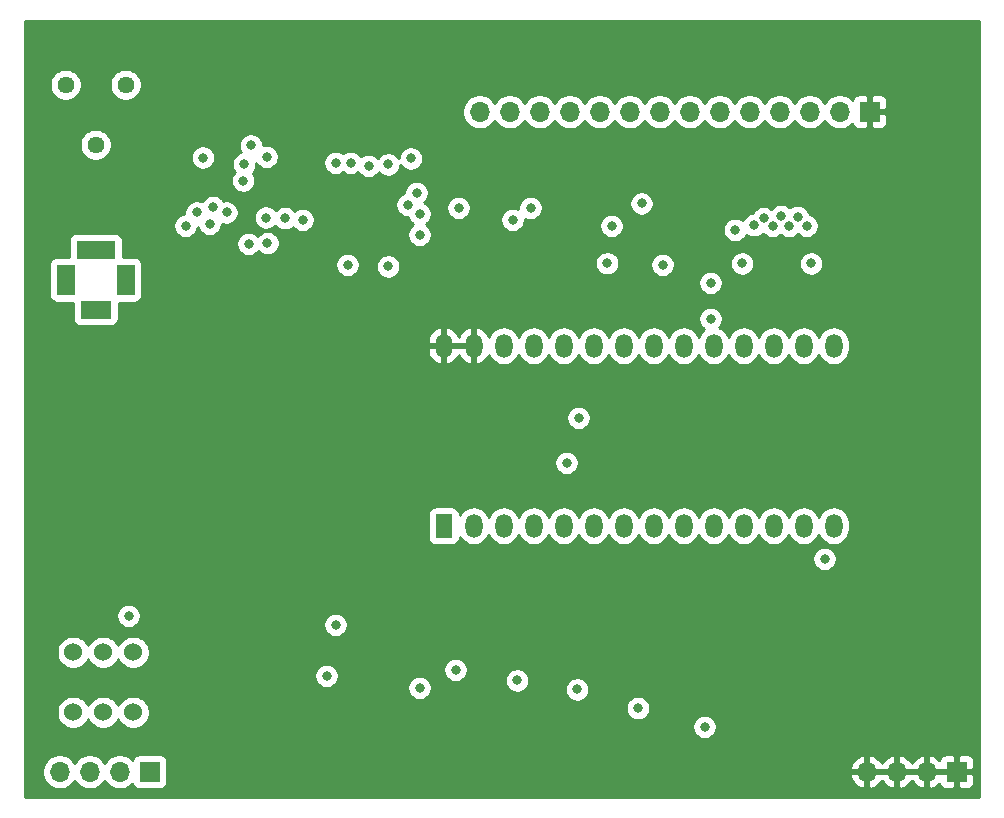
<source format=gbr>
%TF.GenerationSoftware,KiCad,Pcbnew,(5.1.10-1-10_14)*%
%TF.CreationDate,2021-11-12T08:41:43-05:00*%
%TF.ProjectId,audio,61756469-6f2e-46b6-9963-61645f706362,rev?*%
%TF.SameCoordinates,Original*%
%TF.FileFunction,Copper,L3,Inr*%
%TF.FilePolarity,Positive*%
%FSLAX46Y46*%
G04 Gerber Fmt 4.6, Leading zero omitted, Abs format (unit mm)*
G04 Created by KiCad (PCBNEW (5.1.10-1-10_14)) date 2021-11-12 08:41:43*
%MOMM*%
%LPD*%
G01*
G04 APERTURE LIST*
%TA.AperFunction,ComponentPad*%
%ADD10O,1.440000X2.000000*%
%TD*%
%TA.AperFunction,ComponentPad*%
%ADD11R,1.440000X2.000000*%
%TD*%
%TA.AperFunction,ComponentPad*%
%ADD12O,1.700000X1.700000*%
%TD*%
%TA.AperFunction,ComponentPad*%
%ADD13R,1.700000X1.700000*%
%TD*%
%TA.AperFunction,ComponentPad*%
%ADD14C,1.524000*%
%TD*%
%TA.AperFunction,ComponentPad*%
%ADD15C,1.440000*%
%TD*%
%TA.AperFunction,ComponentPad*%
%ADD16R,2.600000X1.500000*%
%TD*%
%TA.AperFunction,ComponentPad*%
%ADD17R,3.300000X1.600000*%
%TD*%
%TA.AperFunction,ComponentPad*%
%ADD18R,1.500000X2.600000*%
%TD*%
%TA.AperFunction,ViaPad*%
%ADD19C,0.800000*%
%TD*%
%TA.AperFunction,Conductor*%
%ADD20C,0.254000*%
%TD*%
%TA.AperFunction,Conductor*%
%ADD21C,0.100000*%
%TD*%
G04 APERTURE END LIST*
D10*
%TO.N,/D3*%
%TO.C,U8*%
X205994000Y-59182000D03*
%TO.N,GND*%
X205994000Y-74422000D03*
%TO.N,/D4*%
X203454000Y-59182000D03*
%TO.N,/D2*%
X203454000Y-74422000D03*
%TO.N,/D5*%
X200914000Y-59182000D03*
%TO.N,/D1*%
X200914000Y-74422000D03*
%TO.N,/D6*%
X198374000Y-59182000D03*
%TO.N,/DO*%
X198374000Y-74422000D03*
%TO.N,/D7*%
X195834000Y-59182000D03*
%TO.N,A0*%
X195834000Y-74422000D03*
%TO.N,GND*%
X193294000Y-59182000D03*
%TO.N,A1*%
X193294000Y-74422000D03*
%TO.N,A10*%
X190754000Y-59182000D03*
%TO.N,A2*%
X190754000Y-74422000D03*
%TO.N,GND*%
X188214000Y-59182000D03*
%TO.N,A3*%
X188214000Y-74422000D03*
%TO.N,A11*%
X185674000Y-59182000D03*
%TO.N,A4*%
X185674000Y-74422000D03*
%TO.N,A9*%
X183134000Y-59182000D03*
%TO.N,A5*%
X183134000Y-74422000D03*
%TO.N,A8*%
X180594000Y-59182000D03*
%TO.N,A6*%
X180594000Y-74422000D03*
%TO.N,A13*%
X178054000Y-59182000D03*
%TO.N,A7*%
X178054000Y-74422000D03*
%TO.N,VCC*%
X175514000Y-59182000D03*
%TO.N,A12*%
X175514000Y-74422000D03*
%TO.N,VCC*%
X172974000Y-59182000D03*
D11*
%TO.N,A14*%
X172974000Y-74422000D03*
%TD*%
D12*
%TO.N,GND*%
%TO.C,J4*%
X140462000Y-95250000D03*
X143002000Y-95250000D03*
X145542000Y-95250000D03*
D13*
X148082000Y-95250000D03*
%TD*%
D12*
%TO.N,VCC*%
%TO.C,J3*%
X208788000Y-95250000D03*
X211328000Y-95250000D03*
X213868000Y-95250000D03*
D13*
X216408000Y-95250000D03*
%TD*%
D12*
%TO.N,DATABUS0*%
%TO.C,J1*%
X176022000Y-39370000D03*
%TO.N,DATABUS1*%
X178562000Y-39370000D03*
%TO.N,DATABUS2*%
X181102000Y-39370000D03*
%TO.N,DATABUS3*%
X183642000Y-39370000D03*
%TO.N,DATABUS4*%
X186182000Y-39370000D03*
%TO.N,DATABUS5*%
X188722000Y-39370000D03*
%TO.N,DATABUS6*%
X191262000Y-39370000D03*
%TO.N,DATABUS7*%
X193802000Y-39370000D03*
%TO.N,LOAD_DIVISION*%
X196342000Y-39370000D03*
%TO.N,LOAD_META*%
X198882000Y-39370000D03*
%TO.N,SPEAKER_OUT*%
X201422000Y-39370000D03*
%TO.N,CRYSTAL_OSCILLATOR_IN*%
X203962000Y-39370000D03*
%TO.N,GND*%
X206502000Y-39370000D03*
D13*
%TO.N,VCC*%
X209042000Y-39370000D03*
%TD*%
D14*
%TO.N,SPEAKER_OUT*%
%TO.C,SW1*%
X141604000Y-85118000D03*
%TO.N,Net-(R17-Pad2)*%
X144144000Y-85118000D03*
%TO.N,Net-(R14-Pad1)*%
X146684000Y-85118000D03*
%TO.N,*%
X141604000Y-90198000D03*
X144144000Y-90198000D03*
X146684000Y-90198000D03*
%TD*%
D15*
%TO.N,Net-(RV1-Pad1)*%
%TO.C,RV1*%
X140970000Y-37084000D03*
%TO.N,Net-(LS1-PadR1)*%
X143510000Y-42164000D03*
%TO.N,GND*%
X146050000Y-37084000D03*
%TD*%
D16*
%TO.N,SPEAKER_OUT*%
%TO.C,LS1*%
X143510000Y-56134000D03*
D17*
%TO.N,Net-(LS1-PadR1)*%
X143510000Y-51054000D03*
D18*
%TO.N,SPEAKER_OUT*%
X146050000Y-53594000D03*
%TO.N,Net-(LS1-PadR1)*%
X140970000Y-53594000D03*
%TD*%
D19*
%TO.N,GND*%
X195072000Y-91440000D03*
X204093000Y-52201000D03*
X198243000Y-52201000D03*
X191516000Y-52324000D03*
X186813000Y-52193000D03*
X146304000Y-82042000D03*
X205232000Y-77216000D03*
X189419000Y-89851000D03*
X163068000Y-87122000D03*
X170942000Y-88138000D03*
X179197000Y-87503000D03*
X184277000Y-88265000D03*
X180340000Y-47498000D03*
X166624000Y-43942000D03*
X170942000Y-49784000D03*
X168275000Y-52451000D03*
X158053000Y-50481000D03*
X156464000Y-50546000D03*
%TO.N,VCC*%
X198243000Y-43303000D03*
X189484000Y-84836000D03*
X177546000Y-84836000D03*
X162433000Y-82931000D03*
X168910000Y-87122000D03*
X150114000Y-47244000D03*
X185420000Y-44958000D03*
X172974000Y-47752000D03*
X157795990Y-45775630D03*
%TO.N,SPEAKER_OUT*%
X156646802Y-42215166D03*
%TO.N,/QDIVISION7*%
X187198000Y-49022000D03*
X178815990Y-48514000D03*
%TO.N,LOAD_DIVISION*%
X189737613Y-47118220D03*
%TO.N,FREQ0*%
X153162000Y-48852775D03*
X154592172Y-47882012D03*
%TO.N,FREQ1*%
X152057320Y-47885700D03*
X153450173Y-47449836D03*
%TO.N,FREQ2*%
X151130000Y-49022000D03*
X157988000Y-43180000D03*
X155999659Y-45202135D03*
X163830000Y-43688000D03*
%TO.N,FREQ3*%
X164846000Y-52324000D03*
X165100000Y-43688000D03*
%TO.N,~ENABLE_COUNTER_LOAD*%
X168275000Y-43815000D03*
%TO.N,FREQUENCY_CLOCK_PULSE*%
X183388000Y-69088000D03*
X174244000Y-47498000D03*
X173990000Y-86614000D03*
X163830000Y-82804000D03*
%TO.N,FREQ5*%
X169926000Y-47244000D03*
X159522282Y-48369267D03*
%TO.N,FREQ4*%
X170688000Y-46228000D03*
X157928371Y-48330973D03*
%TO.N,FREQ7*%
X170204490Y-43320145D03*
X152588268Y-43241990D03*
%TO.N,A13*%
X195580000Y-53848000D03*
%TO.N,A14*%
X195580000Y-56896000D03*
X184404000Y-65278000D03*
%TO.N,DATABUS0*%
X197651790Y-49360021D03*
%TO.N,DATABUS1*%
X199258643Y-48973272D03*
%TO.N,DATABUS2*%
X200065162Y-48382043D03*
%TO.N,DATABUS3*%
X200826591Y-49030310D03*
%TO.N,DATABUS4*%
X201545989Y-48201189D03*
%TO.N,DATABUS5*%
X202226602Y-49022000D03*
%TO.N,DATABUS6*%
X202946000Y-48260000D03*
%TO.N,DATABUS7*%
X203708000Y-49022000D03*
%TO.N,CRYSTAL_OSCILLATOR_IN*%
X161036000Y-48514000D03*
X170942000Y-48006000D03*
X156085974Y-43802123D03*
%TD*%
D20*
%TO.N,VCC*%
X218288000Y-97384000D02*
X137566000Y-97384000D01*
X137566000Y-95103740D01*
X138977000Y-95103740D01*
X138977000Y-95396260D01*
X139034068Y-95683158D01*
X139146010Y-95953411D01*
X139308525Y-96196632D01*
X139515368Y-96403475D01*
X139758589Y-96565990D01*
X140028842Y-96677932D01*
X140315740Y-96735000D01*
X140608260Y-96735000D01*
X140895158Y-96677932D01*
X141165411Y-96565990D01*
X141408632Y-96403475D01*
X141615475Y-96196632D01*
X141732000Y-96022240D01*
X141848525Y-96196632D01*
X142055368Y-96403475D01*
X142298589Y-96565990D01*
X142568842Y-96677932D01*
X142855740Y-96735000D01*
X143148260Y-96735000D01*
X143435158Y-96677932D01*
X143705411Y-96565990D01*
X143948632Y-96403475D01*
X144155475Y-96196632D01*
X144272000Y-96022240D01*
X144388525Y-96196632D01*
X144595368Y-96403475D01*
X144838589Y-96565990D01*
X145108842Y-96677932D01*
X145395740Y-96735000D01*
X145688260Y-96735000D01*
X145975158Y-96677932D01*
X146245411Y-96565990D01*
X146488632Y-96403475D01*
X146620487Y-96271620D01*
X146642498Y-96344180D01*
X146701463Y-96454494D01*
X146780815Y-96551185D01*
X146877506Y-96630537D01*
X146987820Y-96689502D01*
X147107518Y-96725812D01*
X147232000Y-96738072D01*
X148932000Y-96738072D01*
X149056482Y-96725812D01*
X149176180Y-96689502D01*
X149286494Y-96630537D01*
X149383185Y-96551185D01*
X149462537Y-96454494D01*
X149521502Y-96344180D01*
X149557812Y-96224482D01*
X149570072Y-96100000D01*
X149570072Y-95606891D01*
X207346519Y-95606891D01*
X207443843Y-95881252D01*
X207592822Y-96131355D01*
X207787731Y-96347588D01*
X208021080Y-96521641D01*
X208283901Y-96646825D01*
X208431110Y-96691476D01*
X208661000Y-96570155D01*
X208661000Y-95377000D01*
X208915000Y-95377000D01*
X208915000Y-96570155D01*
X209144890Y-96691476D01*
X209292099Y-96646825D01*
X209554920Y-96521641D01*
X209788269Y-96347588D01*
X209983178Y-96131355D01*
X210058000Y-96005745D01*
X210132822Y-96131355D01*
X210327731Y-96347588D01*
X210561080Y-96521641D01*
X210823901Y-96646825D01*
X210971110Y-96691476D01*
X211201000Y-96570155D01*
X211201000Y-95377000D01*
X211455000Y-95377000D01*
X211455000Y-96570155D01*
X211684890Y-96691476D01*
X211832099Y-96646825D01*
X212094920Y-96521641D01*
X212328269Y-96347588D01*
X212523178Y-96131355D01*
X212598000Y-96005745D01*
X212672822Y-96131355D01*
X212867731Y-96347588D01*
X213101080Y-96521641D01*
X213363901Y-96646825D01*
X213511110Y-96691476D01*
X213741000Y-96570155D01*
X213741000Y-95377000D01*
X213995000Y-95377000D01*
X213995000Y-96570155D01*
X214224890Y-96691476D01*
X214372099Y-96646825D01*
X214634920Y-96521641D01*
X214868269Y-96347588D01*
X214944034Y-96263534D01*
X214968498Y-96344180D01*
X215027463Y-96454494D01*
X215106815Y-96551185D01*
X215203506Y-96630537D01*
X215313820Y-96689502D01*
X215433518Y-96725812D01*
X215558000Y-96738072D01*
X216122250Y-96735000D01*
X216281000Y-96576250D01*
X216281000Y-95377000D01*
X216535000Y-95377000D01*
X216535000Y-96576250D01*
X216693750Y-96735000D01*
X217258000Y-96738072D01*
X217382482Y-96725812D01*
X217502180Y-96689502D01*
X217612494Y-96630537D01*
X217709185Y-96551185D01*
X217788537Y-96454494D01*
X217847502Y-96344180D01*
X217883812Y-96224482D01*
X217896072Y-96100000D01*
X217893000Y-95535750D01*
X217734250Y-95377000D01*
X216535000Y-95377000D01*
X216281000Y-95377000D01*
X213995000Y-95377000D01*
X213741000Y-95377000D01*
X211455000Y-95377000D01*
X211201000Y-95377000D01*
X208915000Y-95377000D01*
X208661000Y-95377000D01*
X207467186Y-95377000D01*
X207346519Y-95606891D01*
X149570072Y-95606891D01*
X149570072Y-94893109D01*
X207346519Y-94893109D01*
X207467186Y-95123000D01*
X208661000Y-95123000D01*
X208661000Y-93929845D01*
X208915000Y-93929845D01*
X208915000Y-95123000D01*
X211201000Y-95123000D01*
X211201000Y-93929845D01*
X211455000Y-93929845D01*
X211455000Y-95123000D01*
X213741000Y-95123000D01*
X213741000Y-93929845D01*
X213995000Y-93929845D01*
X213995000Y-95123000D01*
X216281000Y-95123000D01*
X216281000Y-93923750D01*
X216535000Y-93923750D01*
X216535000Y-95123000D01*
X217734250Y-95123000D01*
X217893000Y-94964250D01*
X217896072Y-94400000D01*
X217883812Y-94275518D01*
X217847502Y-94155820D01*
X217788537Y-94045506D01*
X217709185Y-93948815D01*
X217612494Y-93869463D01*
X217502180Y-93810498D01*
X217382482Y-93774188D01*
X217258000Y-93761928D01*
X216693750Y-93765000D01*
X216535000Y-93923750D01*
X216281000Y-93923750D01*
X216122250Y-93765000D01*
X215558000Y-93761928D01*
X215433518Y-93774188D01*
X215313820Y-93810498D01*
X215203506Y-93869463D01*
X215106815Y-93948815D01*
X215027463Y-94045506D01*
X214968498Y-94155820D01*
X214944034Y-94236466D01*
X214868269Y-94152412D01*
X214634920Y-93978359D01*
X214372099Y-93853175D01*
X214224890Y-93808524D01*
X213995000Y-93929845D01*
X213741000Y-93929845D01*
X213511110Y-93808524D01*
X213363901Y-93853175D01*
X213101080Y-93978359D01*
X212867731Y-94152412D01*
X212672822Y-94368645D01*
X212598000Y-94494255D01*
X212523178Y-94368645D01*
X212328269Y-94152412D01*
X212094920Y-93978359D01*
X211832099Y-93853175D01*
X211684890Y-93808524D01*
X211455000Y-93929845D01*
X211201000Y-93929845D01*
X210971110Y-93808524D01*
X210823901Y-93853175D01*
X210561080Y-93978359D01*
X210327731Y-94152412D01*
X210132822Y-94368645D01*
X210058000Y-94494255D01*
X209983178Y-94368645D01*
X209788269Y-94152412D01*
X209554920Y-93978359D01*
X209292099Y-93853175D01*
X209144890Y-93808524D01*
X208915000Y-93929845D01*
X208661000Y-93929845D01*
X208431110Y-93808524D01*
X208283901Y-93853175D01*
X208021080Y-93978359D01*
X207787731Y-94152412D01*
X207592822Y-94368645D01*
X207443843Y-94618748D01*
X207346519Y-94893109D01*
X149570072Y-94893109D01*
X149570072Y-94400000D01*
X149557812Y-94275518D01*
X149521502Y-94155820D01*
X149462537Y-94045506D01*
X149383185Y-93948815D01*
X149286494Y-93869463D01*
X149176180Y-93810498D01*
X149056482Y-93774188D01*
X148932000Y-93761928D01*
X147232000Y-93761928D01*
X147107518Y-93774188D01*
X146987820Y-93810498D01*
X146877506Y-93869463D01*
X146780815Y-93948815D01*
X146701463Y-94045506D01*
X146642498Y-94155820D01*
X146620487Y-94228380D01*
X146488632Y-94096525D01*
X146245411Y-93934010D01*
X145975158Y-93822068D01*
X145688260Y-93765000D01*
X145395740Y-93765000D01*
X145108842Y-93822068D01*
X144838589Y-93934010D01*
X144595368Y-94096525D01*
X144388525Y-94303368D01*
X144272000Y-94477760D01*
X144155475Y-94303368D01*
X143948632Y-94096525D01*
X143705411Y-93934010D01*
X143435158Y-93822068D01*
X143148260Y-93765000D01*
X142855740Y-93765000D01*
X142568842Y-93822068D01*
X142298589Y-93934010D01*
X142055368Y-94096525D01*
X141848525Y-94303368D01*
X141732000Y-94477760D01*
X141615475Y-94303368D01*
X141408632Y-94096525D01*
X141165411Y-93934010D01*
X140895158Y-93822068D01*
X140608260Y-93765000D01*
X140315740Y-93765000D01*
X140028842Y-93822068D01*
X139758589Y-93934010D01*
X139515368Y-94096525D01*
X139308525Y-94303368D01*
X139146010Y-94546589D01*
X139034068Y-94816842D01*
X138977000Y-95103740D01*
X137566000Y-95103740D01*
X137566000Y-90060408D01*
X140207000Y-90060408D01*
X140207000Y-90335592D01*
X140260686Y-90605490D01*
X140365995Y-90859727D01*
X140518880Y-91088535D01*
X140713465Y-91283120D01*
X140942273Y-91436005D01*
X141196510Y-91541314D01*
X141466408Y-91595000D01*
X141741592Y-91595000D01*
X142011490Y-91541314D01*
X142265727Y-91436005D01*
X142494535Y-91283120D01*
X142689120Y-91088535D01*
X142842005Y-90859727D01*
X142874000Y-90782485D01*
X142905995Y-90859727D01*
X143058880Y-91088535D01*
X143253465Y-91283120D01*
X143482273Y-91436005D01*
X143736510Y-91541314D01*
X144006408Y-91595000D01*
X144281592Y-91595000D01*
X144551490Y-91541314D01*
X144805727Y-91436005D01*
X145034535Y-91283120D01*
X145229120Y-91088535D01*
X145382005Y-90859727D01*
X145414000Y-90782485D01*
X145445995Y-90859727D01*
X145598880Y-91088535D01*
X145793465Y-91283120D01*
X146022273Y-91436005D01*
X146276510Y-91541314D01*
X146546408Y-91595000D01*
X146821592Y-91595000D01*
X147091490Y-91541314D01*
X147345727Y-91436005D01*
X147492310Y-91338061D01*
X194037000Y-91338061D01*
X194037000Y-91541939D01*
X194076774Y-91741898D01*
X194154795Y-91930256D01*
X194268063Y-92099774D01*
X194412226Y-92243937D01*
X194581744Y-92357205D01*
X194770102Y-92435226D01*
X194970061Y-92475000D01*
X195173939Y-92475000D01*
X195373898Y-92435226D01*
X195562256Y-92357205D01*
X195731774Y-92243937D01*
X195875937Y-92099774D01*
X195989205Y-91930256D01*
X196067226Y-91741898D01*
X196107000Y-91541939D01*
X196107000Y-91338061D01*
X196067226Y-91138102D01*
X195989205Y-90949744D01*
X195875937Y-90780226D01*
X195731774Y-90636063D01*
X195562256Y-90522795D01*
X195373898Y-90444774D01*
X195173939Y-90405000D01*
X194970061Y-90405000D01*
X194770102Y-90444774D01*
X194581744Y-90522795D01*
X194412226Y-90636063D01*
X194268063Y-90780226D01*
X194154795Y-90949744D01*
X194076774Y-91138102D01*
X194037000Y-91338061D01*
X147492310Y-91338061D01*
X147574535Y-91283120D01*
X147769120Y-91088535D01*
X147922005Y-90859727D01*
X148027314Y-90605490D01*
X148081000Y-90335592D01*
X148081000Y-90060408D01*
X148027314Y-89790510D01*
X148010146Y-89749061D01*
X188384000Y-89749061D01*
X188384000Y-89952939D01*
X188423774Y-90152898D01*
X188501795Y-90341256D01*
X188615063Y-90510774D01*
X188759226Y-90654937D01*
X188928744Y-90768205D01*
X189117102Y-90846226D01*
X189317061Y-90886000D01*
X189520939Y-90886000D01*
X189720898Y-90846226D01*
X189909256Y-90768205D01*
X190078774Y-90654937D01*
X190222937Y-90510774D01*
X190336205Y-90341256D01*
X190414226Y-90152898D01*
X190454000Y-89952939D01*
X190454000Y-89749061D01*
X190414226Y-89549102D01*
X190336205Y-89360744D01*
X190222937Y-89191226D01*
X190078774Y-89047063D01*
X189909256Y-88933795D01*
X189720898Y-88855774D01*
X189520939Y-88816000D01*
X189317061Y-88816000D01*
X189117102Y-88855774D01*
X188928744Y-88933795D01*
X188759226Y-89047063D01*
X188615063Y-89191226D01*
X188501795Y-89360744D01*
X188423774Y-89549102D01*
X188384000Y-89749061D01*
X148010146Y-89749061D01*
X147922005Y-89536273D01*
X147769120Y-89307465D01*
X147574535Y-89112880D01*
X147345727Y-88959995D01*
X147091490Y-88854686D01*
X146821592Y-88801000D01*
X146546408Y-88801000D01*
X146276510Y-88854686D01*
X146022273Y-88959995D01*
X145793465Y-89112880D01*
X145598880Y-89307465D01*
X145445995Y-89536273D01*
X145414000Y-89613515D01*
X145382005Y-89536273D01*
X145229120Y-89307465D01*
X145034535Y-89112880D01*
X144805727Y-88959995D01*
X144551490Y-88854686D01*
X144281592Y-88801000D01*
X144006408Y-88801000D01*
X143736510Y-88854686D01*
X143482273Y-88959995D01*
X143253465Y-89112880D01*
X143058880Y-89307465D01*
X142905995Y-89536273D01*
X142874000Y-89613515D01*
X142842005Y-89536273D01*
X142689120Y-89307465D01*
X142494535Y-89112880D01*
X142265727Y-88959995D01*
X142011490Y-88854686D01*
X141741592Y-88801000D01*
X141466408Y-88801000D01*
X141196510Y-88854686D01*
X140942273Y-88959995D01*
X140713465Y-89112880D01*
X140518880Y-89307465D01*
X140365995Y-89536273D01*
X140260686Y-89790510D01*
X140207000Y-90060408D01*
X137566000Y-90060408D01*
X137566000Y-87020061D01*
X162033000Y-87020061D01*
X162033000Y-87223939D01*
X162072774Y-87423898D01*
X162150795Y-87612256D01*
X162264063Y-87781774D01*
X162408226Y-87925937D01*
X162577744Y-88039205D01*
X162766102Y-88117226D01*
X162966061Y-88157000D01*
X163169939Y-88157000D01*
X163369898Y-88117226D01*
X163558256Y-88039205D01*
X163562961Y-88036061D01*
X169907000Y-88036061D01*
X169907000Y-88239939D01*
X169946774Y-88439898D01*
X170024795Y-88628256D01*
X170138063Y-88797774D01*
X170282226Y-88941937D01*
X170451744Y-89055205D01*
X170640102Y-89133226D01*
X170840061Y-89173000D01*
X171043939Y-89173000D01*
X171243898Y-89133226D01*
X171432256Y-89055205D01*
X171601774Y-88941937D01*
X171745937Y-88797774D01*
X171859205Y-88628256D01*
X171937226Y-88439898D01*
X171977000Y-88239939D01*
X171977000Y-88036061D01*
X171937226Y-87836102D01*
X171859205Y-87647744D01*
X171745937Y-87478226D01*
X171601774Y-87334063D01*
X171432256Y-87220795D01*
X171243898Y-87142774D01*
X171043939Y-87103000D01*
X170840061Y-87103000D01*
X170640102Y-87142774D01*
X170451744Y-87220795D01*
X170282226Y-87334063D01*
X170138063Y-87478226D01*
X170024795Y-87647744D01*
X169946774Y-87836102D01*
X169907000Y-88036061D01*
X163562961Y-88036061D01*
X163727774Y-87925937D01*
X163871937Y-87781774D01*
X163985205Y-87612256D01*
X164063226Y-87423898D01*
X164103000Y-87223939D01*
X164103000Y-87020061D01*
X164063226Y-86820102D01*
X163985205Y-86631744D01*
X163905236Y-86512061D01*
X172955000Y-86512061D01*
X172955000Y-86715939D01*
X172994774Y-86915898D01*
X173072795Y-87104256D01*
X173186063Y-87273774D01*
X173330226Y-87417937D01*
X173499744Y-87531205D01*
X173688102Y-87609226D01*
X173888061Y-87649000D01*
X174091939Y-87649000D01*
X174291898Y-87609226D01*
X174480256Y-87531205D01*
X174649774Y-87417937D01*
X174666650Y-87401061D01*
X178162000Y-87401061D01*
X178162000Y-87604939D01*
X178201774Y-87804898D01*
X178279795Y-87993256D01*
X178393063Y-88162774D01*
X178537226Y-88306937D01*
X178706744Y-88420205D01*
X178895102Y-88498226D01*
X179095061Y-88538000D01*
X179298939Y-88538000D01*
X179498898Y-88498226D01*
X179687256Y-88420205D01*
X179856774Y-88306937D01*
X180000650Y-88163061D01*
X183242000Y-88163061D01*
X183242000Y-88366939D01*
X183281774Y-88566898D01*
X183359795Y-88755256D01*
X183473063Y-88924774D01*
X183617226Y-89068937D01*
X183786744Y-89182205D01*
X183975102Y-89260226D01*
X184175061Y-89300000D01*
X184378939Y-89300000D01*
X184578898Y-89260226D01*
X184767256Y-89182205D01*
X184936774Y-89068937D01*
X185080937Y-88924774D01*
X185194205Y-88755256D01*
X185272226Y-88566898D01*
X185312000Y-88366939D01*
X185312000Y-88163061D01*
X185272226Y-87963102D01*
X185194205Y-87774744D01*
X185080937Y-87605226D01*
X184936774Y-87461063D01*
X184767256Y-87347795D01*
X184578898Y-87269774D01*
X184378939Y-87230000D01*
X184175061Y-87230000D01*
X183975102Y-87269774D01*
X183786744Y-87347795D01*
X183617226Y-87461063D01*
X183473063Y-87605226D01*
X183359795Y-87774744D01*
X183281774Y-87963102D01*
X183242000Y-88163061D01*
X180000650Y-88163061D01*
X180000937Y-88162774D01*
X180114205Y-87993256D01*
X180192226Y-87804898D01*
X180232000Y-87604939D01*
X180232000Y-87401061D01*
X180192226Y-87201102D01*
X180114205Y-87012744D01*
X180000937Y-86843226D01*
X179856774Y-86699063D01*
X179687256Y-86585795D01*
X179498898Y-86507774D01*
X179298939Y-86468000D01*
X179095061Y-86468000D01*
X178895102Y-86507774D01*
X178706744Y-86585795D01*
X178537226Y-86699063D01*
X178393063Y-86843226D01*
X178279795Y-87012744D01*
X178201774Y-87201102D01*
X178162000Y-87401061D01*
X174666650Y-87401061D01*
X174793937Y-87273774D01*
X174907205Y-87104256D01*
X174985226Y-86915898D01*
X175025000Y-86715939D01*
X175025000Y-86512061D01*
X174985226Y-86312102D01*
X174907205Y-86123744D01*
X174793937Y-85954226D01*
X174649774Y-85810063D01*
X174480256Y-85696795D01*
X174291898Y-85618774D01*
X174091939Y-85579000D01*
X173888061Y-85579000D01*
X173688102Y-85618774D01*
X173499744Y-85696795D01*
X173330226Y-85810063D01*
X173186063Y-85954226D01*
X173072795Y-86123744D01*
X172994774Y-86312102D01*
X172955000Y-86512061D01*
X163905236Y-86512061D01*
X163871937Y-86462226D01*
X163727774Y-86318063D01*
X163558256Y-86204795D01*
X163369898Y-86126774D01*
X163169939Y-86087000D01*
X162966061Y-86087000D01*
X162766102Y-86126774D01*
X162577744Y-86204795D01*
X162408226Y-86318063D01*
X162264063Y-86462226D01*
X162150795Y-86631744D01*
X162072774Y-86820102D01*
X162033000Y-87020061D01*
X137566000Y-87020061D01*
X137566000Y-84980408D01*
X140207000Y-84980408D01*
X140207000Y-85255592D01*
X140260686Y-85525490D01*
X140365995Y-85779727D01*
X140518880Y-86008535D01*
X140713465Y-86203120D01*
X140942273Y-86356005D01*
X141196510Y-86461314D01*
X141466408Y-86515000D01*
X141741592Y-86515000D01*
X142011490Y-86461314D01*
X142265727Y-86356005D01*
X142494535Y-86203120D01*
X142689120Y-86008535D01*
X142842005Y-85779727D01*
X142874000Y-85702485D01*
X142905995Y-85779727D01*
X143058880Y-86008535D01*
X143253465Y-86203120D01*
X143482273Y-86356005D01*
X143736510Y-86461314D01*
X144006408Y-86515000D01*
X144281592Y-86515000D01*
X144551490Y-86461314D01*
X144805727Y-86356005D01*
X145034535Y-86203120D01*
X145229120Y-86008535D01*
X145382005Y-85779727D01*
X145414000Y-85702485D01*
X145445995Y-85779727D01*
X145598880Y-86008535D01*
X145793465Y-86203120D01*
X146022273Y-86356005D01*
X146276510Y-86461314D01*
X146546408Y-86515000D01*
X146821592Y-86515000D01*
X147091490Y-86461314D01*
X147345727Y-86356005D01*
X147574535Y-86203120D01*
X147769120Y-86008535D01*
X147922005Y-85779727D01*
X148027314Y-85525490D01*
X148081000Y-85255592D01*
X148081000Y-84980408D01*
X148027314Y-84710510D01*
X147922005Y-84456273D01*
X147769120Y-84227465D01*
X147574535Y-84032880D01*
X147345727Y-83879995D01*
X147091490Y-83774686D01*
X146821592Y-83721000D01*
X146546408Y-83721000D01*
X146276510Y-83774686D01*
X146022273Y-83879995D01*
X145793465Y-84032880D01*
X145598880Y-84227465D01*
X145445995Y-84456273D01*
X145414000Y-84533515D01*
X145382005Y-84456273D01*
X145229120Y-84227465D01*
X145034535Y-84032880D01*
X144805727Y-83879995D01*
X144551490Y-83774686D01*
X144281592Y-83721000D01*
X144006408Y-83721000D01*
X143736510Y-83774686D01*
X143482273Y-83879995D01*
X143253465Y-84032880D01*
X143058880Y-84227465D01*
X142905995Y-84456273D01*
X142874000Y-84533515D01*
X142842005Y-84456273D01*
X142689120Y-84227465D01*
X142494535Y-84032880D01*
X142265727Y-83879995D01*
X142011490Y-83774686D01*
X141741592Y-83721000D01*
X141466408Y-83721000D01*
X141196510Y-83774686D01*
X140942273Y-83879995D01*
X140713465Y-84032880D01*
X140518880Y-84227465D01*
X140365995Y-84456273D01*
X140260686Y-84710510D01*
X140207000Y-84980408D01*
X137566000Y-84980408D01*
X137566000Y-81940061D01*
X145269000Y-81940061D01*
X145269000Y-82143939D01*
X145308774Y-82343898D01*
X145386795Y-82532256D01*
X145500063Y-82701774D01*
X145644226Y-82845937D01*
X145813744Y-82959205D01*
X146002102Y-83037226D01*
X146202061Y-83077000D01*
X146405939Y-83077000D01*
X146605898Y-83037226D01*
X146794256Y-82959205D01*
X146963774Y-82845937D01*
X147107650Y-82702061D01*
X162795000Y-82702061D01*
X162795000Y-82905939D01*
X162834774Y-83105898D01*
X162912795Y-83294256D01*
X163026063Y-83463774D01*
X163170226Y-83607937D01*
X163339744Y-83721205D01*
X163528102Y-83799226D01*
X163728061Y-83839000D01*
X163931939Y-83839000D01*
X164131898Y-83799226D01*
X164320256Y-83721205D01*
X164489774Y-83607937D01*
X164633937Y-83463774D01*
X164747205Y-83294256D01*
X164825226Y-83105898D01*
X164865000Y-82905939D01*
X164865000Y-82702061D01*
X164825226Y-82502102D01*
X164747205Y-82313744D01*
X164633937Y-82144226D01*
X164489774Y-82000063D01*
X164320256Y-81886795D01*
X164131898Y-81808774D01*
X163931939Y-81769000D01*
X163728061Y-81769000D01*
X163528102Y-81808774D01*
X163339744Y-81886795D01*
X163170226Y-82000063D01*
X163026063Y-82144226D01*
X162912795Y-82313744D01*
X162834774Y-82502102D01*
X162795000Y-82702061D01*
X147107650Y-82702061D01*
X147107937Y-82701774D01*
X147221205Y-82532256D01*
X147299226Y-82343898D01*
X147339000Y-82143939D01*
X147339000Y-81940061D01*
X147299226Y-81740102D01*
X147221205Y-81551744D01*
X147107937Y-81382226D01*
X146963774Y-81238063D01*
X146794256Y-81124795D01*
X146605898Y-81046774D01*
X146405939Y-81007000D01*
X146202061Y-81007000D01*
X146002102Y-81046774D01*
X145813744Y-81124795D01*
X145644226Y-81238063D01*
X145500063Y-81382226D01*
X145386795Y-81551744D01*
X145308774Y-81740102D01*
X145269000Y-81940061D01*
X137566000Y-81940061D01*
X137566000Y-77114061D01*
X204197000Y-77114061D01*
X204197000Y-77317939D01*
X204236774Y-77517898D01*
X204314795Y-77706256D01*
X204428063Y-77875774D01*
X204572226Y-78019937D01*
X204741744Y-78133205D01*
X204930102Y-78211226D01*
X205130061Y-78251000D01*
X205333939Y-78251000D01*
X205533898Y-78211226D01*
X205722256Y-78133205D01*
X205891774Y-78019937D01*
X206035937Y-77875774D01*
X206149205Y-77706256D01*
X206227226Y-77517898D01*
X206267000Y-77317939D01*
X206267000Y-77114061D01*
X206227226Y-76914102D01*
X206149205Y-76725744D01*
X206035937Y-76556226D01*
X205891774Y-76412063D01*
X205722256Y-76298795D01*
X205533898Y-76220774D01*
X205333939Y-76181000D01*
X205130061Y-76181000D01*
X204930102Y-76220774D01*
X204741744Y-76298795D01*
X204572226Y-76412063D01*
X204428063Y-76556226D01*
X204314795Y-76725744D01*
X204236774Y-76914102D01*
X204197000Y-77114061D01*
X137566000Y-77114061D01*
X137566000Y-73422000D01*
X171615928Y-73422000D01*
X171615928Y-75422000D01*
X171628188Y-75546482D01*
X171664498Y-75666180D01*
X171723463Y-75776494D01*
X171802815Y-75873185D01*
X171899506Y-75952537D01*
X172009820Y-76011502D01*
X172129518Y-76047812D01*
X172254000Y-76060072D01*
X173694000Y-76060072D01*
X173818482Y-76047812D01*
X173938180Y-76011502D01*
X174048494Y-75952537D01*
X174145185Y-75873185D01*
X174224537Y-75776494D01*
X174283502Y-75666180D01*
X174319812Y-75546482D01*
X174332072Y-75422000D01*
X174332072Y-75365204D01*
X174381908Y-75458440D01*
X174551236Y-75664765D01*
X174757561Y-75834092D01*
X174992956Y-75959914D01*
X175248375Y-76037394D01*
X175514000Y-76063556D01*
X175779626Y-76037394D01*
X176035045Y-75959914D01*
X176270440Y-75834092D01*
X176476765Y-75664765D01*
X176646092Y-75458440D01*
X176771914Y-75223045D01*
X176784000Y-75183202D01*
X176796086Y-75223045D01*
X176921908Y-75458440D01*
X177091236Y-75664765D01*
X177297561Y-75834092D01*
X177532956Y-75959914D01*
X177788375Y-76037394D01*
X178054000Y-76063556D01*
X178319626Y-76037394D01*
X178575045Y-75959914D01*
X178810440Y-75834092D01*
X179016765Y-75664765D01*
X179186092Y-75458440D01*
X179311914Y-75223045D01*
X179324000Y-75183202D01*
X179336086Y-75223045D01*
X179461908Y-75458440D01*
X179631236Y-75664765D01*
X179837561Y-75834092D01*
X180072956Y-75959914D01*
X180328375Y-76037394D01*
X180594000Y-76063556D01*
X180859626Y-76037394D01*
X181115045Y-75959914D01*
X181350440Y-75834092D01*
X181556765Y-75664765D01*
X181726092Y-75458440D01*
X181851914Y-75223045D01*
X181864000Y-75183202D01*
X181876086Y-75223045D01*
X182001908Y-75458440D01*
X182171236Y-75664765D01*
X182377561Y-75834092D01*
X182612956Y-75959914D01*
X182868375Y-76037394D01*
X183134000Y-76063556D01*
X183399626Y-76037394D01*
X183655045Y-75959914D01*
X183890440Y-75834092D01*
X184096765Y-75664765D01*
X184266092Y-75458440D01*
X184391914Y-75223045D01*
X184404000Y-75183202D01*
X184416086Y-75223045D01*
X184541908Y-75458440D01*
X184711236Y-75664765D01*
X184917561Y-75834092D01*
X185152956Y-75959914D01*
X185408375Y-76037394D01*
X185674000Y-76063556D01*
X185939626Y-76037394D01*
X186195045Y-75959914D01*
X186430440Y-75834092D01*
X186636765Y-75664765D01*
X186806092Y-75458440D01*
X186931914Y-75223045D01*
X186944000Y-75183202D01*
X186956086Y-75223045D01*
X187081908Y-75458440D01*
X187251236Y-75664765D01*
X187457561Y-75834092D01*
X187692956Y-75959914D01*
X187948375Y-76037394D01*
X188214000Y-76063556D01*
X188479626Y-76037394D01*
X188735045Y-75959914D01*
X188970440Y-75834092D01*
X189176765Y-75664765D01*
X189346092Y-75458440D01*
X189471914Y-75223045D01*
X189484000Y-75183202D01*
X189496086Y-75223045D01*
X189621908Y-75458440D01*
X189791236Y-75664765D01*
X189997561Y-75834092D01*
X190232956Y-75959914D01*
X190488375Y-76037394D01*
X190754000Y-76063556D01*
X191019626Y-76037394D01*
X191275045Y-75959914D01*
X191510440Y-75834092D01*
X191716765Y-75664765D01*
X191886092Y-75458440D01*
X192011914Y-75223045D01*
X192024000Y-75183202D01*
X192036086Y-75223045D01*
X192161908Y-75458440D01*
X192331236Y-75664765D01*
X192537561Y-75834092D01*
X192772956Y-75959914D01*
X193028375Y-76037394D01*
X193294000Y-76063556D01*
X193559626Y-76037394D01*
X193815045Y-75959914D01*
X194050440Y-75834092D01*
X194256765Y-75664765D01*
X194426092Y-75458440D01*
X194551914Y-75223045D01*
X194564000Y-75183202D01*
X194576086Y-75223045D01*
X194701908Y-75458440D01*
X194871236Y-75664765D01*
X195077561Y-75834092D01*
X195312956Y-75959914D01*
X195568375Y-76037394D01*
X195834000Y-76063556D01*
X196099626Y-76037394D01*
X196355045Y-75959914D01*
X196590440Y-75834092D01*
X196796765Y-75664765D01*
X196966092Y-75458440D01*
X197091914Y-75223045D01*
X197104000Y-75183202D01*
X197116086Y-75223045D01*
X197241908Y-75458440D01*
X197411236Y-75664765D01*
X197617561Y-75834092D01*
X197852956Y-75959914D01*
X198108375Y-76037394D01*
X198374000Y-76063556D01*
X198639626Y-76037394D01*
X198895045Y-75959914D01*
X199130440Y-75834092D01*
X199336765Y-75664765D01*
X199506092Y-75458440D01*
X199631914Y-75223045D01*
X199644000Y-75183202D01*
X199656086Y-75223045D01*
X199781908Y-75458440D01*
X199951236Y-75664765D01*
X200157561Y-75834092D01*
X200392956Y-75959914D01*
X200648375Y-76037394D01*
X200914000Y-76063556D01*
X201179626Y-76037394D01*
X201435045Y-75959914D01*
X201670440Y-75834092D01*
X201876765Y-75664765D01*
X202046092Y-75458440D01*
X202171914Y-75223045D01*
X202184000Y-75183202D01*
X202196086Y-75223045D01*
X202321908Y-75458440D01*
X202491236Y-75664765D01*
X202697561Y-75834092D01*
X202932956Y-75959914D01*
X203188375Y-76037394D01*
X203454000Y-76063556D01*
X203719626Y-76037394D01*
X203975045Y-75959914D01*
X204210440Y-75834092D01*
X204416765Y-75664765D01*
X204586092Y-75458440D01*
X204711914Y-75223045D01*
X204724000Y-75183202D01*
X204736086Y-75223045D01*
X204861908Y-75458440D01*
X205031236Y-75664765D01*
X205237561Y-75834092D01*
X205472956Y-75959914D01*
X205728375Y-76037394D01*
X205994000Y-76063556D01*
X206259626Y-76037394D01*
X206515045Y-75959914D01*
X206750440Y-75834092D01*
X206956765Y-75664765D01*
X207126092Y-75458440D01*
X207251914Y-75223045D01*
X207329394Y-74967625D01*
X207349000Y-74768563D01*
X207349000Y-74075436D01*
X207329394Y-73876374D01*
X207251914Y-73620955D01*
X207126092Y-73385560D01*
X206956764Y-73179235D01*
X206750439Y-73009908D01*
X206515044Y-72884086D01*
X206259625Y-72806606D01*
X205994000Y-72780444D01*
X205728374Y-72806606D01*
X205472955Y-72884086D01*
X205237560Y-73009908D01*
X205031235Y-73179236D01*
X204861908Y-73385561D01*
X204736086Y-73620956D01*
X204724000Y-73660798D01*
X204711914Y-73620955D01*
X204586092Y-73385560D01*
X204416764Y-73179235D01*
X204210439Y-73009908D01*
X203975044Y-72884086D01*
X203719625Y-72806606D01*
X203454000Y-72780444D01*
X203188374Y-72806606D01*
X202932955Y-72884086D01*
X202697560Y-73009908D01*
X202491235Y-73179236D01*
X202321908Y-73385561D01*
X202196086Y-73620956D01*
X202184000Y-73660798D01*
X202171914Y-73620955D01*
X202046092Y-73385560D01*
X201876764Y-73179235D01*
X201670439Y-73009908D01*
X201435044Y-72884086D01*
X201179625Y-72806606D01*
X200914000Y-72780444D01*
X200648374Y-72806606D01*
X200392955Y-72884086D01*
X200157560Y-73009908D01*
X199951235Y-73179236D01*
X199781908Y-73385561D01*
X199656086Y-73620956D01*
X199644000Y-73660798D01*
X199631914Y-73620955D01*
X199506092Y-73385560D01*
X199336764Y-73179235D01*
X199130439Y-73009908D01*
X198895044Y-72884086D01*
X198639625Y-72806606D01*
X198374000Y-72780444D01*
X198108374Y-72806606D01*
X197852955Y-72884086D01*
X197617560Y-73009908D01*
X197411235Y-73179236D01*
X197241908Y-73385561D01*
X197116086Y-73620956D01*
X197104000Y-73660798D01*
X197091914Y-73620955D01*
X196966092Y-73385560D01*
X196796764Y-73179235D01*
X196590439Y-73009908D01*
X196355044Y-72884086D01*
X196099625Y-72806606D01*
X195834000Y-72780444D01*
X195568374Y-72806606D01*
X195312955Y-72884086D01*
X195077560Y-73009908D01*
X194871235Y-73179236D01*
X194701908Y-73385561D01*
X194576086Y-73620956D01*
X194564000Y-73660798D01*
X194551914Y-73620955D01*
X194426092Y-73385560D01*
X194256764Y-73179235D01*
X194050439Y-73009908D01*
X193815044Y-72884086D01*
X193559625Y-72806606D01*
X193294000Y-72780444D01*
X193028374Y-72806606D01*
X192772955Y-72884086D01*
X192537560Y-73009908D01*
X192331235Y-73179236D01*
X192161908Y-73385561D01*
X192036086Y-73620956D01*
X192024000Y-73660798D01*
X192011914Y-73620955D01*
X191886092Y-73385560D01*
X191716764Y-73179235D01*
X191510439Y-73009908D01*
X191275044Y-72884086D01*
X191019625Y-72806606D01*
X190754000Y-72780444D01*
X190488374Y-72806606D01*
X190232955Y-72884086D01*
X189997560Y-73009908D01*
X189791235Y-73179236D01*
X189621908Y-73385561D01*
X189496086Y-73620956D01*
X189484000Y-73660798D01*
X189471914Y-73620955D01*
X189346092Y-73385560D01*
X189176764Y-73179235D01*
X188970439Y-73009908D01*
X188735044Y-72884086D01*
X188479625Y-72806606D01*
X188214000Y-72780444D01*
X187948374Y-72806606D01*
X187692955Y-72884086D01*
X187457560Y-73009908D01*
X187251235Y-73179236D01*
X187081908Y-73385561D01*
X186956086Y-73620956D01*
X186944000Y-73660798D01*
X186931914Y-73620955D01*
X186806092Y-73385560D01*
X186636764Y-73179235D01*
X186430439Y-73009908D01*
X186195044Y-72884086D01*
X185939625Y-72806606D01*
X185674000Y-72780444D01*
X185408374Y-72806606D01*
X185152955Y-72884086D01*
X184917560Y-73009908D01*
X184711235Y-73179236D01*
X184541908Y-73385561D01*
X184416086Y-73620956D01*
X184404000Y-73660798D01*
X184391914Y-73620955D01*
X184266092Y-73385560D01*
X184096764Y-73179235D01*
X183890439Y-73009908D01*
X183655044Y-72884086D01*
X183399625Y-72806606D01*
X183134000Y-72780444D01*
X182868374Y-72806606D01*
X182612955Y-72884086D01*
X182377560Y-73009908D01*
X182171235Y-73179236D01*
X182001908Y-73385561D01*
X181876086Y-73620956D01*
X181864000Y-73660798D01*
X181851914Y-73620955D01*
X181726092Y-73385560D01*
X181556764Y-73179235D01*
X181350439Y-73009908D01*
X181115044Y-72884086D01*
X180859625Y-72806606D01*
X180594000Y-72780444D01*
X180328374Y-72806606D01*
X180072955Y-72884086D01*
X179837560Y-73009908D01*
X179631235Y-73179236D01*
X179461908Y-73385561D01*
X179336086Y-73620956D01*
X179324000Y-73660798D01*
X179311914Y-73620955D01*
X179186092Y-73385560D01*
X179016764Y-73179235D01*
X178810439Y-73009908D01*
X178575044Y-72884086D01*
X178319625Y-72806606D01*
X178054000Y-72780444D01*
X177788374Y-72806606D01*
X177532955Y-72884086D01*
X177297560Y-73009908D01*
X177091235Y-73179236D01*
X176921908Y-73385561D01*
X176796086Y-73620956D01*
X176784000Y-73660798D01*
X176771914Y-73620955D01*
X176646092Y-73385560D01*
X176476764Y-73179235D01*
X176270439Y-73009908D01*
X176035044Y-72884086D01*
X175779625Y-72806606D01*
X175514000Y-72780444D01*
X175248374Y-72806606D01*
X174992955Y-72884086D01*
X174757560Y-73009908D01*
X174551235Y-73179236D01*
X174381908Y-73385561D01*
X174332072Y-73478797D01*
X174332072Y-73422000D01*
X174319812Y-73297518D01*
X174283502Y-73177820D01*
X174224537Y-73067506D01*
X174145185Y-72970815D01*
X174048494Y-72891463D01*
X173938180Y-72832498D01*
X173818482Y-72796188D01*
X173694000Y-72783928D01*
X172254000Y-72783928D01*
X172129518Y-72796188D01*
X172009820Y-72832498D01*
X171899506Y-72891463D01*
X171802815Y-72970815D01*
X171723463Y-73067506D01*
X171664498Y-73177820D01*
X171628188Y-73297518D01*
X171615928Y-73422000D01*
X137566000Y-73422000D01*
X137566000Y-68986061D01*
X182353000Y-68986061D01*
X182353000Y-69189939D01*
X182392774Y-69389898D01*
X182470795Y-69578256D01*
X182584063Y-69747774D01*
X182728226Y-69891937D01*
X182897744Y-70005205D01*
X183086102Y-70083226D01*
X183286061Y-70123000D01*
X183489939Y-70123000D01*
X183689898Y-70083226D01*
X183878256Y-70005205D01*
X184047774Y-69891937D01*
X184191937Y-69747774D01*
X184305205Y-69578256D01*
X184383226Y-69389898D01*
X184423000Y-69189939D01*
X184423000Y-68986061D01*
X184383226Y-68786102D01*
X184305205Y-68597744D01*
X184191937Y-68428226D01*
X184047774Y-68284063D01*
X183878256Y-68170795D01*
X183689898Y-68092774D01*
X183489939Y-68053000D01*
X183286061Y-68053000D01*
X183086102Y-68092774D01*
X182897744Y-68170795D01*
X182728226Y-68284063D01*
X182584063Y-68428226D01*
X182470795Y-68597744D01*
X182392774Y-68786102D01*
X182353000Y-68986061D01*
X137566000Y-68986061D01*
X137566000Y-65176061D01*
X183369000Y-65176061D01*
X183369000Y-65379939D01*
X183408774Y-65579898D01*
X183486795Y-65768256D01*
X183600063Y-65937774D01*
X183744226Y-66081937D01*
X183913744Y-66195205D01*
X184102102Y-66273226D01*
X184302061Y-66313000D01*
X184505939Y-66313000D01*
X184705898Y-66273226D01*
X184894256Y-66195205D01*
X185063774Y-66081937D01*
X185207937Y-65937774D01*
X185321205Y-65768256D01*
X185399226Y-65579898D01*
X185439000Y-65379939D01*
X185439000Y-65176061D01*
X185399226Y-64976102D01*
X185321205Y-64787744D01*
X185207937Y-64618226D01*
X185063774Y-64474063D01*
X184894256Y-64360795D01*
X184705898Y-64282774D01*
X184505939Y-64243000D01*
X184302061Y-64243000D01*
X184102102Y-64282774D01*
X183913744Y-64360795D01*
X183744226Y-64474063D01*
X183600063Y-64618226D01*
X183486795Y-64787744D01*
X183408774Y-64976102D01*
X183369000Y-65176061D01*
X137566000Y-65176061D01*
X137566000Y-59309000D01*
X171619000Y-59309000D01*
X171619000Y-59589000D01*
X171669812Y-59850907D01*
X171770744Y-60097869D01*
X171917916Y-60320395D01*
X172105673Y-60509933D01*
X172326799Y-60659199D01*
X172572797Y-60762458D01*
X172637528Y-60774559D01*
X172847000Y-60651489D01*
X172847000Y-59309000D01*
X173101000Y-59309000D01*
X173101000Y-60651489D01*
X173310472Y-60774559D01*
X173375203Y-60762458D01*
X173621201Y-60659199D01*
X173842327Y-60509933D01*
X174030084Y-60320395D01*
X174177256Y-60097869D01*
X174244000Y-59934559D01*
X174310744Y-60097869D01*
X174457916Y-60320395D01*
X174645673Y-60509933D01*
X174866799Y-60659199D01*
X175112797Y-60762458D01*
X175177528Y-60774559D01*
X175387000Y-60651489D01*
X175387000Y-59309000D01*
X173101000Y-59309000D01*
X172847000Y-59309000D01*
X171619000Y-59309000D01*
X137566000Y-59309000D01*
X137566000Y-58775000D01*
X171619000Y-58775000D01*
X171619000Y-59055000D01*
X172847000Y-59055000D01*
X172847000Y-57712511D01*
X173101000Y-57712511D01*
X173101000Y-59055000D01*
X175387000Y-59055000D01*
X175387000Y-57712511D01*
X175641000Y-57712511D01*
X175641000Y-59055000D01*
X175661000Y-59055000D01*
X175661000Y-59309000D01*
X175641000Y-59309000D01*
X175641000Y-60651489D01*
X175850472Y-60774559D01*
X175915203Y-60762458D01*
X176161201Y-60659199D01*
X176382327Y-60509933D01*
X176570084Y-60320395D01*
X176717256Y-60097869D01*
X176782495Y-59938241D01*
X176796086Y-59983045D01*
X176921908Y-60218440D01*
X177091236Y-60424765D01*
X177297561Y-60594092D01*
X177532956Y-60719914D01*
X177788375Y-60797394D01*
X178054000Y-60823556D01*
X178319626Y-60797394D01*
X178575045Y-60719914D01*
X178810440Y-60594092D01*
X179016765Y-60424765D01*
X179186092Y-60218440D01*
X179311914Y-59983045D01*
X179324000Y-59943202D01*
X179336086Y-59983045D01*
X179461908Y-60218440D01*
X179631236Y-60424765D01*
X179837561Y-60594092D01*
X180072956Y-60719914D01*
X180328375Y-60797394D01*
X180594000Y-60823556D01*
X180859626Y-60797394D01*
X181115045Y-60719914D01*
X181350440Y-60594092D01*
X181556765Y-60424765D01*
X181726092Y-60218440D01*
X181851914Y-59983045D01*
X181864000Y-59943202D01*
X181876086Y-59983045D01*
X182001908Y-60218440D01*
X182171236Y-60424765D01*
X182377561Y-60594092D01*
X182612956Y-60719914D01*
X182868375Y-60797394D01*
X183134000Y-60823556D01*
X183399626Y-60797394D01*
X183655045Y-60719914D01*
X183890440Y-60594092D01*
X184096765Y-60424765D01*
X184266092Y-60218440D01*
X184391914Y-59983045D01*
X184404000Y-59943202D01*
X184416086Y-59983045D01*
X184541908Y-60218440D01*
X184711236Y-60424765D01*
X184917561Y-60594092D01*
X185152956Y-60719914D01*
X185408375Y-60797394D01*
X185674000Y-60823556D01*
X185939626Y-60797394D01*
X186195045Y-60719914D01*
X186430440Y-60594092D01*
X186636765Y-60424765D01*
X186806092Y-60218440D01*
X186931914Y-59983045D01*
X186944000Y-59943202D01*
X186956086Y-59983045D01*
X187081908Y-60218440D01*
X187251236Y-60424765D01*
X187457561Y-60594092D01*
X187692956Y-60719914D01*
X187948375Y-60797394D01*
X188214000Y-60823556D01*
X188479626Y-60797394D01*
X188735045Y-60719914D01*
X188970440Y-60594092D01*
X189176765Y-60424765D01*
X189346092Y-60218440D01*
X189471914Y-59983045D01*
X189484000Y-59943202D01*
X189496086Y-59983045D01*
X189621908Y-60218440D01*
X189791236Y-60424765D01*
X189997561Y-60594092D01*
X190232956Y-60719914D01*
X190488375Y-60797394D01*
X190754000Y-60823556D01*
X191019626Y-60797394D01*
X191275045Y-60719914D01*
X191510440Y-60594092D01*
X191716765Y-60424765D01*
X191886092Y-60218440D01*
X192011914Y-59983045D01*
X192024000Y-59943202D01*
X192036086Y-59983045D01*
X192161908Y-60218440D01*
X192331236Y-60424765D01*
X192537561Y-60594092D01*
X192772956Y-60719914D01*
X193028375Y-60797394D01*
X193294000Y-60823556D01*
X193559626Y-60797394D01*
X193815045Y-60719914D01*
X194050440Y-60594092D01*
X194256765Y-60424765D01*
X194426092Y-60218440D01*
X194551914Y-59983045D01*
X194564000Y-59943202D01*
X194576086Y-59983045D01*
X194701908Y-60218440D01*
X194871236Y-60424765D01*
X195077561Y-60594092D01*
X195312956Y-60719914D01*
X195568375Y-60797394D01*
X195834000Y-60823556D01*
X196099626Y-60797394D01*
X196355045Y-60719914D01*
X196590440Y-60594092D01*
X196796765Y-60424765D01*
X196966092Y-60218440D01*
X197091914Y-59983045D01*
X197104000Y-59943202D01*
X197116086Y-59983045D01*
X197241908Y-60218440D01*
X197411236Y-60424765D01*
X197617561Y-60594092D01*
X197852956Y-60719914D01*
X198108375Y-60797394D01*
X198374000Y-60823556D01*
X198639626Y-60797394D01*
X198895045Y-60719914D01*
X199130440Y-60594092D01*
X199336765Y-60424765D01*
X199506092Y-60218440D01*
X199631914Y-59983045D01*
X199644000Y-59943202D01*
X199656086Y-59983045D01*
X199781908Y-60218440D01*
X199951236Y-60424765D01*
X200157561Y-60594092D01*
X200392956Y-60719914D01*
X200648375Y-60797394D01*
X200914000Y-60823556D01*
X201179626Y-60797394D01*
X201435045Y-60719914D01*
X201670440Y-60594092D01*
X201876765Y-60424765D01*
X202046092Y-60218440D01*
X202171914Y-59983045D01*
X202184000Y-59943202D01*
X202196086Y-59983045D01*
X202321908Y-60218440D01*
X202491236Y-60424765D01*
X202697561Y-60594092D01*
X202932956Y-60719914D01*
X203188375Y-60797394D01*
X203454000Y-60823556D01*
X203719626Y-60797394D01*
X203975045Y-60719914D01*
X204210440Y-60594092D01*
X204416765Y-60424765D01*
X204586092Y-60218440D01*
X204711914Y-59983045D01*
X204724000Y-59943202D01*
X204736086Y-59983045D01*
X204861908Y-60218440D01*
X205031236Y-60424765D01*
X205237561Y-60594092D01*
X205472956Y-60719914D01*
X205728375Y-60797394D01*
X205994000Y-60823556D01*
X206259626Y-60797394D01*
X206515045Y-60719914D01*
X206750440Y-60594092D01*
X206956765Y-60424765D01*
X207126092Y-60218440D01*
X207251914Y-59983045D01*
X207329394Y-59727625D01*
X207349000Y-59528563D01*
X207349000Y-58835436D01*
X207329394Y-58636374D01*
X207251914Y-58380955D01*
X207126092Y-58145560D01*
X206956764Y-57939235D01*
X206750439Y-57769908D01*
X206515044Y-57644086D01*
X206259625Y-57566606D01*
X205994000Y-57540444D01*
X205728374Y-57566606D01*
X205472955Y-57644086D01*
X205237560Y-57769908D01*
X205031235Y-57939236D01*
X204861908Y-58145561D01*
X204736086Y-58380956D01*
X204724000Y-58420798D01*
X204711914Y-58380955D01*
X204586092Y-58145560D01*
X204416764Y-57939235D01*
X204210439Y-57769908D01*
X203975044Y-57644086D01*
X203719625Y-57566606D01*
X203454000Y-57540444D01*
X203188374Y-57566606D01*
X202932955Y-57644086D01*
X202697560Y-57769908D01*
X202491235Y-57939236D01*
X202321908Y-58145561D01*
X202196086Y-58380956D01*
X202184000Y-58420798D01*
X202171914Y-58380955D01*
X202046092Y-58145560D01*
X201876764Y-57939235D01*
X201670439Y-57769908D01*
X201435044Y-57644086D01*
X201179625Y-57566606D01*
X200914000Y-57540444D01*
X200648374Y-57566606D01*
X200392955Y-57644086D01*
X200157560Y-57769908D01*
X199951235Y-57939236D01*
X199781908Y-58145561D01*
X199656086Y-58380956D01*
X199644000Y-58420798D01*
X199631914Y-58380955D01*
X199506092Y-58145560D01*
X199336764Y-57939235D01*
X199130439Y-57769908D01*
X198895044Y-57644086D01*
X198639625Y-57566606D01*
X198374000Y-57540444D01*
X198108374Y-57566606D01*
X197852955Y-57644086D01*
X197617560Y-57769908D01*
X197411235Y-57939236D01*
X197241908Y-58145561D01*
X197116086Y-58380956D01*
X197104000Y-58420798D01*
X197091914Y-58380955D01*
X196966092Y-58145560D01*
X196796764Y-57939235D01*
X196590439Y-57769908D01*
X196355044Y-57644086D01*
X196309454Y-57630257D01*
X196383937Y-57555774D01*
X196497205Y-57386256D01*
X196575226Y-57197898D01*
X196615000Y-56997939D01*
X196615000Y-56794061D01*
X196575226Y-56594102D01*
X196497205Y-56405744D01*
X196383937Y-56236226D01*
X196239774Y-56092063D01*
X196070256Y-55978795D01*
X195881898Y-55900774D01*
X195681939Y-55861000D01*
X195478061Y-55861000D01*
X195278102Y-55900774D01*
X195089744Y-55978795D01*
X194920226Y-56092063D01*
X194776063Y-56236226D01*
X194662795Y-56405744D01*
X194584774Y-56594102D01*
X194545000Y-56794061D01*
X194545000Y-56997939D01*
X194584774Y-57197898D01*
X194662795Y-57386256D01*
X194776063Y-57555774D01*
X194920226Y-57699937D01*
X195053947Y-57789287D01*
X194871235Y-57939236D01*
X194701908Y-58145561D01*
X194576086Y-58380956D01*
X194564000Y-58420798D01*
X194551914Y-58380955D01*
X194426092Y-58145560D01*
X194256764Y-57939235D01*
X194050439Y-57769908D01*
X193815044Y-57644086D01*
X193559625Y-57566606D01*
X193294000Y-57540444D01*
X193028374Y-57566606D01*
X192772955Y-57644086D01*
X192537560Y-57769908D01*
X192331235Y-57939236D01*
X192161908Y-58145561D01*
X192036086Y-58380956D01*
X192024000Y-58420798D01*
X192011914Y-58380955D01*
X191886092Y-58145560D01*
X191716764Y-57939235D01*
X191510439Y-57769908D01*
X191275044Y-57644086D01*
X191019625Y-57566606D01*
X190754000Y-57540444D01*
X190488374Y-57566606D01*
X190232955Y-57644086D01*
X189997560Y-57769908D01*
X189791235Y-57939236D01*
X189621908Y-58145561D01*
X189496086Y-58380956D01*
X189484000Y-58420798D01*
X189471914Y-58380955D01*
X189346092Y-58145560D01*
X189176764Y-57939235D01*
X188970439Y-57769908D01*
X188735044Y-57644086D01*
X188479625Y-57566606D01*
X188214000Y-57540444D01*
X187948374Y-57566606D01*
X187692955Y-57644086D01*
X187457560Y-57769908D01*
X187251235Y-57939236D01*
X187081908Y-58145561D01*
X186956086Y-58380956D01*
X186944000Y-58420798D01*
X186931914Y-58380955D01*
X186806092Y-58145560D01*
X186636764Y-57939235D01*
X186430439Y-57769908D01*
X186195044Y-57644086D01*
X185939625Y-57566606D01*
X185674000Y-57540444D01*
X185408374Y-57566606D01*
X185152955Y-57644086D01*
X184917560Y-57769908D01*
X184711235Y-57939236D01*
X184541908Y-58145561D01*
X184416086Y-58380956D01*
X184404000Y-58420798D01*
X184391914Y-58380955D01*
X184266092Y-58145560D01*
X184096764Y-57939235D01*
X183890439Y-57769908D01*
X183655044Y-57644086D01*
X183399625Y-57566606D01*
X183134000Y-57540444D01*
X182868374Y-57566606D01*
X182612955Y-57644086D01*
X182377560Y-57769908D01*
X182171235Y-57939236D01*
X182001908Y-58145561D01*
X181876086Y-58380956D01*
X181864000Y-58420798D01*
X181851914Y-58380955D01*
X181726092Y-58145560D01*
X181556764Y-57939235D01*
X181350439Y-57769908D01*
X181115044Y-57644086D01*
X180859625Y-57566606D01*
X180594000Y-57540444D01*
X180328374Y-57566606D01*
X180072955Y-57644086D01*
X179837560Y-57769908D01*
X179631235Y-57939236D01*
X179461908Y-58145561D01*
X179336086Y-58380956D01*
X179324000Y-58420798D01*
X179311914Y-58380955D01*
X179186092Y-58145560D01*
X179016764Y-57939235D01*
X178810439Y-57769908D01*
X178575044Y-57644086D01*
X178319625Y-57566606D01*
X178054000Y-57540444D01*
X177788374Y-57566606D01*
X177532955Y-57644086D01*
X177297560Y-57769908D01*
X177091235Y-57939236D01*
X176921908Y-58145561D01*
X176796086Y-58380956D01*
X176782495Y-58425759D01*
X176717256Y-58266131D01*
X176570084Y-58043605D01*
X176382327Y-57854067D01*
X176161201Y-57704801D01*
X175915203Y-57601542D01*
X175850472Y-57589441D01*
X175641000Y-57712511D01*
X175387000Y-57712511D01*
X175177528Y-57589441D01*
X175112797Y-57601542D01*
X174866799Y-57704801D01*
X174645673Y-57854067D01*
X174457916Y-58043605D01*
X174310744Y-58266131D01*
X174244000Y-58429441D01*
X174177256Y-58266131D01*
X174030084Y-58043605D01*
X173842327Y-57854067D01*
X173621201Y-57704801D01*
X173375203Y-57601542D01*
X173310472Y-57589441D01*
X173101000Y-57712511D01*
X172847000Y-57712511D01*
X172637528Y-57589441D01*
X172572797Y-57601542D01*
X172326799Y-57704801D01*
X172105673Y-57854067D01*
X171917916Y-58043605D01*
X171770744Y-58266131D01*
X171669812Y-58513093D01*
X171619000Y-58775000D01*
X137566000Y-58775000D01*
X137566000Y-52294000D01*
X139581928Y-52294000D01*
X139581928Y-54894000D01*
X139594188Y-55018482D01*
X139630498Y-55138180D01*
X139689463Y-55248494D01*
X139768815Y-55345185D01*
X139865506Y-55424537D01*
X139975820Y-55483502D01*
X140095518Y-55519812D01*
X140220000Y-55532072D01*
X141571928Y-55532072D01*
X141571928Y-56884000D01*
X141584188Y-57008482D01*
X141620498Y-57128180D01*
X141679463Y-57238494D01*
X141758815Y-57335185D01*
X141855506Y-57414537D01*
X141965820Y-57473502D01*
X142085518Y-57509812D01*
X142210000Y-57522072D01*
X144810000Y-57522072D01*
X144934482Y-57509812D01*
X145054180Y-57473502D01*
X145164494Y-57414537D01*
X145261185Y-57335185D01*
X145340537Y-57238494D01*
X145399502Y-57128180D01*
X145435812Y-57008482D01*
X145448072Y-56884000D01*
X145448072Y-55532072D01*
X146800000Y-55532072D01*
X146924482Y-55519812D01*
X147044180Y-55483502D01*
X147154494Y-55424537D01*
X147251185Y-55345185D01*
X147330537Y-55248494D01*
X147389502Y-55138180D01*
X147425812Y-55018482D01*
X147438072Y-54894000D01*
X147438072Y-53746061D01*
X194545000Y-53746061D01*
X194545000Y-53949939D01*
X194584774Y-54149898D01*
X194662795Y-54338256D01*
X194776063Y-54507774D01*
X194920226Y-54651937D01*
X195089744Y-54765205D01*
X195278102Y-54843226D01*
X195478061Y-54883000D01*
X195681939Y-54883000D01*
X195881898Y-54843226D01*
X196070256Y-54765205D01*
X196239774Y-54651937D01*
X196383937Y-54507774D01*
X196497205Y-54338256D01*
X196575226Y-54149898D01*
X196615000Y-53949939D01*
X196615000Y-53746061D01*
X196575226Y-53546102D01*
X196497205Y-53357744D01*
X196383937Y-53188226D01*
X196239774Y-53044063D01*
X196070256Y-52930795D01*
X195881898Y-52852774D01*
X195681939Y-52813000D01*
X195478061Y-52813000D01*
X195278102Y-52852774D01*
X195089744Y-52930795D01*
X194920226Y-53044063D01*
X194776063Y-53188226D01*
X194662795Y-53357744D01*
X194584774Y-53546102D01*
X194545000Y-53746061D01*
X147438072Y-53746061D01*
X147438072Y-52294000D01*
X147430987Y-52222061D01*
X163811000Y-52222061D01*
X163811000Y-52425939D01*
X163850774Y-52625898D01*
X163928795Y-52814256D01*
X164042063Y-52983774D01*
X164186226Y-53127937D01*
X164355744Y-53241205D01*
X164544102Y-53319226D01*
X164744061Y-53359000D01*
X164947939Y-53359000D01*
X165147898Y-53319226D01*
X165336256Y-53241205D01*
X165505774Y-53127937D01*
X165649937Y-52983774D01*
X165763205Y-52814256D01*
X165841226Y-52625898D01*
X165881000Y-52425939D01*
X165881000Y-52349061D01*
X167240000Y-52349061D01*
X167240000Y-52552939D01*
X167279774Y-52752898D01*
X167357795Y-52941256D01*
X167471063Y-53110774D01*
X167615226Y-53254937D01*
X167784744Y-53368205D01*
X167973102Y-53446226D01*
X168173061Y-53486000D01*
X168376939Y-53486000D01*
X168576898Y-53446226D01*
X168765256Y-53368205D01*
X168934774Y-53254937D01*
X169078937Y-53110774D01*
X169192205Y-52941256D01*
X169270226Y-52752898D01*
X169310000Y-52552939D01*
X169310000Y-52349061D01*
X169270226Y-52149102D01*
X169246185Y-52091061D01*
X185778000Y-52091061D01*
X185778000Y-52294939D01*
X185817774Y-52494898D01*
X185895795Y-52683256D01*
X186009063Y-52852774D01*
X186153226Y-52996937D01*
X186322744Y-53110205D01*
X186511102Y-53188226D01*
X186711061Y-53228000D01*
X186914939Y-53228000D01*
X187114898Y-53188226D01*
X187303256Y-53110205D01*
X187472774Y-52996937D01*
X187616937Y-52852774D01*
X187730205Y-52683256D01*
X187808226Y-52494898D01*
X187848000Y-52294939D01*
X187848000Y-52222061D01*
X190481000Y-52222061D01*
X190481000Y-52425939D01*
X190520774Y-52625898D01*
X190598795Y-52814256D01*
X190712063Y-52983774D01*
X190856226Y-53127937D01*
X191025744Y-53241205D01*
X191214102Y-53319226D01*
X191414061Y-53359000D01*
X191617939Y-53359000D01*
X191817898Y-53319226D01*
X192006256Y-53241205D01*
X192175774Y-53127937D01*
X192319937Y-52983774D01*
X192433205Y-52814256D01*
X192511226Y-52625898D01*
X192551000Y-52425939D01*
X192551000Y-52222061D01*
X192526534Y-52099061D01*
X197208000Y-52099061D01*
X197208000Y-52302939D01*
X197247774Y-52502898D01*
X197325795Y-52691256D01*
X197439063Y-52860774D01*
X197583226Y-53004937D01*
X197752744Y-53118205D01*
X197941102Y-53196226D01*
X198141061Y-53236000D01*
X198344939Y-53236000D01*
X198544898Y-53196226D01*
X198733256Y-53118205D01*
X198902774Y-53004937D01*
X199046937Y-52860774D01*
X199160205Y-52691256D01*
X199238226Y-52502898D01*
X199278000Y-52302939D01*
X199278000Y-52099061D01*
X203058000Y-52099061D01*
X203058000Y-52302939D01*
X203097774Y-52502898D01*
X203175795Y-52691256D01*
X203289063Y-52860774D01*
X203433226Y-53004937D01*
X203602744Y-53118205D01*
X203791102Y-53196226D01*
X203991061Y-53236000D01*
X204194939Y-53236000D01*
X204394898Y-53196226D01*
X204583256Y-53118205D01*
X204752774Y-53004937D01*
X204896937Y-52860774D01*
X205010205Y-52691256D01*
X205088226Y-52502898D01*
X205128000Y-52302939D01*
X205128000Y-52099061D01*
X205088226Y-51899102D01*
X205010205Y-51710744D01*
X204896937Y-51541226D01*
X204752774Y-51397063D01*
X204583256Y-51283795D01*
X204394898Y-51205774D01*
X204194939Y-51166000D01*
X203991061Y-51166000D01*
X203791102Y-51205774D01*
X203602744Y-51283795D01*
X203433226Y-51397063D01*
X203289063Y-51541226D01*
X203175795Y-51710744D01*
X203097774Y-51899102D01*
X203058000Y-52099061D01*
X199278000Y-52099061D01*
X199238226Y-51899102D01*
X199160205Y-51710744D01*
X199046937Y-51541226D01*
X198902774Y-51397063D01*
X198733256Y-51283795D01*
X198544898Y-51205774D01*
X198344939Y-51166000D01*
X198141061Y-51166000D01*
X197941102Y-51205774D01*
X197752744Y-51283795D01*
X197583226Y-51397063D01*
X197439063Y-51541226D01*
X197325795Y-51710744D01*
X197247774Y-51899102D01*
X197208000Y-52099061D01*
X192526534Y-52099061D01*
X192511226Y-52022102D01*
X192433205Y-51833744D01*
X192319937Y-51664226D01*
X192175774Y-51520063D01*
X192006256Y-51406795D01*
X191817898Y-51328774D01*
X191617939Y-51289000D01*
X191414061Y-51289000D01*
X191214102Y-51328774D01*
X191025744Y-51406795D01*
X190856226Y-51520063D01*
X190712063Y-51664226D01*
X190598795Y-51833744D01*
X190520774Y-52022102D01*
X190481000Y-52222061D01*
X187848000Y-52222061D01*
X187848000Y-52091061D01*
X187808226Y-51891102D01*
X187730205Y-51702744D01*
X187616937Y-51533226D01*
X187472774Y-51389063D01*
X187303256Y-51275795D01*
X187114898Y-51197774D01*
X186914939Y-51158000D01*
X186711061Y-51158000D01*
X186511102Y-51197774D01*
X186322744Y-51275795D01*
X186153226Y-51389063D01*
X186009063Y-51533226D01*
X185895795Y-51702744D01*
X185817774Y-51891102D01*
X185778000Y-52091061D01*
X169246185Y-52091061D01*
X169192205Y-51960744D01*
X169078937Y-51791226D01*
X168934774Y-51647063D01*
X168765256Y-51533795D01*
X168576898Y-51455774D01*
X168376939Y-51416000D01*
X168173061Y-51416000D01*
X167973102Y-51455774D01*
X167784744Y-51533795D01*
X167615226Y-51647063D01*
X167471063Y-51791226D01*
X167357795Y-51960744D01*
X167279774Y-52149102D01*
X167240000Y-52349061D01*
X165881000Y-52349061D01*
X165881000Y-52222061D01*
X165841226Y-52022102D01*
X165763205Y-51833744D01*
X165649937Y-51664226D01*
X165505774Y-51520063D01*
X165336256Y-51406795D01*
X165147898Y-51328774D01*
X164947939Y-51289000D01*
X164744061Y-51289000D01*
X164544102Y-51328774D01*
X164355744Y-51406795D01*
X164186226Y-51520063D01*
X164042063Y-51664226D01*
X163928795Y-51833744D01*
X163850774Y-52022102D01*
X163811000Y-52222061D01*
X147430987Y-52222061D01*
X147425812Y-52169518D01*
X147389502Y-52049820D01*
X147330537Y-51939506D01*
X147251185Y-51842815D01*
X147154494Y-51763463D01*
X147044180Y-51704498D01*
X146924482Y-51668188D01*
X146800000Y-51655928D01*
X145798072Y-51655928D01*
X145798072Y-50444061D01*
X155429000Y-50444061D01*
X155429000Y-50647939D01*
X155468774Y-50847898D01*
X155546795Y-51036256D01*
X155660063Y-51205774D01*
X155804226Y-51349937D01*
X155973744Y-51463205D01*
X156162102Y-51541226D01*
X156362061Y-51581000D01*
X156565939Y-51581000D01*
X156765898Y-51541226D01*
X156954256Y-51463205D01*
X157123774Y-51349937D01*
X157267937Y-51205774D01*
X157286412Y-51178123D01*
X157393226Y-51284937D01*
X157562744Y-51398205D01*
X157751102Y-51476226D01*
X157951061Y-51516000D01*
X158154939Y-51516000D01*
X158354898Y-51476226D01*
X158543256Y-51398205D01*
X158712774Y-51284937D01*
X158856937Y-51140774D01*
X158970205Y-50971256D01*
X159048226Y-50782898D01*
X159088000Y-50582939D01*
X159088000Y-50379061D01*
X159048226Y-50179102D01*
X158970205Y-49990744D01*
X158856937Y-49821226D01*
X158712774Y-49677063D01*
X158543256Y-49563795D01*
X158354898Y-49485774D01*
X158154939Y-49446000D01*
X157951061Y-49446000D01*
X157751102Y-49485774D01*
X157562744Y-49563795D01*
X157393226Y-49677063D01*
X157249063Y-49821226D01*
X157230588Y-49848877D01*
X157123774Y-49742063D01*
X156954256Y-49628795D01*
X156765898Y-49550774D01*
X156565939Y-49511000D01*
X156362061Y-49511000D01*
X156162102Y-49550774D01*
X155973744Y-49628795D01*
X155804226Y-49742063D01*
X155660063Y-49886226D01*
X155546795Y-50055744D01*
X155468774Y-50244102D01*
X155429000Y-50444061D01*
X145798072Y-50444061D01*
X145798072Y-50254000D01*
X145785812Y-50129518D01*
X145749502Y-50009820D01*
X145690537Y-49899506D01*
X145611185Y-49802815D01*
X145514494Y-49723463D01*
X145404180Y-49664498D01*
X145284482Y-49628188D01*
X145160000Y-49615928D01*
X141860000Y-49615928D01*
X141735518Y-49628188D01*
X141615820Y-49664498D01*
X141505506Y-49723463D01*
X141408815Y-49802815D01*
X141329463Y-49899506D01*
X141270498Y-50009820D01*
X141234188Y-50129518D01*
X141221928Y-50254000D01*
X141221928Y-51655928D01*
X140220000Y-51655928D01*
X140095518Y-51668188D01*
X139975820Y-51704498D01*
X139865506Y-51763463D01*
X139768815Y-51842815D01*
X139689463Y-51939506D01*
X139630498Y-52049820D01*
X139594188Y-52169518D01*
X139581928Y-52294000D01*
X137566000Y-52294000D01*
X137566000Y-48920061D01*
X150095000Y-48920061D01*
X150095000Y-49123939D01*
X150134774Y-49323898D01*
X150212795Y-49512256D01*
X150326063Y-49681774D01*
X150470226Y-49825937D01*
X150639744Y-49939205D01*
X150828102Y-50017226D01*
X151028061Y-50057000D01*
X151231939Y-50057000D01*
X151431898Y-50017226D01*
X151620256Y-49939205D01*
X151789774Y-49825937D01*
X151933937Y-49681774D01*
X152047205Y-49512256D01*
X152125226Y-49323898D01*
X152162830Y-49134847D01*
X152166774Y-49154673D01*
X152244795Y-49343031D01*
X152358063Y-49512549D01*
X152502226Y-49656712D01*
X152671744Y-49769980D01*
X152860102Y-49848001D01*
X153060061Y-49887775D01*
X153263939Y-49887775D01*
X153463898Y-49848001D01*
X153652256Y-49769980D01*
X153821774Y-49656712D01*
X153965937Y-49512549D01*
X154079205Y-49343031D01*
X154157226Y-49154673D01*
X154197000Y-48954714D01*
X154197000Y-48838602D01*
X154290274Y-48877238D01*
X154490233Y-48917012D01*
X154694111Y-48917012D01*
X154894070Y-48877238D01*
X155082428Y-48799217D01*
X155251946Y-48685949D01*
X155396109Y-48541786D01*
X155509377Y-48372268D01*
X155568706Y-48229034D01*
X156893371Y-48229034D01*
X156893371Y-48432912D01*
X156933145Y-48632871D01*
X157011166Y-48821229D01*
X157124434Y-48990747D01*
X157268597Y-49134910D01*
X157438115Y-49248178D01*
X157626473Y-49326199D01*
X157826432Y-49365973D01*
X158030310Y-49365973D01*
X158230269Y-49326199D01*
X158418627Y-49248178D01*
X158588145Y-49134910D01*
X158708599Y-49014456D01*
X158718345Y-49029041D01*
X158862508Y-49173204D01*
X159032026Y-49286472D01*
X159220384Y-49364493D01*
X159420343Y-49404267D01*
X159624221Y-49404267D01*
X159824180Y-49364493D01*
X160012538Y-49286472D01*
X160182056Y-49173204D01*
X160211805Y-49143455D01*
X160232063Y-49173774D01*
X160376226Y-49317937D01*
X160545744Y-49431205D01*
X160734102Y-49509226D01*
X160934061Y-49549000D01*
X161137939Y-49549000D01*
X161337898Y-49509226D01*
X161526256Y-49431205D01*
X161695774Y-49317937D01*
X161839937Y-49173774D01*
X161953205Y-49004256D01*
X162031226Y-48815898D01*
X162071000Y-48615939D01*
X162071000Y-48412061D01*
X162031226Y-48212102D01*
X161953205Y-48023744D01*
X161839937Y-47854226D01*
X161695774Y-47710063D01*
X161526256Y-47596795D01*
X161337898Y-47518774D01*
X161137939Y-47479000D01*
X160934061Y-47479000D01*
X160734102Y-47518774D01*
X160545744Y-47596795D01*
X160376226Y-47710063D01*
X160346477Y-47739812D01*
X160326219Y-47709493D01*
X160182056Y-47565330D01*
X160012538Y-47452062D01*
X159824180Y-47374041D01*
X159624221Y-47334267D01*
X159420343Y-47334267D01*
X159220384Y-47374041D01*
X159032026Y-47452062D01*
X158862508Y-47565330D01*
X158742054Y-47685784D01*
X158732308Y-47671199D01*
X158588145Y-47527036D01*
X158418627Y-47413768D01*
X158230269Y-47335747D01*
X158030310Y-47295973D01*
X157826432Y-47295973D01*
X157626473Y-47335747D01*
X157438115Y-47413768D01*
X157268597Y-47527036D01*
X157124434Y-47671199D01*
X157011166Y-47840717D01*
X156933145Y-48029075D01*
X156893371Y-48229034D01*
X155568706Y-48229034D01*
X155587398Y-48183910D01*
X155627172Y-47983951D01*
X155627172Y-47780073D01*
X155587398Y-47580114D01*
X155509377Y-47391756D01*
X155396109Y-47222238D01*
X155315932Y-47142061D01*
X168891000Y-47142061D01*
X168891000Y-47345939D01*
X168930774Y-47545898D01*
X169008795Y-47734256D01*
X169122063Y-47903774D01*
X169266226Y-48047937D01*
X169435744Y-48161205D01*
X169624102Y-48239226D01*
X169824061Y-48279000D01*
X169941026Y-48279000D01*
X169946774Y-48307898D01*
X170024795Y-48496256D01*
X170138063Y-48665774D01*
X170282226Y-48809937D01*
X170409532Y-48895000D01*
X170282226Y-48980063D01*
X170138063Y-49124226D01*
X170024795Y-49293744D01*
X169946774Y-49482102D01*
X169907000Y-49682061D01*
X169907000Y-49885939D01*
X169946774Y-50085898D01*
X170024795Y-50274256D01*
X170138063Y-50443774D01*
X170282226Y-50587937D01*
X170451744Y-50701205D01*
X170640102Y-50779226D01*
X170840061Y-50819000D01*
X171043939Y-50819000D01*
X171243898Y-50779226D01*
X171432256Y-50701205D01*
X171601774Y-50587937D01*
X171745937Y-50443774D01*
X171859205Y-50274256D01*
X171937226Y-50085898D01*
X171977000Y-49885939D01*
X171977000Y-49682061D01*
X171937226Y-49482102D01*
X171859205Y-49293744D01*
X171745937Y-49124226D01*
X171601774Y-48980063D01*
X171474468Y-48895000D01*
X171601774Y-48809937D01*
X171745937Y-48665774D01*
X171859205Y-48496256D01*
X171937226Y-48307898D01*
X171977000Y-48107939D01*
X171977000Y-47904061D01*
X171937226Y-47704102D01*
X171859205Y-47515744D01*
X171779236Y-47396061D01*
X173209000Y-47396061D01*
X173209000Y-47599939D01*
X173248774Y-47799898D01*
X173326795Y-47988256D01*
X173440063Y-48157774D01*
X173584226Y-48301937D01*
X173753744Y-48415205D01*
X173942102Y-48493226D01*
X174142061Y-48533000D01*
X174345939Y-48533000D01*
X174545898Y-48493226D01*
X174734256Y-48415205D01*
X174738961Y-48412061D01*
X177780990Y-48412061D01*
X177780990Y-48615939D01*
X177820764Y-48815898D01*
X177898785Y-49004256D01*
X178012053Y-49173774D01*
X178156216Y-49317937D01*
X178325734Y-49431205D01*
X178514092Y-49509226D01*
X178714051Y-49549000D01*
X178917929Y-49549000D01*
X179117888Y-49509226D01*
X179306246Y-49431205D01*
X179475764Y-49317937D01*
X179619927Y-49173774D01*
X179733195Y-49004256D01*
X179768069Y-48920061D01*
X186163000Y-48920061D01*
X186163000Y-49123939D01*
X186202774Y-49323898D01*
X186280795Y-49512256D01*
X186394063Y-49681774D01*
X186538226Y-49825937D01*
X186707744Y-49939205D01*
X186896102Y-50017226D01*
X187096061Y-50057000D01*
X187299939Y-50057000D01*
X187499898Y-50017226D01*
X187688256Y-49939205D01*
X187857774Y-49825937D01*
X188001937Y-49681774D01*
X188115205Y-49512256D01*
X188193226Y-49323898D01*
X188206317Y-49258082D01*
X196616790Y-49258082D01*
X196616790Y-49461960D01*
X196656564Y-49661919D01*
X196734585Y-49850277D01*
X196847853Y-50019795D01*
X196992016Y-50163958D01*
X197161534Y-50277226D01*
X197349892Y-50355247D01*
X197549851Y-50395021D01*
X197753729Y-50395021D01*
X197953688Y-50355247D01*
X198142046Y-50277226D01*
X198311564Y-50163958D01*
X198455727Y-50019795D01*
X198568995Y-49850277D01*
X198599176Y-49777414D01*
X198768387Y-49890477D01*
X198956745Y-49968498D01*
X199156704Y-50008272D01*
X199360582Y-50008272D01*
X199560541Y-49968498D01*
X199748899Y-49890477D01*
X199918417Y-49777209D01*
X200015800Y-49679826D01*
X200022654Y-49690084D01*
X200166817Y-49834247D01*
X200336335Y-49947515D01*
X200524693Y-50025536D01*
X200724652Y-50065310D01*
X200928530Y-50065310D01*
X201128489Y-50025536D01*
X201316847Y-49947515D01*
X201486365Y-49834247D01*
X201530752Y-49789861D01*
X201566828Y-49825937D01*
X201736346Y-49939205D01*
X201924704Y-50017226D01*
X202124663Y-50057000D01*
X202328541Y-50057000D01*
X202528500Y-50017226D01*
X202716858Y-49939205D01*
X202886376Y-49825937D01*
X202967301Y-49745012D01*
X203048226Y-49825937D01*
X203217744Y-49939205D01*
X203406102Y-50017226D01*
X203606061Y-50057000D01*
X203809939Y-50057000D01*
X204009898Y-50017226D01*
X204198256Y-49939205D01*
X204367774Y-49825937D01*
X204511937Y-49681774D01*
X204625205Y-49512256D01*
X204703226Y-49323898D01*
X204743000Y-49123939D01*
X204743000Y-48920061D01*
X204703226Y-48720102D01*
X204625205Y-48531744D01*
X204511937Y-48362226D01*
X204367774Y-48218063D01*
X204198256Y-48104795D01*
X204009898Y-48026774D01*
X203952619Y-48015381D01*
X203941226Y-47958102D01*
X203863205Y-47769744D01*
X203749937Y-47600226D01*
X203605774Y-47456063D01*
X203436256Y-47342795D01*
X203247898Y-47264774D01*
X203047939Y-47225000D01*
X202844061Y-47225000D01*
X202644102Y-47264774D01*
X202455744Y-47342795D01*
X202286226Y-47456063D01*
X202275400Y-47466889D01*
X202205763Y-47397252D01*
X202036245Y-47283984D01*
X201847887Y-47205963D01*
X201647928Y-47166189D01*
X201444050Y-47166189D01*
X201244091Y-47205963D01*
X201055733Y-47283984D01*
X200886215Y-47397252D01*
X200742052Y-47541415D01*
X200719820Y-47574688D01*
X200555418Y-47464838D01*
X200367060Y-47386817D01*
X200167101Y-47347043D01*
X199963223Y-47347043D01*
X199763264Y-47386817D01*
X199574906Y-47464838D01*
X199405388Y-47578106D01*
X199261225Y-47722269D01*
X199147957Y-47891787D01*
X199126188Y-47944342D01*
X198956745Y-47978046D01*
X198768387Y-48056067D01*
X198598869Y-48169335D01*
X198454706Y-48313498D01*
X198341438Y-48483016D01*
X198311257Y-48555879D01*
X198142046Y-48442816D01*
X197953688Y-48364795D01*
X197753729Y-48325021D01*
X197549851Y-48325021D01*
X197349892Y-48364795D01*
X197161534Y-48442816D01*
X196992016Y-48556084D01*
X196847853Y-48700247D01*
X196734585Y-48869765D01*
X196656564Y-49058123D01*
X196616790Y-49258082D01*
X188206317Y-49258082D01*
X188233000Y-49123939D01*
X188233000Y-48920061D01*
X188193226Y-48720102D01*
X188115205Y-48531744D01*
X188001937Y-48362226D01*
X187857774Y-48218063D01*
X187688256Y-48104795D01*
X187499898Y-48026774D01*
X187299939Y-47987000D01*
X187096061Y-47987000D01*
X186896102Y-48026774D01*
X186707744Y-48104795D01*
X186538226Y-48218063D01*
X186394063Y-48362226D01*
X186280795Y-48531744D01*
X186202774Y-48720102D01*
X186163000Y-48920061D01*
X179768069Y-48920061D01*
X179811216Y-48815898D01*
X179850990Y-48615939D01*
X179850990Y-48415721D01*
X180038102Y-48493226D01*
X180238061Y-48533000D01*
X180441939Y-48533000D01*
X180641898Y-48493226D01*
X180830256Y-48415205D01*
X180999774Y-48301937D01*
X181143937Y-48157774D01*
X181257205Y-47988256D01*
X181335226Y-47799898D01*
X181375000Y-47599939D01*
X181375000Y-47396061D01*
X181335226Y-47196102D01*
X181260742Y-47016281D01*
X188702613Y-47016281D01*
X188702613Y-47220159D01*
X188742387Y-47420118D01*
X188820408Y-47608476D01*
X188933676Y-47777994D01*
X189077839Y-47922157D01*
X189247357Y-48035425D01*
X189435715Y-48113446D01*
X189635674Y-48153220D01*
X189839552Y-48153220D01*
X190039511Y-48113446D01*
X190227869Y-48035425D01*
X190397387Y-47922157D01*
X190541550Y-47777994D01*
X190654818Y-47608476D01*
X190732839Y-47420118D01*
X190772613Y-47220159D01*
X190772613Y-47016281D01*
X190732839Y-46816322D01*
X190654818Y-46627964D01*
X190541550Y-46458446D01*
X190397387Y-46314283D01*
X190227869Y-46201015D01*
X190039511Y-46122994D01*
X189839552Y-46083220D01*
X189635674Y-46083220D01*
X189435715Y-46122994D01*
X189247357Y-46201015D01*
X189077839Y-46314283D01*
X188933676Y-46458446D01*
X188820408Y-46627964D01*
X188742387Y-46816322D01*
X188702613Y-47016281D01*
X181260742Y-47016281D01*
X181257205Y-47007744D01*
X181143937Y-46838226D01*
X180999774Y-46694063D01*
X180830256Y-46580795D01*
X180641898Y-46502774D01*
X180441939Y-46463000D01*
X180238061Y-46463000D01*
X180038102Y-46502774D01*
X179849744Y-46580795D01*
X179680226Y-46694063D01*
X179536063Y-46838226D01*
X179422795Y-47007744D01*
X179344774Y-47196102D01*
X179305000Y-47396061D01*
X179305000Y-47596279D01*
X179117888Y-47518774D01*
X178917929Y-47479000D01*
X178714051Y-47479000D01*
X178514092Y-47518774D01*
X178325734Y-47596795D01*
X178156216Y-47710063D01*
X178012053Y-47854226D01*
X177898785Y-48023744D01*
X177820764Y-48212102D01*
X177780990Y-48412061D01*
X174738961Y-48412061D01*
X174903774Y-48301937D01*
X175047937Y-48157774D01*
X175161205Y-47988256D01*
X175239226Y-47799898D01*
X175279000Y-47599939D01*
X175279000Y-47396061D01*
X175239226Y-47196102D01*
X175161205Y-47007744D01*
X175047937Y-46838226D01*
X174903774Y-46694063D01*
X174734256Y-46580795D01*
X174545898Y-46502774D01*
X174345939Y-46463000D01*
X174142061Y-46463000D01*
X173942102Y-46502774D01*
X173753744Y-46580795D01*
X173584226Y-46694063D01*
X173440063Y-46838226D01*
X173326795Y-47007744D01*
X173248774Y-47196102D01*
X173209000Y-47396061D01*
X171779236Y-47396061D01*
X171745937Y-47346226D01*
X171601774Y-47202063D01*
X171432256Y-47088795D01*
X171327574Y-47045434D01*
X171347774Y-47031937D01*
X171491937Y-46887774D01*
X171605205Y-46718256D01*
X171683226Y-46529898D01*
X171723000Y-46329939D01*
X171723000Y-46126061D01*
X171683226Y-45926102D01*
X171605205Y-45737744D01*
X171491937Y-45568226D01*
X171347774Y-45424063D01*
X171178256Y-45310795D01*
X170989898Y-45232774D01*
X170789939Y-45193000D01*
X170586061Y-45193000D01*
X170386102Y-45232774D01*
X170197744Y-45310795D01*
X170028226Y-45424063D01*
X169884063Y-45568226D01*
X169770795Y-45737744D01*
X169692774Y-45926102D01*
X169653000Y-46126061D01*
X169653000Y-46243026D01*
X169624102Y-46248774D01*
X169435744Y-46326795D01*
X169266226Y-46440063D01*
X169122063Y-46584226D01*
X169008795Y-46753744D01*
X168930774Y-46942102D01*
X168891000Y-47142061D01*
X155315932Y-47142061D01*
X155251946Y-47078075D01*
X155082428Y-46964807D01*
X154894070Y-46886786D01*
X154694111Y-46847012D01*
X154490233Y-46847012D01*
X154315399Y-46881788D01*
X154254110Y-46790062D01*
X154109947Y-46645899D01*
X153940429Y-46532631D01*
X153752071Y-46454610D01*
X153552112Y-46414836D01*
X153348234Y-46414836D01*
X153148275Y-46454610D01*
X152959917Y-46532631D01*
X152790399Y-46645899D01*
X152646236Y-46790062D01*
X152532968Y-46959580D01*
X152531955Y-46962025D01*
X152359218Y-46890474D01*
X152159259Y-46850700D01*
X151955381Y-46850700D01*
X151755422Y-46890474D01*
X151567064Y-46968495D01*
X151397546Y-47081763D01*
X151253383Y-47225926D01*
X151140115Y-47395444D01*
X151062094Y-47583802D01*
X151022320Y-47783761D01*
X151022320Y-47987639D01*
X151022416Y-47988123D01*
X150828102Y-48026774D01*
X150639744Y-48104795D01*
X150470226Y-48218063D01*
X150326063Y-48362226D01*
X150212795Y-48531744D01*
X150134774Y-48720102D01*
X150095000Y-48920061D01*
X137566000Y-48920061D01*
X137566000Y-45100196D01*
X154964659Y-45100196D01*
X154964659Y-45304074D01*
X155004433Y-45504033D01*
X155082454Y-45692391D01*
X155195722Y-45861909D01*
X155339885Y-46006072D01*
X155509403Y-46119340D01*
X155697761Y-46197361D01*
X155897720Y-46237135D01*
X156101598Y-46237135D01*
X156301557Y-46197361D01*
X156489915Y-46119340D01*
X156659433Y-46006072D01*
X156803596Y-45861909D01*
X156916864Y-45692391D01*
X156994885Y-45504033D01*
X157034659Y-45304074D01*
X157034659Y-45100196D01*
X156994885Y-44900237D01*
X156916864Y-44711879D01*
X156805940Y-44545868D01*
X156889911Y-44461897D01*
X157003179Y-44292379D01*
X157081200Y-44104021D01*
X157120974Y-43904062D01*
X157120974Y-43745354D01*
X157184063Y-43839774D01*
X157328226Y-43983937D01*
X157497744Y-44097205D01*
X157686102Y-44175226D01*
X157886061Y-44215000D01*
X158089939Y-44215000D01*
X158289898Y-44175226D01*
X158478256Y-44097205D01*
X158647774Y-43983937D01*
X158791937Y-43839774D01*
X158905205Y-43670256D01*
X158940079Y-43586061D01*
X162795000Y-43586061D01*
X162795000Y-43789939D01*
X162834774Y-43989898D01*
X162912795Y-44178256D01*
X163026063Y-44347774D01*
X163170226Y-44491937D01*
X163339744Y-44605205D01*
X163528102Y-44683226D01*
X163728061Y-44723000D01*
X163931939Y-44723000D01*
X164131898Y-44683226D01*
X164320256Y-44605205D01*
X164465000Y-44508490D01*
X164609744Y-44605205D01*
X164798102Y-44683226D01*
X164998061Y-44723000D01*
X165201939Y-44723000D01*
X165401898Y-44683226D01*
X165590256Y-44605205D01*
X165750716Y-44497989D01*
X165820063Y-44601774D01*
X165964226Y-44745937D01*
X166133744Y-44859205D01*
X166322102Y-44937226D01*
X166522061Y-44977000D01*
X166725939Y-44977000D01*
X166925898Y-44937226D01*
X167114256Y-44859205D01*
X167283774Y-44745937D01*
X167427937Y-44601774D01*
X167496080Y-44499791D01*
X167615226Y-44618937D01*
X167784744Y-44732205D01*
X167973102Y-44810226D01*
X168173061Y-44850000D01*
X168376939Y-44850000D01*
X168576898Y-44810226D01*
X168765256Y-44732205D01*
X168934774Y-44618937D01*
X169078937Y-44474774D01*
X169192205Y-44305256D01*
X169270226Y-44116898D01*
X169310000Y-43916939D01*
X169310000Y-43844396D01*
X169400553Y-43979919D01*
X169544716Y-44124082D01*
X169714234Y-44237350D01*
X169902592Y-44315371D01*
X170102551Y-44355145D01*
X170306429Y-44355145D01*
X170506388Y-44315371D01*
X170694746Y-44237350D01*
X170864264Y-44124082D01*
X171008427Y-43979919D01*
X171121695Y-43810401D01*
X171199716Y-43622043D01*
X171239490Y-43422084D01*
X171239490Y-43218206D01*
X171199716Y-43018247D01*
X171121695Y-42829889D01*
X171008427Y-42660371D01*
X170864264Y-42516208D01*
X170694746Y-42402940D01*
X170506388Y-42324919D01*
X170306429Y-42285145D01*
X170102551Y-42285145D01*
X169902592Y-42324919D01*
X169714234Y-42402940D01*
X169544716Y-42516208D01*
X169400553Y-42660371D01*
X169287285Y-42829889D01*
X169209264Y-43018247D01*
X169169490Y-43218206D01*
X169169490Y-43290749D01*
X169078937Y-43155226D01*
X168934774Y-43011063D01*
X168765256Y-42897795D01*
X168576898Y-42819774D01*
X168376939Y-42780000D01*
X168173061Y-42780000D01*
X167973102Y-42819774D01*
X167784744Y-42897795D01*
X167615226Y-43011063D01*
X167471063Y-43155226D01*
X167402920Y-43257209D01*
X167283774Y-43138063D01*
X167114256Y-43024795D01*
X166925898Y-42946774D01*
X166725939Y-42907000D01*
X166522061Y-42907000D01*
X166322102Y-42946774D01*
X166133744Y-43024795D01*
X165973284Y-43132011D01*
X165903937Y-43028226D01*
X165759774Y-42884063D01*
X165590256Y-42770795D01*
X165401898Y-42692774D01*
X165201939Y-42653000D01*
X164998061Y-42653000D01*
X164798102Y-42692774D01*
X164609744Y-42770795D01*
X164465000Y-42867510D01*
X164320256Y-42770795D01*
X164131898Y-42692774D01*
X163931939Y-42653000D01*
X163728061Y-42653000D01*
X163528102Y-42692774D01*
X163339744Y-42770795D01*
X163170226Y-42884063D01*
X163026063Y-43028226D01*
X162912795Y-43197744D01*
X162834774Y-43386102D01*
X162795000Y-43586061D01*
X158940079Y-43586061D01*
X158983226Y-43481898D01*
X159023000Y-43281939D01*
X159023000Y-43078061D01*
X158983226Y-42878102D01*
X158905205Y-42689744D01*
X158791937Y-42520226D01*
X158647774Y-42376063D01*
X158478256Y-42262795D01*
X158289898Y-42184774D01*
X158089939Y-42145000D01*
X157886061Y-42145000D01*
X157686102Y-42184774D01*
X157681802Y-42186555D01*
X157681802Y-42113227D01*
X157642028Y-41913268D01*
X157564007Y-41724910D01*
X157450739Y-41555392D01*
X157306576Y-41411229D01*
X157137058Y-41297961D01*
X156948700Y-41219940D01*
X156748741Y-41180166D01*
X156544863Y-41180166D01*
X156344904Y-41219940D01*
X156156546Y-41297961D01*
X155987028Y-41411229D01*
X155842865Y-41555392D01*
X155729597Y-41724910D01*
X155651576Y-41913268D01*
X155611802Y-42113227D01*
X155611802Y-42317105D01*
X155651576Y-42517064D01*
X155729597Y-42705422D01*
X155795837Y-42804558D01*
X155784076Y-42806897D01*
X155595718Y-42884918D01*
X155426200Y-42998186D01*
X155282037Y-43142349D01*
X155168769Y-43311867D01*
X155090748Y-43500225D01*
X155050974Y-43700184D01*
X155050974Y-43904062D01*
X155090748Y-44104021D01*
X155168769Y-44292379D01*
X155279693Y-44458390D01*
X155195722Y-44542361D01*
X155082454Y-44711879D01*
X155004433Y-44900237D01*
X154964659Y-45100196D01*
X137566000Y-45100196D01*
X137566000Y-42030544D01*
X142155000Y-42030544D01*
X142155000Y-42297456D01*
X142207072Y-42559239D01*
X142309215Y-42805833D01*
X142457503Y-43027762D01*
X142646238Y-43216497D01*
X142868167Y-43364785D01*
X143114761Y-43466928D01*
X143376544Y-43519000D01*
X143643456Y-43519000D01*
X143905239Y-43466928D01*
X144151833Y-43364785D01*
X144373762Y-43216497D01*
X144450208Y-43140051D01*
X151553268Y-43140051D01*
X151553268Y-43343929D01*
X151593042Y-43543888D01*
X151671063Y-43732246D01*
X151784331Y-43901764D01*
X151928494Y-44045927D01*
X152098012Y-44159195D01*
X152286370Y-44237216D01*
X152486329Y-44276990D01*
X152690207Y-44276990D01*
X152890166Y-44237216D01*
X153078524Y-44159195D01*
X153248042Y-44045927D01*
X153392205Y-43901764D01*
X153505473Y-43732246D01*
X153583494Y-43543888D01*
X153623268Y-43343929D01*
X153623268Y-43140051D01*
X153583494Y-42940092D01*
X153505473Y-42751734D01*
X153392205Y-42582216D01*
X153248042Y-42438053D01*
X153078524Y-42324785D01*
X152890166Y-42246764D01*
X152690207Y-42206990D01*
X152486329Y-42206990D01*
X152286370Y-42246764D01*
X152098012Y-42324785D01*
X151928494Y-42438053D01*
X151784331Y-42582216D01*
X151671063Y-42751734D01*
X151593042Y-42940092D01*
X151553268Y-43140051D01*
X144450208Y-43140051D01*
X144562497Y-43027762D01*
X144710785Y-42805833D01*
X144812928Y-42559239D01*
X144865000Y-42297456D01*
X144865000Y-42030544D01*
X144812928Y-41768761D01*
X144710785Y-41522167D01*
X144562497Y-41300238D01*
X144373762Y-41111503D01*
X144151833Y-40963215D01*
X143905239Y-40861072D01*
X143643456Y-40809000D01*
X143376544Y-40809000D01*
X143114761Y-40861072D01*
X142868167Y-40963215D01*
X142646238Y-41111503D01*
X142457503Y-41300238D01*
X142309215Y-41522167D01*
X142207072Y-41768761D01*
X142155000Y-42030544D01*
X137566000Y-42030544D01*
X137566000Y-39223740D01*
X174537000Y-39223740D01*
X174537000Y-39516260D01*
X174594068Y-39803158D01*
X174706010Y-40073411D01*
X174868525Y-40316632D01*
X175075368Y-40523475D01*
X175318589Y-40685990D01*
X175588842Y-40797932D01*
X175875740Y-40855000D01*
X176168260Y-40855000D01*
X176455158Y-40797932D01*
X176725411Y-40685990D01*
X176968632Y-40523475D01*
X177175475Y-40316632D01*
X177292000Y-40142240D01*
X177408525Y-40316632D01*
X177615368Y-40523475D01*
X177858589Y-40685990D01*
X178128842Y-40797932D01*
X178415740Y-40855000D01*
X178708260Y-40855000D01*
X178995158Y-40797932D01*
X179265411Y-40685990D01*
X179508632Y-40523475D01*
X179715475Y-40316632D01*
X179832000Y-40142240D01*
X179948525Y-40316632D01*
X180155368Y-40523475D01*
X180398589Y-40685990D01*
X180668842Y-40797932D01*
X180955740Y-40855000D01*
X181248260Y-40855000D01*
X181535158Y-40797932D01*
X181805411Y-40685990D01*
X182048632Y-40523475D01*
X182255475Y-40316632D01*
X182372000Y-40142240D01*
X182488525Y-40316632D01*
X182695368Y-40523475D01*
X182938589Y-40685990D01*
X183208842Y-40797932D01*
X183495740Y-40855000D01*
X183788260Y-40855000D01*
X184075158Y-40797932D01*
X184345411Y-40685990D01*
X184588632Y-40523475D01*
X184795475Y-40316632D01*
X184912000Y-40142240D01*
X185028525Y-40316632D01*
X185235368Y-40523475D01*
X185478589Y-40685990D01*
X185748842Y-40797932D01*
X186035740Y-40855000D01*
X186328260Y-40855000D01*
X186615158Y-40797932D01*
X186885411Y-40685990D01*
X187128632Y-40523475D01*
X187335475Y-40316632D01*
X187452000Y-40142240D01*
X187568525Y-40316632D01*
X187775368Y-40523475D01*
X188018589Y-40685990D01*
X188288842Y-40797932D01*
X188575740Y-40855000D01*
X188868260Y-40855000D01*
X189155158Y-40797932D01*
X189425411Y-40685990D01*
X189668632Y-40523475D01*
X189875475Y-40316632D01*
X189992000Y-40142240D01*
X190108525Y-40316632D01*
X190315368Y-40523475D01*
X190558589Y-40685990D01*
X190828842Y-40797932D01*
X191115740Y-40855000D01*
X191408260Y-40855000D01*
X191695158Y-40797932D01*
X191965411Y-40685990D01*
X192208632Y-40523475D01*
X192415475Y-40316632D01*
X192532000Y-40142240D01*
X192648525Y-40316632D01*
X192855368Y-40523475D01*
X193098589Y-40685990D01*
X193368842Y-40797932D01*
X193655740Y-40855000D01*
X193948260Y-40855000D01*
X194235158Y-40797932D01*
X194505411Y-40685990D01*
X194748632Y-40523475D01*
X194955475Y-40316632D01*
X195072000Y-40142240D01*
X195188525Y-40316632D01*
X195395368Y-40523475D01*
X195638589Y-40685990D01*
X195908842Y-40797932D01*
X196195740Y-40855000D01*
X196488260Y-40855000D01*
X196775158Y-40797932D01*
X197045411Y-40685990D01*
X197288632Y-40523475D01*
X197495475Y-40316632D01*
X197612000Y-40142240D01*
X197728525Y-40316632D01*
X197935368Y-40523475D01*
X198178589Y-40685990D01*
X198448842Y-40797932D01*
X198735740Y-40855000D01*
X199028260Y-40855000D01*
X199315158Y-40797932D01*
X199585411Y-40685990D01*
X199828632Y-40523475D01*
X200035475Y-40316632D01*
X200152000Y-40142240D01*
X200268525Y-40316632D01*
X200475368Y-40523475D01*
X200718589Y-40685990D01*
X200988842Y-40797932D01*
X201275740Y-40855000D01*
X201568260Y-40855000D01*
X201855158Y-40797932D01*
X202125411Y-40685990D01*
X202368632Y-40523475D01*
X202575475Y-40316632D01*
X202692000Y-40142240D01*
X202808525Y-40316632D01*
X203015368Y-40523475D01*
X203258589Y-40685990D01*
X203528842Y-40797932D01*
X203815740Y-40855000D01*
X204108260Y-40855000D01*
X204395158Y-40797932D01*
X204665411Y-40685990D01*
X204908632Y-40523475D01*
X205115475Y-40316632D01*
X205232000Y-40142240D01*
X205348525Y-40316632D01*
X205555368Y-40523475D01*
X205798589Y-40685990D01*
X206068842Y-40797932D01*
X206355740Y-40855000D01*
X206648260Y-40855000D01*
X206935158Y-40797932D01*
X207205411Y-40685990D01*
X207448632Y-40523475D01*
X207580487Y-40391620D01*
X207602498Y-40464180D01*
X207661463Y-40574494D01*
X207740815Y-40671185D01*
X207837506Y-40750537D01*
X207947820Y-40809502D01*
X208067518Y-40845812D01*
X208192000Y-40858072D01*
X208756250Y-40855000D01*
X208915000Y-40696250D01*
X208915000Y-39497000D01*
X209169000Y-39497000D01*
X209169000Y-40696250D01*
X209327750Y-40855000D01*
X209892000Y-40858072D01*
X210016482Y-40845812D01*
X210136180Y-40809502D01*
X210246494Y-40750537D01*
X210343185Y-40671185D01*
X210422537Y-40574494D01*
X210481502Y-40464180D01*
X210517812Y-40344482D01*
X210530072Y-40220000D01*
X210527000Y-39655750D01*
X210368250Y-39497000D01*
X209169000Y-39497000D01*
X208915000Y-39497000D01*
X208895000Y-39497000D01*
X208895000Y-39243000D01*
X208915000Y-39243000D01*
X208915000Y-38043750D01*
X209169000Y-38043750D01*
X209169000Y-39243000D01*
X210368250Y-39243000D01*
X210527000Y-39084250D01*
X210530072Y-38520000D01*
X210517812Y-38395518D01*
X210481502Y-38275820D01*
X210422537Y-38165506D01*
X210343185Y-38068815D01*
X210246494Y-37989463D01*
X210136180Y-37930498D01*
X210016482Y-37894188D01*
X209892000Y-37881928D01*
X209327750Y-37885000D01*
X209169000Y-38043750D01*
X208915000Y-38043750D01*
X208756250Y-37885000D01*
X208192000Y-37881928D01*
X208067518Y-37894188D01*
X207947820Y-37930498D01*
X207837506Y-37989463D01*
X207740815Y-38068815D01*
X207661463Y-38165506D01*
X207602498Y-38275820D01*
X207580487Y-38348380D01*
X207448632Y-38216525D01*
X207205411Y-38054010D01*
X206935158Y-37942068D01*
X206648260Y-37885000D01*
X206355740Y-37885000D01*
X206068842Y-37942068D01*
X205798589Y-38054010D01*
X205555368Y-38216525D01*
X205348525Y-38423368D01*
X205232000Y-38597760D01*
X205115475Y-38423368D01*
X204908632Y-38216525D01*
X204665411Y-38054010D01*
X204395158Y-37942068D01*
X204108260Y-37885000D01*
X203815740Y-37885000D01*
X203528842Y-37942068D01*
X203258589Y-38054010D01*
X203015368Y-38216525D01*
X202808525Y-38423368D01*
X202692000Y-38597760D01*
X202575475Y-38423368D01*
X202368632Y-38216525D01*
X202125411Y-38054010D01*
X201855158Y-37942068D01*
X201568260Y-37885000D01*
X201275740Y-37885000D01*
X200988842Y-37942068D01*
X200718589Y-38054010D01*
X200475368Y-38216525D01*
X200268525Y-38423368D01*
X200152000Y-38597760D01*
X200035475Y-38423368D01*
X199828632Y-38216525D01*
X199585411Y-38054010D01*
X199315158Y-37942068D01*
X199028260Y-37885000D01*
X198735740Y-37885000D01*
X198448842Y-37942068D01*
X198178589Y-38054010D01*
X197935368Y-38216525D01*
X197728525Y-38423368D01*
X197612000Y-38597760D01*
X197495475Y-38423368D01*
X197288632Y-38216525D01*
X197045411Y-38054010D01*
X196775158Y-37942068D01*
X196488260Y-37885000D01*
X196195740Y-37885000D01*
X195908842Y-37942068D01*
X195638589Y-38054010D01*
X195395368Y-38216525D01*
X195188525Y-38423368D01*
X195072000Y-38597760D01*
X194955475Y-38423368D01*
X194748632Y-38216525D01*
X194505411Y-38054010D01*
X194235158Y-37942068D01*
X193948260Y-37885000D01*
X193655740Y-37885000D01*
X193368842Y-37942068D01*
X193098589Y-38054010D01*
X192855368Y-38216525D01*
X192648525Y-38423368D01*
X192532000Y-38597760D01*
X192415475Y-38423368D01*
X192208632Y-38216525D01*
X191965411Y-38054010D01*
X191695158Y-37942068D01*
X191408260Y-37885000D01*
X191115740Y-37885000D01*
X190828842Y-37942068D01*
X190558589Y-38054010D01*
X190315368Y-38216525D01*
X190108525Y-38423368D01*
X189992000Y-38597760D01*
X189875475Y-38423368D01*
X189668632Y-38216525D01*
X189425411Y-38054010D01*
X189155158Y-37942068D01*
X188868260Y-37885000D01*
X188575740Y-37885000D01*
X188288842Y-37942068D01*
X188018589Y-38054010D01*
X187775368Y-38216525D01*
X187568525Y-38423368D01*
X187452000Y-38597760D01*
X187335475Y-38423368D01*
X187128632Y-38216525D01*
X186885411Y-38054010D01*
X186615158Y-37942068D01*
X186328260Y-37885000D01*
X186035740Y-37885000D01*
X185748842Y-37942068D01*
X185478589Y-38054010D01*
X185235368Y-38216525D01*
X185028525Y-38423368D01*
X184912000Y-38597760D01*
X184795475Y-38423368D01*
X184588632Y-38216525D01*
X184345411Y-38054010D01*
X184075158Y-37942068D01*
X183788260Y-37885000D01*
X183495740Y-37885000D01*
X183208842Y-37942068D01*
X182938589Y-38054010D01*
X182695368Y-38216525D01*
X182488525Y-38423368D01*
X182372000Y-38597760D01*
X182255475Y-38423368D01*
X182048632Y-38216525D01*
X181805411Y-38054010D01*
X181535158Y-37942068D01*
X181248260Y-37885000D01*
X180955740Y-37885000D01*
X180668842Y-37942068D01*
X180398589Y-38054010D01*
X180155368Y-38216525D01*
X179948525Y-38423368D01*
X179832000Y-38597760D01*
X179715475Y-38423368D01*
X179508632Y-38216525D01*
X179265411Y-38054010D01*
X178995158Y-37942068D01*
X178708260Y-37885000D01*
X178415740Y-37885000D01*
X178128842Y-37942068D01*
X177858589Y-38054010D01*
X177615368Y-38216525D01*
X177408525Y-38423368D01*
X177292000Y-38597760D01*
X177175475Y-38423368D01*
X176968632Y-38216525D01*
X176725411Y-38054010D01*
X176455158Y-37942068D01*
X176168260Y-37885000D01*
X175875740Y-37885000D01*
X175588842Y-37942068D01*
X175318589Y-38054010D01*
X175075368Y-38216525D01*
X174868525Y-38423368D01*
X174706010Y-38666589D01*
X174594068Y-38936842D01*
X174537000Y-39223740D01*
X137566000Y-39223740D01*
X137566000Y-36950544D01*
X139615000Y-36950544D01*
X139615000Y-37217456D01*
X139667072Y-37479239D01*
X139769215Y-37725833D01*
X139917503Y-37947762D01*
X140106238Y-38136497D01*
X140328167Y-38284785D01*
X140574761Y-38386928D01*
X140836544Y-38439000D01*
X141103456Y-38439000D01*
X141365239Y-38386928D01*
X141611833Y-38284785D01*
X141833762Y-38136497D01*
X142022497Y-37947762D01*
X142170785Y-37725833D01*
X142272928Y-37479239D01*
X142325000Y-37217456D01*
X142325000Y-36950544D01*
X144695000Y-36950544D01*
X144695000Y-37217456D01*
X144747072Y-37479239D01*
X144849215Y-37725833D01*
X144997503Y-37947762D01*
X145186238Y-38136497D01*
X145408167Y-38284785D01*
X145654761Y-38386928D01*
X145916544Y-38439000D01*
X146183456Y-38439000D01*
X146445239Y-38386928D01*
X146691833Y-38284785D01*
X146913762Y-38136497D01*
X147102497Y-37947762D01*
X147250785Y-37725833D01*
X147352928Y-37479239D01*
X147405000Y-37217456D01*
X147405000Y-36950544D01*
X147352928Y-36688761D01*
X147250785Y-36442167D01*
X147102497Y-36220238D01*
X146913762Y-36031503D01*
X146691833Y-35883215D01*
X146445239Y-35781072D01*
X146183456Y-35729000D01*
X145916544Y-35729000D01*
X145654761Y-35781072D01*
X145408167Y-35883215D01*
X145186238Y-36031503D01*
X144997503Y-36220238D01*
X144849215Y-36442167D01*
X144747072Y-36688761D01*
X144695000Y-36950544D01*
X142325000Y-36950544D01*
X142272928Y-36688761D01*
X142170785Y-36442167D01*
X142022497Y-36220238D01*
X141833762Y-36031503D01*
X141611833Y-35883215D01*
X141365239Y-35781072D01*
X141103456Y-35729000D01*
X140836544Y-35729000D01*
X140574761Y-35781072D01*
X140328167Y-35883215D01*
X140106238Y-36031503D01*
X139917503Y-36220238D01*
X139769215Y-36442167D01*
X139667072Y-36688761D01*
X139615000Y-36950544D01*
X137566000Y-36950544D01*
X137566000Y-31648000D01*
X218288001Y-31648000D01*
X218288000Y-97384000D01*
%TA.AperFunction,Conductor*%
D21*
G36*
X218288000Y-97384000D02*
G01*
X137566000Y-97384000D01*
X137566000Y-95103740D01*
X138977000Y-95103740D01*
X138977000Y-95396260D01*
X139034068Y-95683158D01*
X139146010Y-95953411D01*
X139308525Y-96196632D01*
X139515368Y-96403475D01*
X139758589Y-96565990D01*
X140028842Y-96677932D01*
X140315740Y-96735000D01*
X140608260Y-96735000D01*
X140895158Y-96677932D01*
X141165411Y-96565990D01*
X141408632Y-96403475D01*
X141615475Y-96196632D01*
X141732000Y-96022240D01*
X141848525Y-96196632D01*
X142055368Y-96403475D01*
X142298589Y-96565990D01*
X142568842Y-96677932D01*
X142855740Y-96735000D01*
X143148260Y-96735000D01*
X143435158Y-96677932D01*
X143705411Y-96565990D01*
X143948632Y-96403475D01*
X144155475Y-96196632D01*
X144272000Y-96022240D01*
X144388525Y-96196632D01*
X144595368Y-96403475D01*
X144838589Y-96565990D01*
X145108842Y-96677932D01*
X145395740Y-96735000D01*
X145688260Y-96735000D01*
X145975158Y-96677932D01*
X146245411Y-96565990D01*
X146488632Y-96403475D01*
X146620487Y-96271620D01*
X146642498Y-96344180D01*
X146701463Y-96454494D01*
X146780815Y-96551185D01*
X146877506Y-96630537D01*
X146987820Y-96689502D01*
X147107518Y-96725812D01*
X147232000Y-96738072D01*
X148932000Y-96738072D01*
X149056482Y-96725812D01*
X149176180Y-96689502D01*
X149286494Y-96630537D01*
X149383185Y-96551185D01*
X149462537Y-96454494D01*
X149521502Y-96344180D01*
X149557812Y-96224482D01*
X149570072Y-96100000D01*
X149570072Y-95606891D01*
X207346519Y-95606891D01*
X207443843Y-95881252D01*
X207592822Y-96131355D01*
X207787731Y-96347588D01*
X208021080Y-96521641D01*
X208283901Y-96646825D01*
X208431110Y-96691476D01*
X208661000Y-96570155D01*
X208661000Y-95377000D01*
X208915000Y-95377000D01*
X208915000Y-96570155D01*
X209144890Y-96691476D01*
X209292099Y-96646825D01*
X209554920Y-96521641D01*
X209788269Y-96347588D01*
X209983178Y-96131355D01*
X210058000Y-96005745D01*
X210132822Y-96131355D01*
X210327731Y-96347588D01*
X210561080Y-96521641D01*
X210823901Y-96646825D01*
X210971110Y-96691476D01*
X211201000Y-96570155D01*
X211201000Y-95377000D01*
X211455000Y-95377000D01*
X211455000Y-96570155D01*
X211684890Y-96691476D01*
X211832099Y-96646825D01*
X212094920Y-96521641D01*
X212328269Y-96347588D01*
X212523178Y-96131355D01*
X212598000Y-96005745D01*
X212672822Y-96131355D01*
X212867731Y-96347588D01*
X213101080Y-96521641D01*
X213363901Y-96646825D01*
X213511110Y-96691476D01*
X213741000Y-96570155D01*
X213741000Y-95377000D01*
X213995000Y-95377000D01*
X213995000Y-96570155D01*
X214224890Y-96691476D01*
X214372099Y-96646825D01*
X214634920Y-96521641D01*
X214868269Y-96347588D01*
X214944034Y-96263534D01*
X214968498Y-96344180D01*
X215027463Y-96454494D01*
X215106815Y-96551185D01*
X215203506Y-96630537D01*
X215313820Y-96689502D01*
X215433518Y-96725812D01*
X215558000Y-96738072D01*
X216122250Y-96735000D01*
X216281000Y-96576250D01*
X216281000Y-95377000D01*
X216535000Y-95377000D01*
X216535000Y-96576250D01*
X216693750Y-96735000D01*
X217258000Y-96738072D01*
X217382482Y-96725812D01*
X217502180Y-96689502D01*
X217612494Y-96630537D01*
X217709185Y-96551185D01*
X217788537Y-96454494D01*
X217847502Y-96344180D01*
X217883812Y-96224482D01*
X217896072Y-96100000D01*
X217893000Y-95535750D01*
X217734250Y-95377000D01*
X216535000Y-95377000D01*
X216281000Y-95377000D01*
X213995000Y-95377000D01*
X213741000Y-95377000D01*
X211455000Y-95377000D01*
X211201000Y-95377000D01*
X208915000Y-95377000D01*
X208661000Y-95377000D01*
X207467186Y-95377000D01*
X207346519Y-95606891D01*
X149570072Y-95606891D01*
X149570072Y-94893109D01*
X207346519Y-94893109D01*
X207467186Y-95123000D01*
X208661000Y-95123000D01*
X208661000Y-93929845D01*
X208915000Y-93929845D01*
X208915000Y-95123000D01*
X211201000Y-95123000D01*
X211201000Y-93929845D01*
X211455000Y-93929845D01*
X211455000Y-95123000D01*
X213741000Y-95123000D01*
X213741000Y-93929845D01*
X213995000Y-93929845D01*
X213995000Y-95123000D01*
X216281000Y-95123000D01*
X216281000Y-93923750D01*
X216535000Y-93923750D01*
X216535000Y-95123000D01*
X217734250Y-95123000D01*
X217893000Y-94964250D01*
X217896072Y-94400000D01*
X217883812Y-94275518D01*
X217847502Y-94155820D01*
X217788537Y-94045506D01*
X217709185Y-93948815D01*
X217612494Y-93869463D01*
X217502180Y-93810498D01*
X217382482Y-93774188D01*
X217258000Y-93761928D01*
X216693750Y-93765000D01*
X216535000Y-93923750D01*
X216281000Y-93923750D01*
X216122250Y-93765000D01*
X215558000Y-93761928D01*
X215433518Y-93774188D01*
X215313820Y-93810498D01*
X215203506Y-93869463D01*
X215106815Y-93948815D01*
X215027463Y-94045506D01*
X214968498Y-94155820D01*
X214944034Y-94236466D01*
X214868269Y-94152412D01*
X214634920Y-93978359D01*
X214372099Y-93853175D01*
X214224890Y-93808524D01*
X213995000Y-93929845D01*
X213741000Y-93929845D01*
X213511110Y-93808524D01*
X213363901Y-93853175D01*
X213101080Y-93978359D01*
X212867731Y-94152412D01*
X212672822Y-94368645D01*
X212598000Y-94494255D01*
X212523178Y-94368645D01*
X212328269Y-94152412D01*
X212094920Y-93978359D01*
X211832099Y-93853175D01*
X211684890Y-93808524D01*
X211455000Y-93929845D01*
X211201000Y-93929845D01*
X210971110Y-93808524D01*
X210823901Y-93853175D01*
X210561080Y-93978359D01*
X210327731Y-94152412D01*
X210132822Y-94368645D01*
X210058000Y-94494255D01*
X209983178Y-94368645D01*
X209788269Y-94152412D01*
X209554920Y-93978359D01*
X209292099Y-93853175D01*
X209144890Y-93808524D01*
X208915000Y-93929845D01*
X208661000Y-93929845D01*
X208431110Y-93808524D01*
X208283901Y-93853175D01*
X208021080Y-93978359D01*
X207787731Y-94152412D01*
X207592822Y-94368645D01*
X207443843Y-94618748D01*
X207346519Y-94893109D01*
X149570072Y-94893109D01*
X149570072Y-94400000D01*
X149557812Y-94275518D01*
X149521502Y-94155820D01*
X149462537Y-94045506D01*
X149383185Y-93948815D01*
X149286494Y-93869463D01*
X149176180Y-93810498D01*
X149056482Y-93774188D01*
X148932000Y-93761928D01*
X147232000Y-93761928D01*
X147107518Y-93774188D01*
X146987820Y-93810498D01*
X146877506Y-93869463D01*
X146780815Y-93948815D01*
X146701463Y-94045506D01*
X146642498Y-94155820D01*
X146620487Y-94228380D01*
X146488632Y-94096525D01*
X146245411Y-93934010D01*
X145975158Y-93822068D01*
X145688260Y-93765000D01*
X145395740Y-93765000D01*
X145108842Y-93822068D01*
X144838589Y-93934010D01*
X144595368Y-94096525D01*
X144388525Y-94303368D01*
X144272000Y-94477760D01*
X144155475Y-94303368D01*
X143948632Y-94096525D01*
X143705411Y-93934010D01*
X143435158Y-93822068D01*
X143148260Y-93765000D01*
X142855740Y-93765000D01*
X142568842Y-93822068D01*
X142298589Y-93934010D01*
X142055368Y-94096525D01*
X141848525Y-94303368D01*
X141732000Y-94477760D01*
X141615475Y-94303368D01*
X141408632Y-94096525D01*
X141165411Y-93934010D01*
X140895158Y-93822068D01*
X140608260Y-93765000D01*
X140315740Y-93765000D01*
X140028842Y-93822068D01*
X139758589Y-93934010D01*
X139515368Y-94096525D01*
X139308525Y-94303368D01*
X139146010Y-94546589D01*
X139034068Y-94816842D01*
X138977000Y-95103740D01*
X137566000Y-95103740D01*
X137566000Y-90060408D01*
X140207000Y-90060408D01*
X140207000Y-90335592D01*
X140260686Y-90605490D01*
X140365995Y-90859727D01*
X140518880Y-91088535D01*
X140713465Y-91283120D01*
X140942273Y-91436005D01*
X141196510Y-91541314D01*
X141466408Y-91595000D01*
X141741592Y-91595000D01*
X142011490Y-91541314D01*
X142265727Y-91436005D01*
X142494535Y-91283120D01*
X142689120Y-91088535D01*
X142842005Y-90859727D01*
X142874000Y-90782485D01*
X142905995Y-90859727D01*
X143058880Y-91088535D01*
X143253465Y-91283120D01*
X143482273Y-91436005D01*
X143736510Y-91541314D01*
X144006408Y-91595000D01*
X144281592Y-91595000D01*
X144551490Y-91541314D01*
X144805727Y-91436005D01*
X145034535Y-91283120D01*
X145229120Y-91088535D01*
X145382005Y-90859727D01*
X145414000Y-90782485D01*
X145445995Y-90859727D01*
X145598880Y-91088535D01*
X145793465Y-91283120D01*
X146022273Y-91436005D01*
X146276510Y-91541314D01*
X146546408Y-91595000D01*
X146821592Y-91595000D01*
X147091490Y-91541314D01*
X147345727Y-91436005D01*
X147492310Y-91338061D01*
X194037000Y-91338061D01*
X194037000Y-91541939D01*
X194076774Y-91741898D01*
X194154795Y-91930256D01*
X194268063Y-92099774D01*
X194412226Y-92243937D01*
X194581744Y-92357205D01*
X194770102Y-92435226D01*
X194970061Y-92475000D01*
X195173939Y-92475000D01*
X195373898Y-92435226D01*
X195562256Y-92357205D01*
X195731774Y-92243937D01*
X195875937Y-92099774D01*
X195989205Y-91930256D01*
X196067226Y-91741898D01*
X196107000Y-91541939D01*
X196107000Y-91338061D01*
X196067226Y-91138102D01*
X195989205Y-90949744D01*
X195875937Y-90780226D01*
X195731774Y-90636063D01*
X195562256Y-90522795D01*
X195373898Y-90444774D01*
X195173939Y-90405000D01*
X194970061Y-90405000D01*
X194770102Y-90444774D01*
X194581744Y-90522795D01*
X194412226Y-90636063D01*
X194268063Y-90780226D01*
X194154795Y-90949744D01*
X194076774Y-91138102D01*
X194037000Y-91338061D01*
X147492310Y-91338061D01*
X147574535Y-91283120D01*
X147769120Y-91088535D01*
X147922005Y-90859727D01*
X148027314Y-90605490D01*
X148081000Y-90335592D01*
X148081000Y-90060408D01*
X148027314Y-89790510D01*
X148010146Y-89749061D01*
X188384000Y-89749061D01*
X188384000Y-89952939D01*
X188423774Y-90152898D01*
X188501795Y-90341256D01*
X188615063Y-90510774D01*
X188759226Y-90654937D01*
X188928744Y-90768205D01*
X189117102Y-90846226D01*
X189317061Y-90886000D01*
X189520939Y-90886000D01*
X189720898Y-90846226D01*
X189909256Y-90768205D01*
X190078774Y-90654937D01*
X190222937Y-90510774D01*
X190336205Y-90341256D01*
X190414226Y-90152898D01*
X190454000Y-89952939D01*
X190454000Y-89749061D01*
X190414226Y-89549102D01*
X190336205Y-89360744D01*
X190222937Y-89191226D01*
X190078774Y-89047063D01*
X189909256Y-88933795D01*
X189720898Y-88855774D01*
X189520939Y-88816000D01*
X189317061Y-88816000D01*
X189117102Y-88855774D01*
X188928744Y-88933795D01*
X188759226Y-89047063D01*
X188615063Y-89191226D01*
X188501795Y-89360744D01*
X188423774Y-89549102D01*
X188384000Y-89749061D01*
X148010146Y-89749061D01*
X147922005Y-89536273D01*
X147769120Y-89307465D01*
X147574535Y-89112880D01*
X147345727Y-88959995D01*
X147091490Y-88854686D01*
X146821592Y-88801000D01*
X146546408Y-88801000D01*
X146276510Y-88854686D01*
X146022273Y-88959995D01*
X145793465Y-89112880D01*
X145598880Y-89307465D01*
X145445995Y-89536273D01*
X145414000Y-89613515D01*
X145382005Y-89536273D01*
X145229120Y-89307465D01*
X145034535Y-89112880D01*
X144805727Y-88959995D01*
X144551490Y-88854686D01*
X144281592Y-88801000D01*
X144006408Y-88801000D01*
X143736510Y-88854686D01*
X143482273Y-88959995D01*
X143253465Y-89112880D01*
X143058880Y-89307465D01*
X142905995Y-89536273D01*
X142874000Y-89613515D01*
X142842005Y-89536273D01*
X142689120Y-89307465D01*
X142494535Y-89112880D01*
X142265727Y-88959995D01*
X142011490Y-88854686D01*
X141741592Y-88801000D01*
X141466408Y-88801000D01*
X141196510Y-88854686D01*
X140942273Y-88959995D01*
X140713465Y-89112880D01*
X140518880Y-89307465D01*
X140365995Y-89536273D01*
X140260686Y-89790510D01*
X140207000Y-90060408D01*
X137566000Y-90060408D01*
X137566000Y-87020061D01*
X162033000Y-87020061D01*
X162033000Y-87223939D01*
X162072774Y-87423898D01*
X162150795Y-87612256D01*
X162264063Y-87781774D01*
X162408226Y-87925937D01*
X162577744Y-88039205D01*
X162766102Y-88117226D01*
X162966061Y-88157000D01*
X163169939Y-88157000D01*
X163369898Y-88117226D01*
X163558256Y-88039205D01*
X163562961Y-88036061D01*
X169907000Y-88036061D01*
X169907000Y-88239939D01*
X169946774Y-88439898D01*
X170024795Y-88628256D01*
X170138063Y-88797774D01*
X170282226Y-88941937D01*
X170451744Y-89055205D01*
X170640102Y-89133226D01*
X170840061Y-89173000D01*
X171043939Y-89173000D01*
X171243898Y-89133226D01*
X171432256Y-89055205D01*
X171601774Y-88941937D01*
X171745937Y-88797774D01*
X171859205Y-88628256D01*
X171937226Y-88439898D01*
X171977000Y-88239939D01*
X171977000Y-88036061D01*
X171937226Y-87836102D01*
X171859205Y-87647744D01*
X171745937Y-87478226D01*
X171601774Y-87334063D01*
X171432256Y-87220795D01*
X171243898Y-87142774D01*
X171043939Y-87103000D01*
X170840061Y-87103000D01*
X170640102Y-87142774D01*
X170451744Y-87220795D01*
X170282226Y-87334063D01*
X170138063Y-87478226D01*
X170024795Y-87647744D01*
X169946774Y-87836102D01*
X169907000Y-88036061D01*
X163562961Y-88036061D01*
X163727774Y-87925937D01*
X163871937Y-87781774D01*
X163985205Y-87612256D01*
X164063226Y-87423898D01*
X164103000Y-87223939D01*
X164103000Y-87020061D01*
X164063226Y-86820102D01*
X163985205Y-86631744D01*
X163905236Y-86512061D01*
X172955000Y-86512061D01*
X172955000Y-86715939D01*
X172994774Y-86915898D01*
X173072795Y-87104256D01*
X173186063Y-87273774D01*
X173330226Y-87417937D01*
X173499744Y-87531205D01*
X173688102Y-87609226D01*
X173888061Y-87649000D01*
X174091939Y-87649000D01*
X174291898Y-87609226D01*
X174480256Y-87531205D01*
X174649774Y-87417937D01*
X174666650Y-87401061D01*
X178162000Y-87401061D01*
X178162000Y-87604939D01*
X178201774Y-87804898D01*
X178279795Y-87993256D01*
X178393063Y-88162774D01*
X178537226Y-88306937D01*
X178706744Y-88420205D01*
X178895102Y-88498226D01*
X179095061Y-88538000D01*
X179298939Y-88538000D01*
X179498898Y-88498226D01*
X179687256Y-88420205D01*
X179856774Y-88306937D01*
X180000650Y-88163061D01*
X183242000Y-88163061D01*
X183242000Y-88366939D01*
X183281774Y-88566898D01*
X183359795Y-88755256D01*
X183473063Y-88924774D01*
X183617226Y-89068937D01*
X183786744Y-89182205D01*
X183975102Y-89260226D01*
X184175061Y-89300000D01*
X184378939Y-89300000D01*
X184578898Y-89260226D01*
X184767256Y-89182205D01*
X184936774Y-89068937D01*
X185080937Y-88924774D01*
X185194205Y-88755256D01*
X185272226Y-88566898D01*
X185312000Y-88366939D01*
X185312000Y-88163061D01*
X185272226Y-87963102D01*
X185194205Y-87774744D01*
X185080937Y-87605226D01*
X184936774Y-87461063D01*
X184767256Y-87347795D01*
X184578898Y-87269774D01*
X184378939Y-87230000D01*
X184175061Y-87230000D01*
X183975102Y-87269774D01*
X183786744Y-87347795D01*
X183617226Y-87461063D01*
X183473063Y-87605226D01*
X183359795Y-87774744D01*
X183281774Y-87963102D01*
X183242000Y-88163061D01*
X180000650Y-88163061D01*
X180000937Y-88162774D01*
X180114205Y-87993256D01*
X180192226Y-87804898D01*
X180232000Y-87604939D01*
X180232000Y-87401061D01*
X180192226Y-87201102D01*
X180114205Y-87012744D01*
X180000937Y-86843226D01*
X179856774Y-86699063D01*
X179687256Y-86585795D01*
X179498898Y-86507774D01*
X179298939Y-86468000D01*
X179095061Y-86468000D01*
X178895102Y-86507774D01*
X178706744Y-86585795D01*
X178537226Y-86699063D01*
X178393063Y-86843226D01*
X178279795Y-87012744D01*
X178201774Y-87201102D01*
X178162000Y-87401061D01*
X174666650Y-87401061D01*
X174793937Y-87273774D01*
X174907205Y-87104256D01*
X174985226Y-86915898D01*
X175025000Y-86715939D01*
X175025000Y-86512061D01*
X174985226Y-86312102D01*
X174907205Y-86123744D01*
X174793937Y-85954226D01*
X174649774Y-85810063D01*
X174480256Y-85696795D01*
X174291898Y-85618774D01*
X174091939Y-85579000D01*
X173888061Y-85579000D01*
X173688102Y-85618774D01*
X173499744Y-85696795D01*
X173330226Y-85810063D01*
X173186063Y-85954226D01*
X173072795Y-86123744D01*
X172994774Y-86312102D01*
X172955000Y-86512061D01*
X163905236Y-86512061D01*
X163871937Y-86462226D01*
X163727774Y-86318063D01*
X163558256Y-86204795D01*
X163369898Y-86126774D01*
X163169939Y-86087000D01*
X162966061Y-86087000D01*
X162766102Y-86126774D01*
X162577744Y-86204795D01*
X162408226Y-86318063D01*
X162264063Y-86462226D01*
X162150795Y-86631744D01*
X162072774Y-86820102D01*
X162033000Y-87020061D01*
X137566000Y-87020061D01*
X137566000Y-84980408D01*
X140207000Y-84980408D01*
X140207000Y-85255592D01*
X140260686Y-85525490D01*
X140365995Y-85779727D01*
X140518880Y-86008535D01*
X140713465Y-86203120D01*
X140942273Y-86356005D01*
X141196510Y-86461314D01*
X141466408Y-86515000D01*
X141741592Y-86515000D01*
X142011490Y-86461314D01*
X142265727Y-86356005D01*
X142494535Y-86203120D01*
X142689120Y-86008535D01*
X142842005Y-85779727D01*
X142874000Y-85702485D01*
X142905995Y-85779727D01*
X143058880Y-86008535D01*
X143253465Y-86203120D01*
X143482273Y-86356005D01*
X143736510Y-86461314D01*
X144006408Y-86515000D01*
X144281592Y-86515000D01*
X144551490Y-86461314D01*
X144805727Y-86356005D01*
X145034535Y-86203120D01*
X145229120Y-86008535D01*
X145382005Y-85779727D01*
X145414000Y-85702485D01*
X145445995Y-85779727D01*
X145598880Y-86008535D01*
X145793465Y-86203120D01*
X146022273Y-86356005D01*
X146276510Y-86461314D01*
X146546408Y-86515000D01*
X146821592Y-86515000D01*
X147091490Y-86461314D01*
X147345727Y-86356005D01*
X147574535Y-86203120D01*
X147769120Y-86008535D01*
X147922005Y-85779727D01*
X148027314Y-85525490D01*
X148081000Y-85255592D01*
X148081000Y-84980408D01*
X148027314Y-84710510D01*
X147922005Y-84456273D01*
X147769120Y-84227465D01*
X147574535Y-84032880D01*
X147345727Y-83879995D01*
X147091490Y-83774686D01*
X146821592Y-83721000D01*
X146546408Y-83721000D01*
X146276510Y-83774686D01*
X146022273Y-83879995D01*
X145793465Y-84032880D01*
X145598880Y-84227465D01*
X145445995Y-84456273D01*
X145414000Y-84533515D01*
X145382005Y-84456273D01*
X145229120Y-84227465D01*
X145034535Y-84032880D01*
X144805727Y-83879995D01*
X144551490Y-83774686D01*
X144281592Y-83721000D01*
X144006408Y-83721000D01*
X143736510Y-83774686D01*
X143482273Y-83879995D01*
X143253465Y-84032880D01*
X143058880Y-84227465D01*
X142905995Y-84456273D01*
X142874000Y-84533515D01*
X142842005Y-84456273D01*
X142689120Y-84227465D01*
X142494535Y-84032880D01*
X142265727Y-83879995D01*
X142011490Y-83774686D01*
X141741592Y-83721000D01*
X141466408Y-83721000D01*
X141196510Y-83774686D01*
X140942273Y-83879995D01*
X140713465Y-84032880D01*
X140518880Y-84227465D01*
X140365995Y-84456273D01*
X140260686Y-84710510D01*
X140207000Y-84980408D01*
X137566000Y-84980408D01*
X137566000Y-81940061D01*
X145269000Y-81940061D01*
X145269000Y-82143939D01*
X145308774Y-82343898D01*
X145386795Y-82532256D01*
X145500063Y-82701774D01*
X145644226Y-82845937D01*
X145813744Y-82959205D01*
X146002102Y-83037226D01*
X146202061Y-83077000D01*
X146405939Y-83077000D01*
X146605898Y-83037226D01*
X146794256Y-82959205D01*
X146963774Y-82845937D01*
X147107650Y-82702061D01*
X162795000Y-82702061D01*
X162795000Y-82905939D01*
X162834774Y-83105898D01*
X162912795Y-83294256D01*
X163026063Y-83463774D01*
X163170226Y-83607937D01*
X163339744Y-83721205D01*
X163528102Y-83799226D01*
X163728061Y-83839000D01*
X163931939Y-83839000D01*
X164131898Y-83799226D01*
X164320256Y-83721205D01*
X164489774Y-83607937D01*
X164633937Y-83463774D01*
X164747205Y-83294256D01*
X164825226Y-83105898D01*
X164865000Y-82905939D01*
X164865000Y-82702061D01*
X164825226Y-82502102D01*
X164747205Y-82313744D01*
X164633937Y-82144226D01*
X164489774Y-82000063D01*
X164320256Y-81886795D01*
X164131898Y-81808774D01*
X163931939Y-81769000D01*
X163728061Y-81769000D01*
X163528102Y-81808774D01*
X163339744Y-81886795D01*
X163170226Y-82000063D01*
X163026063Y-82144226D01*
X162912795Y-82313744D01*
X162834774Y-82502102D01*
X162795000Y-82702061D01*
X147107650Y-82702061D01*
X147107937Y-82701774D01*
X147221205Y-82532256D01*
X147299226Y-82343898D01*
X147339000Y-82143939D01*
X147339000Y-81940061D01*
X147299226Y-81740102D01*
X147221205Y-81551744D01*
X147107937Y-81382226D01*
X146963774Y-81238063D01*
X146794256Y-81124795D01*
X146605898Y-81046774D01*
X146405939Y-81007000D01*
X146202061Y-81007000D01*
X146002102Y-81046774D01*
X145813744Y-81124795D01*
X145644226Y-81238063D01*
X145500063Y-81382226D01*
X145386795Y-81551744D01*
X145308774Y-81740102D01*
X145269000Y-81940061D01*
X137566000Y-81940061D01*
X137566000Y-77114061D01*
X204197000Y-77114061D01*
X204197000Y-77317939D01*
X204236774Y-77517898D01*
X204314795Y-77706256D01*
X204428063Y-77875774D01*
X204572226Y-78019937D01*
X204741744Y-78133205D01*
X204930102Y-78211226D01*
X205130061Y-78251000D01*
X205333939Y-78251000D01*
X205533898Y-78211226D01*
X205722256Y-78133205D01*
X205891774Y-78019937D01*
X206035937Y-77875774D01*
X206149205Y-77706256D01*
X206227226Y-77517898D01*
X206267000Y-77317939D01*
X206267000Y-77114061D01*
X206227226Y-76914102D01*
X206149205Y-76725744D01*
X206035937Y-76556226D01*
X205891774Y-76412063D01*
X205722256Y-76298795D01*
X205533898Y-76220774D01*
X205333939Y-76181000D01*
X205130061Y-76181000D01*
X204930102Y-76220774D01*
X204741744Y-76298795D01*
X204572226Y-76412063D01*
X204428063Y-76556226D01*
X204314795Y-76725744D01*
X204236774Y-76914102D01*
X204197000Y-77114061D01*
X137566000Y-77114061D01*
X137566000Y-73422000D01*
X171615928Y-73422000D01*
X171615928Y-75422000D01*
X171628188Y-75546482D01*
X171664498Y-75666180D01*
X171723463Y-75776494D01*
X171802815Y-75873185D01*
X171899506Y-75952537D01*
X172009820Y-76011502D01*
X172129518Y-76047812D01*
X172254000Y-76060072D01*
X173694000Y-76060072D01*
X173818482Y-76047812D01*
X173938180Y-76011502D01*
X174048494Y-75952537D01*
X174145185Y-75873185D01*
X174224537Y-75776494D01*
X174283502Y-75666180D01*
X174319812Y-75546482D01*
X174332072Y-75422000D01*
X174332072Y-75365204D01*
X174381908Y-75458440D01*
X174551236Y-75664765D01*
X174757561Y-75834092D01*
X174992956Y-75959914D01*
X175248375Y-76037394D01*
X175514000Y-76063556D01*
X175779626Y-76037394D01*
X176035045Y-75959914D01*
X176270440Y-75834092D01*
X176476765Y-75664765D01*
X176646092Y-75458440D01*
X176771914Y-75223045D01*
X176784000Y-75183202D01*
X176796086Y-75223045D01*
X176921908Y-75458440D01*
X177091236Y-75664765D01*
X177297561Y-75834092D01*
X177532956Y-75959914D01*
X177788375Y-76037394D01*
X178054000Y-76063556D01*
X178319626Y-76037394D01*
X178575045Y-75959914D01*
X178810440Y-75834092D01*
X179016765Y-75664765D01*
X179186092Y-75458440D01*
X179311914Y-75223045D01*
X179324000Y-75183202D01*
X179336086Y-75223045D01*
X179461908Y-75458440D01*
X179631236Y-75664765D01*
X179837561Y-75834092D01*
X180072956Y-75959914D01*
X180328375Y-76037394D01*
X180594000Y-76063556D01*
X180859626Y-76037394D01*
X181115045Y-75959914D01*
X181350440Y-75834092D01*
X181556765Y-75664765D01*
X181726092Y-75458440D01*
X181851914Y-75223045D01*
X181864000Y-75183202D01*
X181876086Y-75223045D01*
X182001908Y-75458440D01*
X182171236Y-75664765D01*
X182377561Y-75834092D01*
X182612956Y-75959914D01*
X182868375Y-76037394D01*
X183134000Y-76063556D01*
X183399626Y-76037394D01*
X183655045Y-75959914D01*
X183890440Y-75834092D01*
X184096765Y-75664765D01*
X184266092Y-75458440D01*
X184391914Y-75223045D01*
X184404000Y-75183202D01*
X184416086Y-75223045D01*
X184541908Y-75458440D01*
X184711236Y-75664765D01*
X184917561Y-75834092D01*
X185152956Y-75959914D01*
X185408375Y-76037394D01*
X185674000Y-76063556D01*
X185939626Y-76037394D01*
X186195045Y-75959914D01*
X186430440Y-75834092D01*
X186636765Y-75664765D01*
X186806092Y-75458440D01*
X186931914Y-75223045D01*
X186944000Y-75183202D01*
X186956086Y-75223045D01*
X187081908Y-75458440D01*
X187251236Y-75664765D01*
X187457561Y-75834092D01*
X187692956Y-75959914D01*
X187948375Y-76037394D01*
X188214000Y-76063556D01*
X188479626Y-76037394D01*
X188735045Y-75959914D01*
X188970440Y-75834092D01*
X189176765Y-75664765D01*
X189346092Y-75458440D01*
X189471914Y-75223045D01*
X189484000Y-75183202D01*
X189496086Y-75223045D01*
X189621908Y-75458440D01*
X189791236Y-75664765D01*
X189997561Y-75834092D01*
X190232956Y-75959914D01*
X190488375Y-76037394D01*
X190754000Y-76063556D01*
X191019626Y-76037394D01*
X191275045Y-75959914D01*
X191510440Y-75834092D01*
X191716765Y-75664765D01*
X191886092Y-75458440D01*
X192011914Y-75223045D01*
X192024000Y-75183202D01*
X192036086Y-75223045D01*
X192161908Y-75458440D01*
X192331236Y-75664765D01*
X192537561Y-75834092D01*
X192772956Y-75959914D01*
X193028375Y-76037394D01*
X193294000Y-76063556D01*
X193559626Y-76037394D01*
X193815045Y-75959914D01*
X194050440Y-75834092D01*
X194256765Y-75664765D01*
X194426092Y-75458440D01*
X194551914Y-75223045D01*
X194564000Y-75183202D01*
X194576086Y-75223045D01*
X194701908Y-75458440D01*
X194871236Y-75664765D01*
X195077561Y-75834092D01*
X195312956Y-75959914D01*
X195568375Y-76037394D01*
X195834000Y-76063556D01*
X196099626Y-76037394D01*
X196355045Y-75959914D01*
X196590440Y-75834092D01*
X196796765Y-75664765D01*
X196966092Y-75458440D01*
X197091914Y-75223045D01*
X197104000Y-75183202D01*
X197116086Y-75223045D01*
X197241908Y-75458440D01*
X197411236Y-75664765D01*
X197617561Y-75834092D01*
X197852956Y-75959914D01*
X198108375Y-76037394D01*
X198374000Y-76063556D01*
X198639626Y-76037394D01*
X198895045Y-75959914D01*
X199130440Y-75834092D01*
X199336765Y-75664765D01*
X199506092Y-75458440D01*
X199631914Y-75223045D01*
X199644000Y-75183202D01*
X199656086Y-75223045D01*
X199781908Y-75458440D01*
X199951236Y-75664765D01*
X200157561Y-75834092D01*
X200392956Y-75959914D01*
X200648375Y-76037394D01*
X200914000Y-76063556D01*
X201179626Y-76037394D01*
X201435045Y-75959914D01*
X201670440Y-75834092D01*
X201876765Y-75664765D01*
X202046092Y-75458440D01*
X202171914Y-75223045D01*
X202184000Y-75183202D01*
X202196086Y-75223045D01*
X202321908Y-75458440D01*
X202491236Y-75664765D01*
X202697561Y-75834092D01*
X202932956Y-75959914D01*
X203188375Y-76037394D01*
X203454000Y-76063556D01*
X203719626Y-76037394D01*
X203975045Y-75959914D01*
X204210440Y-75834092D01*
X204416765Y-75664765D01*
X204586092Y-75458440D01*
X204711914Y-75223045D01*
X204724000Y-75183202D01*
X204736086Y-75223045D01*
X204861908Y-75458440D01*
X205031236Y-75664765D01*
X205237561Y-75834092D01*
X205472956Y-75959914D01*
X205728375Y-76037394D01*
X205994000Y-76063556D01*
X206259626Y-76037394D01*
X206515045Y-75959914D01*
X206750440Y-75834092D01*
X206956765Y-75664765D01*
X207126092Y-75458440D01*
X207251914Y-75223045D01*
X207329394Y-74967625D01*
X207349000Y-74768563D01*
X207349000Y-74075436D01*
X207329394Y-73876374D01*
X207251914Y-73620955D01*
X207126092Y-73385560D01*
X206956764Y-73179235D01*
X206750439Y-73009908D01*
X206515044Y-72884086D01*
X206259625Y-72806606D01*
X205994000Y-72780444D01*
X205728374Y-72806606D01*
X205472955Y-72884086D01*
X205237560Y-73009908D01*
X205031235Y-73179236D01*
X204861908Y-73385561D01*
X204736086Y-73620956D01*
X204724000Y-73660798D01*
X204711914Y-73620955D01*
X204586092Y-73385560D01*
X204416764Y-73179235D01*
X204210439Y-73009908D01*
X203975044Y-72884086D01*
X203719625Y-72806606D01*
X203454000Y-72780444D01*
X203188374Y-72806606D01*
X202932955Y-72884086D01*
X202697560Y-73009908D01*
X202491235Y-73179236D01*
X202321908Y-73385561D01*
X202196086Y-73620956D01*
X202184000Y-73660798D01*
X202171914Y-73620955D01*
X202046092Y-73385560D01*
X201876764Y-73179235D01*
X201670439Y-73009908D01*
X201435044Y-72884086D01*
X201179625Y-72806606D01*
X200914000Y-72780444D01*
X200648374Y-72806606D01*
X200392955Y-72884086D01*
X200157560Y-73009908D01*
X199951235Y-73179236D01*
X199781908Y-73385561D01*
X199656086Y-73620956D01*
X199644000Y-73660798D01*
X199631914Y-73620955D01*
X199506092Y-73385560D01*
X199336764Y-73179235D01*
X199130439Y-73009908D01*
X198895044Y-72884086D01*
X198639625Y-72806606D01*
X198374000Y-72780444D01*
X198108374Y-72806606D01*
X197852955Y-72884086D01*
X197617560Y-73009908D01*
X197411235Y-73179236D01*
X197241908Y-73385561D01*
X197116086Y-73620956D01*
X197104000Y-73660798D01*
X197091914Y-73620955D01*
X196966092Y-73385560D01*
X196796764Y-73179235D01*
X196590439Y-73009908D01*
X196355044Y-72884086D01*
X196099625Y-72806606D01*
X195834000Y-72780444D01*
X195568374Y-72806606D01*
X195312955Y-72884086D01*
X195077560Y-73009908D01*
X194871235Y-73179236D01*
X194701908Y-73385561D01*
X194576086Y-73620956D01*
X194564000Y-73660798D01*
X194551914Y-73620955D01*
X194426092Y-73385560D01*
X194256764Y-73179235D01*
X194050439Y-73009908D01*
X193815044Y-72884086D01*
X193559625Y-72806606D01*
X193294000Y-72780444D01*
X193028374Y-72806606D01*
X192772955Y-72884086D01*
X192537560Y-73009908D01*
X192331235Y-73179236D01*
X192161908Y-73385561D01*
X192036086Y-73620956D01*
X192024000Y-73660798D01*
X192011914Y-73620955D01*
X191886092Y-73385560D01*
X191716764Y-73179235D01*
X191510439Y-73009908D01*
X191275044Y-72884086D01*
X191019625Y-72806606D01*
X190754000Y-72780444D01*
X190488374Y-72806606D01*
X190232955Y-72884086D01*
X189997560Y-73009908D01*
X189791235Y-73179236D01*
X189621908Y-73385561D01*
X189496086Y-73620956D01*
X189484000Y-73660798D01*
X189471914Y-73620955D01*
X189346092Y-73385560D01*
X189176764Y-73179235D01*
X188970439Y-73009908D01*
X188735044Y-72884086D01*
X188479625Y-72806606D01*
X188214000Y-72780444D01*
X187948374Y-72806606D01*
X187692955Y-72884086D01*
X187457560Y-73009908D01*
X187251235Y-73179236D01*
X187081908Y-73385561D01*
X186956086Y-73620956D01*
X186944000Y-73660798D01*
X186931914Y-73620955D01*
X186806092Y-73385560D01*
X186636764Y-73179235D01*
X186430439Y-73009908D01*
X186195044Y-72884086D01*
X185939625Y-72806606D01*
X185674000Y-72780444D01*
X185408374Y-72806606D01*
X185152955Y-72884086D01*
X184917560Y-73009908D01*
X184711235Y-73179236D01*
X184541908Y-73385561D01*
X184416086Y-73620956D01*
X184404000Y-73660798D01*
X184391914Y-73620955D01*
X184266092Y-73385560D01*
X184096764Y-73179235D01*
X183890439Y-73009908D01*
X183655044Y-72884086D01*
X183399625Y-72806606D01*
X183134000Y-72780444D01*
X182868374Y-72806606D01*
X182612955Y-72884086D01*
X182377560Y-73009908D01*
X182171235Y-73179236D01*
X182001908Y-73385561D01*
X181876086Y-73620956D01*
X181864000Y-73660798D01*
X181851914Y-73620955D01*
X181726092Y-73385560D01*
X181556764Y-73179235D01*
X181350439Y-73009908D01*
X181115044Y-72884086D01*
X180859625Y-72806606D01*
X180594000Y-72780444D01*
X180328374Y-72806606D01*
X180072955Y-72884086D01*
X179837560Y-73009908D01*
X179631235Y-73179236D01*
X179461908Y-73385561D01*
X179336086Y-73620956D01*
X179324000Y-73660798D01*
X179311914Y-73620955D01*
X179186092Y-73385560D01*
X179016764Y-73179235D01*
X178810439Y-73009908D01*
X178575044Y-72884086D01*
X178319625Y-72806606D01*
X178054000Y-72780444D01*
X177788374Y-72806606D01*
X177532955Y-72884086D01*
X177297560Y-73009908D01*
X177091235Y-73179236D01*
X176921908Y-73385561D01*
X176796086Y-73620956D01*
X176784000Y-73660798D01*
X176771914Y-73620955D01*
X176646092Y-73385560D01*
X176476764Y-73179235D01*
X176270439Y-73009908D01*
X176035044Y-72884086D01*
X175779625Y-72806606D01*
X175514000Y-72780444D01*
X175248374Y-72806606D01*
X174992955Y-72884086D01*
X174757560Y-73009908D01*
X174551235Y-73179236D01*
X174381908Y-73385561D01*
X174332072Y-73478797D01*
X174332072Y-73422000D01*
X174319812Y-73297518D01*
X174283502Y-73177820D01*
X174224537Y-73067506D01*
X174145185Y-72970815D01*
X174048494Y-72891463D01*
X173938180Y-72832498D01*
X173818482Y-72796188D01*
X173694000Y-72783928D01*
X172254000Y-72783928D01*
X172129518Y-72796188D01*
X172009820Y-72832498D01*
X171899506Y-72891463D01*
X171802815Y-72970815D01*
X171723463Y-73067506D01*
X171664498Y-73177820D01*
X171628188Y-73297518D01*
X171615928Y-73422000D01*
X137566000Y-73422000D01*
X137566000Y-68986061D01*
X182353000Y-68986061D01*
X182353000Y-69189939D01*
X182392774Y-69389898D01*
X182470795Y-69578256D01*
X182584063Y-69747774D01*
X182728226Y-69891937D01*
X182897744Y-70005205D01*
X183086102Y-70083226D01*
X183286061Y-70123000D01*
X183489939Y-70123000D01*
X183689898Y-70083226D01*
X183878256Y-70005205D01*
X184047774Y-69891937D01*
X184191937Y-69747774D01*
X184305205Y-69578256D01*
X184383226Y-69389898D01*
X184423000Y-69189939D01*
X184423000Y-68986061D01*
X184383226Y-68786102D01*
X184305205Y-68597744D01*
X184191937Y-68428226D01*
X184047774Y-68284063D01*
X183878256Y-68170795D01*
X183689898Y-68092774D01*
X183489939Y-68053000D01*
X183286061Y-68053000D01*
X183086102Y-68092774D01*
X182897744Y-68170795D01*
X182728226Y-68284063D01*
X182584063Y-68428226D01*
X182470795Y-68597744D01*
X182392774Y-68786102D01*
X182353000Y-68986061D01*
X137566000Y-68986061D01*
X137566000Y-65176061D01*
X183369000Y-65176061D01*
X183369000Y-65379939D01*
X183408774Y-65579898D01*
X183486795Y-65768256D01*
X183600063Y-65937774D01*
X183744226Y-66081937D01*
X183913744Y-66195205D01*
X184102102Y-66273226D01*
X184302061Y-66313000D01*
X184505939Y-66313000D01*
X184705898Y-66273226D01*
X184894256Y-66195205D01*
X185063774Y-66081937D01*
X185207937Y-65937774D01*
X185321205Y-65768256D01*
X185399226Y-65579898D01*
X185439000Y-65379939D01*
X185439000Y-65176061D01*
X185399226Y-64976102D01*
X185321205Y-64787744D01*
X185207937Y-64618226D01*
X185063774Y-64474063D01*
X184894256Y-64360795D01*
X184705898Y-64282774D01*
X184505939Y-64243000D01*
X184302061Y-64243000D01*
X184102102Y-64282774D01*
X183913744Y-64360795D01*
X183744226Y-64474063D01*
X183600063Y-64618226D01*
X183486795Y-64787744D01*
X183408774Y-64976102D01*
X183369000Y-65176061D01*
X137566000Y-65176061D01*
X137566000Y-59309000D01*
X171619000Y-59309000D01*
X171619000Y-59589000D01*
X171669812Y-59850907D01*
X171770744Y-60097869D01*
X171917916Y-60320395D01*
X172105673Y-60509933D01*
X172326799Y-60659199D01*
X172572797Y-60762458D01*
X172637528Y-60774559D01*
X172847000Y-60651489D01*
X172847000Y-59309000D01*
X173101000Y-59309000D01*
X173101000Y-60651489D01*
X173310472Y-60774559D01*
X173375203Y-60762458D01*
X173621201Y-60659199D01*
X173842327Y-60509933D01*
X174030084Y-60320395D01*
X174177256Y-60097869D01*
X174244000Y-59934559D01*
X174310744Y-60097869D01*
X174457916Y-60320395D01*
X174645673Y-60509933D01*
X174866799Y-60659199D01*
X175112797Y-60762458D01*
X175177528Y-60774559D01*
X175387000Y-60651489D01*
X175387000Y-59309000D01*
X173101000Y-59309000D01*
X172847000Y-59309000D01*
X171619000Y-59309000D01*
X137566000Y-59309000D01*
X137566000Y-58775000D01*
X171619000Y-58775000D01*
X171619000Y-59055000D01*
X172847000Y-59055000D01*
X172847000Y-57712511D01*
X173101000Y-57712511D01*
X173101000Y-59055000D01*
X175387000Y-59055000D01*
X175387000Y-57712511D01*
X175641000Y-57712511D01*
X175641000Y-59055000D01*
X175661000Y-59055000D01*
X175661000Y-59309000D01*
X175641000Y-59309000D01*
X175641000Y-60651489D01*
X175850472Y-60774559D01*
X175915203Y-60762458D01*
X176161201Y-60659199D01*
X176382327Y-60509933D01*
X176570084Y-60320395D01*
X176717256Y-60097869D01*
X176782495Y-59938241D01*
X176796086Y-59983045D01*
X176921908Y-60218440D01*
X177091236Y-60424765D01*
X177297561Y-60594092D01*
X177532956Y-60719914D01*
X177788375Y-60797394D01*
X178054000Y-60823556D01*
X178319626Y-60797394D01*
X178575045Y-60719914D01*
X178810440Y-60594092D01*
X179016765Y-60424765D01*
X179186092Y-60218440D01*
X179311914Y-59983045D01*
X179324000Y-59943202D01*
X179336086Y-59983045D01*
X179461908Y-60218440D01*
X179631236Y-60424765D01*
X179837561Y-60594092D01*
X180072956Y-60719914D01*
X180328375Y-60797394D01*
X180594000Y-60823556D01*
X180859626Y-60797394D01*
X181115045Y-60719914D01*
X181350440Y-60594092D01*
X181556765Y-60424765D01*
X181726092Y-60218440D01*
X181851914Y-59983045D01*
X181864000Y-59943202D01*
X181876086Y-59983045D01*
X182001908Y-60218440D01*
X182171236Y-60424765D01*
X182377561Y-60594092D01*
X182612956Y-60719914D01*
X182868375Y-60797394D01*
X183134000Y-60823556D01*
X183399626Y-60797394D01*
X183655045Y-60719914D01*
X183890440Y-60594092D01*
X184096765Y-60424765D01*
X184266092Y-60218440D01*
X184391914Y-59983045D01*
X184404000Y-59943202D01*
X184416086Y-59983045D01*
X184541908Y-60218440D01*
X184711236Y-60424765D01*
X184917561Y-60594092D01*
X185152956Y-60719914D01*
X185408375Y-60797394D01*
X185674000Y-60823556D01*
X185939626Y-60797394D01*
X186195045Y-60719914D01*
X186430440Y-60594092D01*
X186636765Y-60424765D01*
X186806092Y-60218440D01*
X186931914Y-59983045D01*
X186944000Y-59943202D01*
X186956086Y-59983045D01*
X187081908Y-60218440D01*
X187251236Y-60424765D01*
X187457561Y-60594092D01*
X187692956Y-60719914D01*
X187948375Y-60797394D01*
X188214000Y-60823556D01*
X188479626Y-60797394D01*
X188735045Y-60719914D01*
X188970440Y-60594092D01*
X189176765Y-60424765D01*
X189346092Y-60218440D01*
X189471914Y-59983045D01*
X189484000Y-59943202D01*
X189496086Y-59983045D01*
X189621908Y-60218440D01*
X189791236Y-60424765D01*
X189997561Y-60594092D01*
X190232956Y-60719914D01*
X190488375Y-60797394D01*
X190754000Y-60823556D01*
X191019626Y-60797394D01*
X191275045Y-60719914D01*
X191510440Y-60594092D01*
X191716765Y-60424765D01*
X191886092Y-60218440D01*
X192011914Y-59983045D01*
X192024000Y-59943202D01*
X192036086Y-59983045D01*
X192161908Y-60218440D01*
X192331236Y-60424765D01*
X192537561Y-60594092D01*
X192772956Y-60719914D01*
X193028375Y-60797394D01*
X193294000Y-60823556D01*
X193559626Y-60797394D01*
X193815045Y-60719914D01*
X194050440Y-60594092D01*
X194256765Y-60424765D01*
X194426092Y-60218440D01*
X194551914Y-59983045D01*
X194564000Y-59943202D01*
X194576086Y-59983045D01*
X194701908Y-60218440D01*
X194871236Y-60424765D01*
X195077561Y-60594092D01*
X195312956Y-60719914D01*
X195568375Y-60797394D01*
X195834000Y-60823556D01*
X196099626Y-60797394D01*
X196355045Y-60719914D01*
X196590440Y-60594092D01*
X196796765Y-60424765D01*
X196966092Y-60218440D01*
X197091914Y-59983045D01*
X197104000Y-59943202D01*
X197116086Y-59983045D01*
X197241908Y-60218440D01*
X197411236Y-60424765D01*
X197617561Y-60594092D01*
X197852956Y-60719914D01*
X198108375Y-60797394D01*
X198374000Y-60823556D01*
X198639626Y-60797394D01*
X198895045Y-60719914D01*
X199130440Y-60594092D01*
X199336765Y-60424765D01*
X199506092Y-60218440D01*
X199631914Y-59983045D01*
X199644000Y-59943202D01*
X199656086Y-59983045D01*
X199781908Y-60218440D01*
X199951236Y-60424765D01*
X200157561Y-60594092D01*
X200392956Y-60719914D01*
X200648375Y-60797394D01*
X200914000Y-60823556D01*
X201179626Y-60797394D01*
X201435045Y-60719914D01*
X201670440Y-60594092D01*
X201876765Y-60424765D01*
X202046092Y-60218440D01*
X202171914Y-59983045D01*
X202184000Y-59943202D01*
X202196086Y-59983045D01*
X202321908Y-60218440D01*
X202491236Y-60424765D01*
X202697561Y-60594092D01*
X202932956Y-60719914D01*
X203188375Y-60797394D01*
X203454000Y-60823556D01*
X203719626Y-60797394D01*
X203975045Y-60719914D01*
X204210440Y-60594092D01*
X204416765Y-60424765D01*
X204586092Y-60218440D01*
X204711914Y-59983045D01*
X204724000Y-59943202D01*
X204736086Y-59983045D01*
X204861908Y-60218440D01*
X205031236Y-60424765D01*
X205237561Y-60594092D01*
X205472956Y-60719914D01*
X205728375Y-60797394D01*
X205994000Y-60823556D01*
X206259626Y-60797394D01*
X206515045Y-60719914D01*
X206750440Y-60594092D01*
X206956765Y-60424765D01*
X207126092Y-60218440D01*
X207251914Y-59983045D01*
X207329394Y-59727625D01*
X207349000Y-59528563D01*
X207349000Y-58835436D01*
X207329394Y-58636374D01*
X207251914Y-58380955D01*
X207126092Y-58145560D01*
X206956764Y-57939235D01*
X206750439Y-57769908D01*
X206515044Y-57644086D01*
X206259625Y-57566606D01*
X205994000Y-57540444D01*
X205728374Y-57566606D01*
X205472955Y-57644086D01*
X205237560Y-57769908D01*
X205031235Y-57939236D01*
X204861908Y-58145561D01*
X204736086Y-58380956D01*
X204724000Y-58420798D01*
X204711914Y-58380955D01*
X204586092Y-58145560D01*
X204416764Y-57939235D01*
X204210439Y-57769908D01*
X203975044Y-57644086D01*
X203719625Y-57566606D01*
X203454000Y-57540444D01*
X203188374Y-57566606D01*
X202932955Y-57644086D01*
X202697560Y-57769908D01*
X202491235Y-57939236D01*
X202321908Y-58145561D01*
X202196086Y-58380956D01*
X202184000Y-58420798D01*
X202171914Y-58380955D01*
X202046092Y-58145560D01*
X201876764Y-57939235D01*
X201670439Y-57769908D01*
X201435044Y-57644086D01*
X201179625Y-57566606D01*
X200914000Y-57540444D01*
X200648374Y-57566606D01*
X200392955Y-57644086D01*
X200157560Y-57769908D01*
X199951235Y-57939236D01*
X199781908Y-58145561D01*
X199656086Y-58380956D01*
X199644000Y-58420798D01*
X199631914Y-58380955D01*
X199506092Y-58145560D01*
X199336764Y-57939235D01*
X199130439Y-57769908D01*
X198895044Y-57644086D01*
X198639625Y-57566606D01*
X198374000Y-57540444D01*
X198108374Y-57566606D01*
X197852955Y-57644086D01*
X197617560Y-57769908D01*
X197411235Y-57939236D01*
X197241908Y-58145561D01*
X197116086Y-58380956D01*
X197104000Y-58420798D01*
X197091914Y-58380955D01*
X196966092Y-58145560D01*
X196796764Y-57939235D01*
X196590439Y-57769908D01*
X196355044Y-57644086D01*
X196309454Y-57630257D01*
X196383937Y-57555774D01*
X196497205Y-57386256D01*
X196575226Y-57197898D01*
X196615000Y-56997939D01*
X196615000Y-56794061D01*
X196575226Y-56594102D01*
X196497205Y-56405744D01*
X196383937Y-56236226D01*
X196239774Y-56092063D01*
X196070256Y-55978795D01*
X195881898Y-55900774D01*
X195681939Y-55861000D01*
X195478061Y-55861000D01*
X195278102Y-55900774D01*
X195089744Y-55978795D01*
X194920226Y-56092063D01*
X194776063Y-56236226D01*
X194662795Y-56405744D01*
X194584774Y-56594102D01*
X194545000Y-56794061D01*
X194545000Y-56997939D01*
X194584774Y-57197898D01*
X194662795Y-57386256D01*
X194776063Y-57555774D01*
X194920226Y-57699937D01*
X195053947Y-57789287D01*
X194871235Y-57939236D01*
X194701908Y-58145561D01*
X194576086Y-58380956D01*
X194564000Y-58420798D01*
X194551914Y-58380955D01*
X194426092Y-58145560D01*
X194256764Y-57939235D01*
X194050439Y-57769908D01*
X193815044Y-57644086D01*
X193559625Y-57566606D01*
X193294000Y-57540444D01*
X193028374Y-57566606D01*
X192772955Y-57644086D01*
X192537560Y-57769908D01*
X192331235Y-57939236D01*
X192161908Y-58145561D01*
X192036086Y-58380956D01*
X192024000Y-58420798D01*
X192011914Y-58380955D01*
X191886092Y-58145560D01*
X191716764Y-57939235D01*
X191510439Y-57769908D01*
X191275044Y-57644086D01*
X191019625Y-57566606D01*
X190754000Y-57540444D01*
X190488374Y-57566606D01*
X190232955Y-57644086D01*
X189997560Y-57769908D01*
X189791235Y-57939236D01*
X189621908Y-58145561D01*
X189496086Y-58380956D01*
X189484000Y-58420798D01*
X189471914Y-58380955D01*
X189346092Y-58145560D01*
X189176764Y-57939235D01*
X188970439Y-57769908D01*
X188735044Y-57644086D01*
X188479625Y-57566606D01*
X188214000Y-57540444D01*
X187948374Y-57566606D01*
X187692955Y-57644086D01*
X187457560Y-57769908D01*
X187251235Y-57939236D01*
X187081908Y-58145561D01*
X186956086Y-58380956D01*
X186944000Y-58420798D01*
X186931914Y-58380955D01*
X186806092Y-58145560D01*
X186636764Y-57939235D01*
X186430439Y-57769908D01*
X186195044Y-57644086D01*
X185939625Y-57566606D01*
X185674000Y-57540444D01*
X185408374Y-57566606D01*
X185152955Y-57644086D01*
X184917560Y-57769908D01*
X184711235Y-57939236D01*
X184541908Y-58145561D01*
X184416086Y-58380956D01*
X184404000Y-58420798D01*
X184391914Y-58380955D01*
X184266092Y-58145560D01*
X184096764Y-57939235D01*
X183890439Y-57769908D01*
X183655044Y-57644086D01*
X183399625Y-57566606D01*
X183134000Y-57540444D01*
X182868374Y-57566606D01*
X182612955Y-57644086D01*
X182377560Y-57769908D01*
X182171235Y-57939236D01*
X182001908Y-58145561D01*
X181876086Y-58380956D01*
X181864000Y-58420798D01*
X181851914Y-58380955D01*
X181726092Y-58145560D01*
X181556764Y-57939235D01*
X181350439Y-57769908D01*
X181115044Y-57644086D01*
X180859625Y-57566606D01*
X180594000Y-57540444D01*
X180328374Y-57566606D01*
X180072955Y-57644086D01*
X179837560Y-57769908D01*
X179631235Y-57939236D01*
X179461908Y-58145561D01*
X179336086Y-58380956D01*
X179324000Y-58420798D01*
X179311914Y-58380955D01*
X179186092Y-58145560D01*
X179016764Y-57939235D01*
X178810439Y-57769908D01*
X178575044Y-57644086D01*
X178319625Y-57566606D01*
X178054000Y-57540444D01*
X177788374Y-57566606D01*
X177532955Y-57644086D01*
X177297560Y-57769908D01*
X177091235Y-57939236D01*
X176921908Y-58145561D01*
X176796086Y-58380956D01*
X176782495Y-58425759D01*
X176717256Y-58266131D01*
X176570084Y-58043605D01*
X176382327Y-57854067D01*
X176161201Y-57704801D01*
X175915203Y-57601542D01*
X175850472Y-57589441D01*
X175641000Y-57712511D01*
X175387000Y-57712511D01*
X175177528Y-57589441D01*
X175112797Y-57601542D01*
X174866799Y-57704801D01*
X174645673Y-57854067D01*
X174457916Y-58043605D01*
X174310744Y-58266131D01*
X174244000Y-58429441D01*
X174177256Y-58266131D01*
X174030084Y-58043605D01*
X173842327Y-57854067D01*
X173621201Y-57704801D01*
X173375203Y-57601542D01*
X173310472Y-57589441D01*
X173101000Y-57712511D01*
X172847000Y-57712511D01*
X172637528Y-57589441D01*
X172572797Y-57601542D01*
X172326799Y-57704801D01*
X172105673Y-57854067D01*
X171917916Y-58043605D01*
X171770744Y-58266131D01*
X171669812Y-58513093D01*
X171619000Y-58775000D01*
X137566000Y-58775000D01*
X137566000Y-52294000D01*
X139581928Y-52294000D01*
X139581928Y-54894000D01*
X139594188Y-55018482D01*
X139630498Y-55138180D01*
X139689463Y-55248494D01*
X139768815Y-55345185D01*
X139865506Y-55424537D01*
X139975820Y-55483502D01*
X140095518Y-55519812D01*
X140220000Y-55532072D01*
X141571928Y-55532072D01*
X141571928Y-56884000D01*
X141584188Y-57008482D01*
X141620498Y-57128180D01*
X141679463Y-57238494D01*
X141758815Y-57335185D01*
X141855506Y-57414537D01*
X141965820Y-57473502D01*
X142085518Y-57509812D01*
X142210000Y-57522072D01*
X144810000Y-57522072D01*
X144934482Y-57509812D01*
X145054180Y-57473502D01*
X145164494Y-57414537D01*
X145261185Y-57335185D01*
X145340537Y-57238494D01*
X145399502Y-57128180D01*
X145435812Y-57008482D01*
X145448072Y-56884000D01*
X145448072Y-55532072D01*
X146800000Y-55532072D01*
X146924482Y-55519812D01*
X147044180Y-55483502D01*
X147154494Y-55424537D01*
X147251185Y-55345185D01*
X147330537Y-55248494D01*
X147389502Y-55138180D01*
X147425812Y-55018482D01*
X147438072Y-54894000D01*
X147438072Y-53746061D01*
X194545000Y-53746061D01*
X194545000Y-53949939D01*
X194584774Y-54149898D01*
X194662795Y-54338256D01*
X194776063Y-54507774D01*
X194920226Y-54651937D01*
X195089744Y-54765205D01*
X195278102Y-54843226D01*
X195478061Y-54883000D01*
X195681939Y-54883000D01*
X195881898Y-54843226D01*
X196070256Y-54765205D01*
X196239774Y-54651937D01*
X196383937Y-54507774D01*
X196497205Y-54338256D01*
X196575226Y-54149898D01*
X196615000Y-53949939D01*
X196615000Y-53746061D01*
X196575226Y-53546102D01*
X196497205Y-53357744D01*
X196383937Y-53188226D01*
X196239774Y-53044063D01*
X196070256Y-52930795D01*
X195881898Y-52852774D01*
X195681939Y-52813000D01*
X195478061Y-52813000D01*
X195278102Y-52852774D01*
X195089744Y-52930795D01*
X194920226Y-53044063D01*
X194776063Y-53188226D01*
X194662795Y-53357744D01*
X194584774Y-53546102D01*
X194545000Y-53746061D01*
X147438072Y-53746061D01*
X147438072Y-52294000D01*
X147430987Y-52222061D01*
X163811000Y-52222061D01*
X163811000Y-52425939D01*
X163850774Y-52625898D01*
X163928795Y-52814256D01*
X164042063Y-52983774D01*
X164186226Y-53127937D01*
X164355744Y-53241205D01*
X164544102Y-53319226D01*
X164744061Y-53359000D01*
X164947939Y-53359000D01*
X165147898Y-53319226D01*
X165336256Y-53241205D01*
X165505774Y-53127937D01*
X165649937Y-52983774D01*
X165763205Y-52814256D01*
X165841226Y-52625898D01*
X165881000Y-52425939D01*
X165881000Y-52349061D01*
X167240000Y-52349061D01*
X167240000Y-52552939D01*
X167279774Y-52752898D01*
X167357795Y-52941256D01*
X167471063Y-53110774D01*
X167615226Y-53254937D01*
X167784744Y-53368205D01*
X167973102Y-53446226D01*
X168173061Y-53486000D01*
X168376939Y-53486000D01*
X168576898Y-53446226D01*
X168765256Y-53368205D01*
X168934774Y-53254937D01*
X169078937Y-53110774D01*
X169192205Y-52941256D01*
X169270226Y-52752898D01*
X169310000Y-52552939D01*
X169310000Y-52349061D01*
X169270226Y-52149102D01*
X169246185Y-52091061D01*
X185778000Y-52091061D01*
X185778000Y-52294939D01*
X185817774Y-52494898D01*
X185895795Y-52683256D01*
X186009063Y-52852774D01*
X186153226Y-52996937D01*
X186322744Y-53110205D01*
X186511102Y-53188226D01*
X186711061Y-53228000D01*
X186914939Y-53228000D01*
X187114898Y-53188226D01*
X187303256Y-53110205D01*
X187472774Y-52996937D01*
X187616937Y-52852774D01*
X187730205Y-52683256D01*
X187808226Y-52494898D01*
X187848000Y-52294939D01*
X187848000Y-52222061D01*
X190481000Y-52222061D01*
X190481000Y-52425939D01*
X190520774Y-52625898D01*
X190598795Y-52814256D01*
X190712063Y-52983774D01*
X190856226Y-53127937D01*
X191025744Y-53241205D01*
X191214102Y-53319226D01*
X191414061Y-53359000D01*
X191617939Y-53359000D01*
X191817898Y-53319226D01*
X192006256Y-53241205D01*
X192175774Y-53127937D01*
X192319937Y-52983774D01*
X192433205Y-52814256D01*
X192511226Y-52625898D01*
X192551000Y-52425939D01*
X192551000Y-52222061D01*
X192526534Y-52099061D01*
X197208000Y-52099061D01*
X197208000Y-52302939D01*
X197247774Y-52502898D01*
X197325795Y-52691256D01*
X197439063Y-52860774D01*
X197583226Y-53004937D01*
X197752744Y-53118205D01*
X197941102Y-53196226D01*
X198141061Y-53236000D01*
X198344939Y-53236000D01*
X198544898Y-53196226D01*
X198733256Y-53118205D01*
X198902774Y-53004937D01*
X199046937Y-52860774D01*
X199160205Y-52691256D01*
X199238226Y-52502898D01*
X199278000Y-52302939D01*
X199278000Y-52099061D01*
X203058000Y-52099061D01*
X203058000Y-52302939D01*
X203097774Y-52502898D01*
X203175795Y-52691256D01*
X203289063Y-52860774D01*
X203433226Y-53004937D01*
X203602744Y-53118205D01*
X203791102Y-53196226D01*
X203991061Y-53236000D01*
X204194939Y-53236000D01*
X204394898Y-53196226D01*
X204583256Y-53118205D01*
X204752774Y-53004937D01*
X204896937Y-52860774D01*
X205010205Y-52691256D01*
X205088226Y-52502898D01*
X205128000Y-52302939D01*
X205128000Y-52099061D01*
X205088226Y-51899102D01*
X205010205Y-51710744D01*
X204896937Y-51541226D01*
X204752774Y-51397063D01*
X204583256Y-51283795D01*
X204394898Y-51205774D01*
X204194939Y-51166000D01*
X203991061Y-51166000D01*
X203791102Y-51205774D01*
X203602744Y-51283795D01*
X203433226Y-51397063D01*
X203289063Y-51541226D01*
X203175795Y-51710744D01*
X203097774Y-51899102D01*
X203058000Y-52099061D01*
X199278000Y-52099061D01*
X199238226Y-51899102D01*
X199160205Y-51710744D01*
X199046937Y-51541226D01*
X198902774Y-51397063D01*
X198733256Y-51283795D01*
X198544898Y-51205774D01*
X198344939Y-51166000D01*
X198141061Y-51166000D01*
X197941102Y-51205774D01*
X197752744Y-51283795D01*
X197583226Y-51397063D01*
X197439063Y-51541226D01*
X197325795Y-51710744D01*
X197247774Y-51899102D01*
X197208000Y-52099061D01*
X192526534Y-52099061D01*
X192511226Y-52022102D01*
X192433205Y-51833744D01*
X192319937Y-51664226D01*
X192175774Y-51520063D01*
X192006256Y-51406795D01*
X191817898Y-51328774D01*
X191617939Y-51289000D01*
X191414061Y-51289000D01*
X191214102Y-51328774D01*
X191025744Y-51406795D01*
X190856226Y-51520063D01*
X190712063Y-51664226D01*
X190598795Y-51833744D01*
X190520774Y-52022102D01*
X190481000Y-52222061D01*
X187848000Y-52222061D01*
X187848000Y-52091061D01*
X187808226Y-51891102D01*
X187730205Y-51702744D01*
X187616937Y-51533226D01*
X187472774Y-51389063D01*
X187303256Y-51275795D01*
X187114898Y-51197774D01*
X186914939Y-51158000D01*
X186711061Y-51158000D01*
X186511102Y-51197774D01*
X186322744Y-51275795D01*
X186153226Y-51389063D01*
X186009063Y-51533226D01*
X185895795Y-51702744D01*
X185817774Y-51891102D01*
X185778000Y-52091061D01*
X169246185Y-52091061D01*
X169192205Y-51960744D01*
X169078937Y-51791226D01*
X168934774Y-51647063D01*
X168765256Y-51533795D01*
X168576898Y-51455774D01*
X168376939Y-51416000D01*
X168173061Y-51416000D01*
X167973102Y-51455774D01*
X167784744Y-51533795D01*
X167615226Y-51647063D01*
X167471063Y-51791226D01*
X167357795Y-51960744D01*
X167279774Y-52149102D01*
X167240000Y-52349061D01*
X165881000Y-52349061D01*
X165881000Y-52222061D01*
X165841226Y-52022102D01*
X165763205Y-51833744D01*
X165649937Y-51664226D01*
X165505774Y-51520063D01*
X165336256Y-51406795D01*
X165147898Y-51328774D01*
X164947939Y-51289000D01*
X164744061Y-51289000D01*
X164544102Y-51328774D01*
X164355744Y-51406795D01*
X164186226Y-51520063D01*
X164042063Y-51664226D01*
X163928795Y-51833744D01*
X163850774Y-52022102D01*
X163811000Y-52222061D01*
X147430987Y-52222061D01*
X147425812Y-52169518D01*
X147389502Y-52049820D01*
X147330537Y-51939506D01*
X147251185Y-51842815D01*
X147154494Y-51763463D01*
X147044180Y-51704498D01*
X146924482Y-51668188D01*
X146800000Y-51655928D01*
X145798072Y-51655928D01*
X145798072Y-50444061D01*
X155429000Y-50444061D01*
X155429000Y-50647939D01*
X155468774Y-50847898D01*
X155546795Y-51036256D01*
X155660063Y-51205774D01*
X155804226Y-51349937D01*
X155973744Y-51463205D01*
X156162102Y-51541226D01*
X156362061Y-51581000D01*
X156565939Y-51581000D01*
X156765898Y-51541226D01*
X156954256Y-51463205D01*
X157123774Y-51349937D01*
X157267937Y-51205774D01*
X157286412Y-51178123D01*
X157393226Y-51284937D01*
X157562744Y-51398205D01*
X157751102Y-51476226D01*
X157951061Y-51516000D01*
X158154939Y-51516000D01*
X158354898Y-51476226D01*
X158543256Y-51398205D01*
X158712774Y-51284937D01*
X158856937Y-51140774D01*
X158970205Y-50971256D01*
X159048226Y-50782898D01*
X159088000Y-50582939D01*
X159088000Y-50379061D01*
X159048226Y-50179102D01*
X158970205Y-49990744D01*
X158856937Y-49821226D01*
X158712774Y-49677063D01*
X158543256Y-49563795D01*
X158354898Y-49485774D01*
X158154939Y-49446000D01*
X157951061Y-49446000D01*
X157751102Y-49485774D01*
X157562744Y-49563795D01*
X157393226Y-49677063D01*
X157249063Y-49821226D01*
X157230588Y-49848877D01*
X157123774Y-49742063D01*
X156954256Y-49628795D01*
X156765898Y-49550774D01*
X156565939Y-49511000D01*
X156362061Y-49511000D01*
X156162102Y-49550774D01*
X155973744Y-49628795D01*
X155804226Y-49742063D01*
X155660063Y-49886226D01*
X155546795Y-50055744D01*
X155468774Y-50244102D01*
X155429000Y-50444061D01*
X145798072Y-50444061D01*
X145798072Y-50254000D01*
X145785812Y-50129518D01*
X145749502Y-50009820D01*
X145690537Y-49899506D01*
X145611185Y-49802815D01*
X145514494Y-49723463D01*
X145404180Y-49664498D01*
X145284482Y-49628188D01*
X145160000Y-49615928D01*
X141860000Y-49615928D01*
X141735518Y-49628188D01*
X141615820Y-49664498D01*
X141505506Y-49723463D01*
X141408815Y-49802815D01*
X141329463Y-49899506D01*
X141270498Y-50009820D01*
X141234188Y-50129518D01*
X141221928Y-50254000D01*
X141221928Y-51655928D01*
X140220000Y-51655928D01*
X140095518Y-51668188D01*
X139975820Y-51704498D01*
X139865506Y-51763463D01*
X139768815Y-51842815D01*
X139689463Y-51939506D01*
X139630498Y-52049820D01*
X139594188Y-52169518D01*
X139581928Y-52294000D01*
X137566000Y-52294000D01*
X137566000Y-48920061D01*
X150095000Y-48920061D01*
X150095000Y-49123939D01*
X150134774Y-49323898D01*
X150212795Y-49512256D01*
X150326063Y-49681774D01*
X150470226Y-49825937D01*
X150639744Y-49939205D01*
X150828102Y-50017226D01*
X151028061Y-50057000D01*
X151231939Y-50057000D01*
X151431898Y-50017226D01*
X151620256Y-49939205D01*
X151789774Y-49825937D01*
X151933937Y-49681774D01*
X152047205Y-49512256D01*
X152125226Y-49323898D01*
X152162830Y-49134847D01*
X152166774Y-49154673D01*
X152244795Y-49343031D01*
X152358063Y-49512549D01*
X152502226Y-49656712D01*
X152671744Y-49769980D01*
X152860102Y-49848001D01*
X153060061Y-49887775D01*
X153263939Y-49887775D01*
X153463898Y-49848001D01*
X153652256Y-49769980D01*
X153821774Y-49656712D01*
X153965937Y-49512549D01*
X154079205Y-49343031D01*
X154157226Y-49154673D01*
X154197000Y-48954714D01*
X154197000Y-48838602D01*
X154290274Y-48877238D01*
X154490233Y-48917012D01*
X154694111Y-48917012D01*
X154894070Y-48877238D01*
X155082428Y-48799217D01*
X155251946Y-48685949D01*
X155396109Y-48541786D01*
X155509377Y-48372268D01*
X155568706Y-48229034D01*
X156893371Y-48229034D01*
X156893371Y-48432912D01*
X156933145Y-48632871D01*
X157011166Y-48821229D01*
X157124434Y-48990747D01*
X157268597Y-49134910D01*
X157438115Y-49248178D01*
X157626473Y-49326199D01*
X157826432Y-49365973D01*
X158030310Y-49365973D01*
X158230269Y-49326199D01*
X158418627Y-49248178D01*
X158588145Y-49134910D01*
X158708599Y-49014456D01*
X158718345Y-49029041D01*
X158862508Y-49173204D01*
X159032026Y-49286472D01*
X159220384Y-49364493D01*
X159420343Y-49404267D01*
X159624221Y-49404267D01*
X159824180Y-49364493D01*
X160012538Y-49286472D01*
X160182056Y-49173204D01*
X160211805Y-49143455D01*
X160232063Y-49173774D01*
X160376226Y-49317937D01*
X160545744Y-49431205D01*
X160734102Y-49509226D01*
X160934061Y-49549000D01*
X161137939Y-49549000D01*
X161337898Y-49509226D01*
X161526256Y-49431205D01*
X161695774Y-49317937D01*
X161839937Y-49173774D01*
X161953205Y-49004256D01*
X162031226Y-48815898D01*
X162071000Y-48615939D01*
X162071000Y-48412061D01*
X162031226Y-48212102D01*
X161953205Y-48023744D01*
X161839937Y-47854226D01*
X161695774Y-47710063D01*
X161526256Y-47596795D01*
X161337898Y-47518774D01*
X161137939Y-47479000D01*
X160934061Y-47479000D01*
X160734102Y-47518774D01*
X160545744Y-47596795D01*
X160376226Y-47710063D01*
X160346477Y-47739812D01*
X160326219Y-47709493D01*
X160182056Y-47565330D01*
X160012538Y-47452062D01*
X159824180Y-47374041D01*
X159624221Y-47334267D01*
X159420343Y-47334267D01*
X159220384Y-47374041D01*
X159032026Y-47452062D01*
X158862508Y-47565330D01*
X158742054Y-47685784D01*
X158732308Y-47671199D01*
X158588145Y-47527036D01*
X158418627Y-47413768D01*
X158230269Y-47335747D01*
X158030310Y-47295973D01*
X157826432Y-47295973D01*
X157626473Y-47335747D01*
X157438115Y-47413768D01*
X157268597Y-47527036D01*
X157124434Y-47671199D01*
X157011166Y-47840717D01*
X156933145Y-48029075D01*
X156893371Y-48229034D01*
X155568706Y-48229034D01*
X155587398Y-48183910D01*
X155627172Y-47983951D01*
X155627172Y-47780073D01*
X155587398Y-47580114D01*
X155509377Y-47391756D01*
X155396109Y-47222238D01*
X155315932Y-47142061D01*
X168891000Y-47142061D01*
X168891000Y-47345939D01*
X168930774Y-47545898D01*
X169008795Y-47734256D01*
X169122063Y-47903774D01*
X169266226Y-48047937D01*
X169435744Y-48161205D01*
X169624102Y-48239226D01*
X169824061Y-48279000D01*
X169941026Y-48279000D01*
X169946774Y-48307898D01*
X170024795Y-48496256D01*
X170138063Y-48665774D01*
X170282226Y-48809937D01*
X170409532Y-48895000D01*
X170282226Y-48980063D01*
X170138063Y-49124226D01*
X170024795Y-49293744D01*
X169946774Y-49482102D01*
X169907000Y-49682061D01*
X169907000Y-49885939D01*
X169946774Y-50085898D01*
X170024795Y-50274256D01*
X170138063Y-50443774D01*
X170282226Y-50587937D01*
X170451744Y-50701205D01*
X170640102Y-50779226D01*
X170840061Y-50819000D01*
X171043939Y-50819000D01*
X171243898Y-50779226D01*
X171432256Y-50701205D01*
X171601774Y-50587937D01*
X171745937Y-50443774D01*
X171859205Y-50274256D01*
X171937226Y-50085898D01*
X171977000Y-49885939D01*
X171977000Y-49682061D01*
X171937226Y-49482102D01*
X171859205Y-49293744D01*
X171745937Y-49124226D01*
X171601774Y-48980063D01*
X171474468Y-48895000D01*
X171601774Y-48809937D01*
X171745937Y-48665774D01*
X171859205Y-48496256D01*
X171937226Y-48307898D01*
X171977000Y-48107939D01*
X171977000Y-47904061D01*
X171937226Y-47704102D01*
X171859205Y-47515744D01*
X171779236Y-47396061D01*
X173209000Y-47396061D01*
X173209000Y-47599939D01*
X173248774Y-47799898D01*
X173326795Y-47988256D01*
X173440063Y-48157774D01*
X173584226Y-48301937D01*
X173753744Y-48415205D01*
X173942102Y-48493226D01*
X174142061Y-48533000D01*
X174345939Y-48533000D01*
X174545898Y-48493226D01*
X174734256Y-48415205D01*
X174738961Y-48412061D01*
X177780990Y-48412061D01*
X177780990Y-48615939D01*
X177820764Y-48815898D01*
X177898785Y-49004256D01*
X178012053Y-49173774D01*
X178156216Y-49317937D01*
X178325734Y-49431205D01*
X178514092Y-49509226D01*
X178714051Y-49549000D01*
X178917929Y-49549000D01*
X179117888Y-49509226D01*
X179306246Y-49431205D01*
X179475764Y-49317937D01*
X179619927Y-49173774D01*
X179733195Y-49004256D01*
X179768069Y-48920061D01*
X186163000Y-48920061D01*
X186163000Y-49123939D01*
X186202774Y-49323898D01*
X186280795Y-49512256D01*
X186394063Y-49681774D01*
X186538226Y-49825937D01*
X186707744Y-49939205D01*
X186896102Y-50017226D01*
X187096061Y-50057000D01*
X187299939Y-50057000D01*
X187499898Y-50017226D01*
X187688256Y-49939205D01*
X187857774Y-49825937D01*
X188001937Y-49681774D01*
X188115205Y-49512256D01*
X188193226Y-49323898D01*
X188206317Y-49258082D01*
X196616790Y-49258082D01*
X196616790Y-49461960D01*
X196656564Y-49661919D01*
X196734585Y-49850277D01*
X196847853Y-50019795D01*
X196992016Y-50163958D01*
X197161534Y-50277226D01*
X197349892Y-50355247D01*
X197549851Y-50395021D01*
X197753729Y-50395021D01*
X197953688Y-50355247D01*
X198142046Y-50277226D01*
X198311564Y-50163958D01*
X198455727Y-50019795D01*
X198568995Y-49850277D01*
X198599176Y-49777414D01*
X198768387Y-49890477D01*
X198956745Y-49968498D01*
X199156704Y-50008272D01*
X199360582Y-50008272D01*
X199560541Y-49968498D01*
X199748899Y-49890477D01*
X199918417Y-49777209D01*
X200015800Y-49679826D01*
X200022654Y-49690084D01*
X200166817Y-49834247D01*
X200336335Y-49947515D01*
X200524693Y-50025536D01*
X200724652Y-50065310D01*
X200928530Y-50065310D01*
X201128489Y-50025536D01*
X201316847Y-49947515D01*
X201486365Y-49834247D01*
X201530752Y-49789861D01*
X201566828Y-49825937D01*
X201736346Y-49939205D01*
X201924704Y-50017226D01*
X202124663Y-50057000D01*
X202328541Y-50057000D01*
X202528500Y-50017226D01*
X202716858Y-49939205D01*
X202886376Y-49825937D01*
X202967301Y-49745012D01*
X203048226Y-49825937D01*
X203217744Y-49939205D01*
X203406102Y-50017226D01*
X203606061Y-50057000D01*
X203809939Y-50057000D01*
X204009898Y-50017226D01*
X204198256Y-49939205D01*
X204367774Y-49825937D01*
X204511937Y-49681774D01*
X204625205Y-49512256D01*
X204703226Y-49323898D01*
X204743000Y-49123939D01*
X204743000Y-48920061D01*
X204703226Y-48720102D01*
X204625205Y-48531744D01*
X204511937Y-48362226D01*
X204367774Y-48218063D01*
X204198256Y-48104795D01*
X204009898Y-48026774D01*
X203952619Y-48015381D01*
X203941226Y-47958102D01*
X203863205Y-47769744D01*
X203749937Y-47600226D01*
X203605774Y-47456063D01*
X203436256Y-47342795D01*
X203247898Y-47264774D01*
X203047939Y-47225000D01*
X202844061Y-47225000D01*
X202644102Y-47264774D01*
X202455744Y-47342795D01*
X202286226Y-47456063D01*
X202275400Y-47466889D01*
X202205763Y-47397252D01*
X202036245Y-47283984D01*
X201847887Y-47205963D01*
X201647928Y-47166189D01*
X201444050Y-47166189D01*
X201244091Y-47205963D01*
X201055733Y-47283984D01*
X200886215Y-47397252D01*
X200742052Y-47541415D01*
X200719820Y-47574688D01*
X200555418Y-47464838D01*
X200367060Y-47386817D01*
X200167101Y-47347043D01*
X199963223Y-47347043D01*
X199763264Y-47386817D01*
X199574906Y-47464838D01*
X199405388Y-47578106D01*
X199261225Y-47722269D01*
X199147957Y-47891787D01*
X199126188Y-47944342D01*
X198956745Y-47978046D01*
X198768387Y-48056067D01*
X198598869Y-48169335D01*
X198454706Y-48313498D01*
X198341438Y-48483016D01*
X198311257Y-48555879D01*
X198142046Y-48442816D01*
X197953688Y-48364795D01*
X197753729Y-48325021D01*
X197549851Y-48325021D01*
X197349892Y-48364795D01*
X197161534Y-48442816D01*
X196992016Y-48556084D01*
X196847853Y-48700247D01*
X196734585Y-48869765D01*
X196656564Y-49058123D01*
X196616790Y-49258082D01*
X188206317Y-49258082D01*
X188233000Y-49123939D01*
X188233000Y-48920061D01*
X188193226Y-48720102D01*
X188115205Y-48531744D01*
X188001937Y-48362226D01*
X187857774Y-48218063D01*
X187688256Y-48104795D01*
X187499898Y-48026774D01*
X187299939Y-47987000D01*
X187096061Y-47987000D01*
X186896102Y-48026774D01*
X186707744Y-48104795D01*
X186538226Y-48218063D01*
X186394063Y-48362226D01*
X186280795Y-48531744D01*
X186202774Y-48720102D01*
X186163000Y-48920061D01*
X179768069Y-48920061D01*
X179811216Y-48815898D01*
X179850990Y-48615939D01*
X179850990Y-48415721D01*
X180038102Y-48493226D01*
X180238061Y-48533000D01*
X180441939Y-48533000D01*
X180641898Y-48493226D01*
X180830256Y-48415205D01*
X180999774Y-48301937D01*
X181143937Y-48157774D01*
X181257205Y-47988256D01*
X181335226Y-47799898D01*
X181375000Y-47599939D01*
X181375000Y-47396061D01*
X181335226Y-47196102D01*
X181260742Y-47016281D01*
X188702613Y-47016281D01*
X188702613Y-47220159D01*
X188742387Y-47420118D01*
X188820408Y-47608476D01*
X188933676Y-47777994D01*
X189077839Y-47922157D01*
X189247357Y-48035425D01*
X189435715Y-48113446D01*
X189635674Y-48153220D01*
X189839552Y-48153220D01*
X190039511Y-48113446D01*
X190227869Y-48035425D01*
X190397387Y-47922157D01*
X190541550Y-47777994D01*
X190654818Y-47608476D01*
X190732839Y-47420118D01*
X190772613Y-47220159D01*
X190772613Y-47016281D01*
X190732839Y-46816322D01*
X190654818Y-46627964D01*
X190541550Y-46458446D01*
X190397387Y-46314283D01*
X190227869Y-46201015D01*
X190039511Y-46122994D01*
X189839552Y-46083220D01*
X189635674Y-46083220D01*
X189435715Y-46122994D01*
X189247357Y-46201015D01*
X189077839Y-46314283D01*
X188933676Y-46458446D01*
X188820408Y-46627964D01*
X188742387Y-46816322D01*
X188702613Y-47016281D01*
X181260742Y-47016281D01*
X181257205Y-47007744D01*
X181143937Y-46838226D01*
X180999774Y-46694063D01*
X180830256Y-46580795D01*
X180641898Y-46502774D01*
X180441939Y-46463000D01*
X180238061Y-46463000D01*
X180038102Y-46502774D01*
X179849744Y-46580795D01*
X179680226Y-46694063D01*
X179536063Y-46838226D01*
X179422795Y-47007744D01*
X179344774Y-47196102D01*
X179305000Y-47396061D01*
X179305000Y-47596279D01*
X179117888Y-47518774D01*
X178917929Y-47479000D01*
X178714051Y-47479000D01*
X178514092Y-47518774D01*
X178325734Y-47596795D01*
X178156216Y-47710063D01*
X178012053Y-47854226D01*
X177898785Y-48023744D01*
X177820764Y-48212102D01*
X177780990Y-48412061D01*
X174738961Y-48412061D01*
X174903774Y-48301937D01*
X175047937Y-48157774D01*
X175161205Y-47988256D01*
X175239226Y-47799898D01*
X175279000Y-47599939D01*
X175279000Y-47396061D01*
X175239226Y-47196102D01*
X175161205Y-47007744D01*
X175047937Y-46838226D01*
X174903774Y-46694063D01*
X174734256Y-46580795D01*
X174545898Y-46502774D01*
X174345939Y-46463000D01*
X174142061Y-46463000D01*
X173942102Y-46502774D01*
X173753744Y-46580795D01*
X173584226Y-46694063D01*
X173440063Y-46838226D01*
X173326795Y-47007744D01*
X173248774Y-47196102D01*
X173209000Y-47396061D01*
X171779236Y-47396061D01*
X171745937Y-47346226D01*
X171601774Y-47202063D01*
X171432256Y-47088795D01*
X171327574Y-47045434D01*
X171347774Y-47031937D01*
X171491937Y-46887774D01*
X171605205Y-46718256D01*
X171683226Y-46529898D01*
X171723000Y-46329939D01*
X171723000Y-46126061D01*
X171683226Y-45926102D01*
X171605205Y-45737744D01*
X171491937Y-45568226D01*
X171347774Y-45424063D01*
X171178256Y-45310795D01*
X170989898Y-45232774D01*
X170789939Y-45193000D01*
X170586061Y-45193000D01*
X170386102Y-45232774D01*
X170197744Y-45310795D01*
X170028226Y-45424063D01*
X169884063Y-45568226D01*
X169770795Y-45737744D01*
X169692774Y-45926102D01*
X169653000Y-46126061D01*
X169653000Y-46243026D01*
X169624102Y-46248774D01*
X169435744Y-46326795D01*
X169266226Y-46440063D01*
X169122063Y-46584226D01*
X169008795Y-46753744D01*
X168930774Y-46942102D01*
X168891000Y-47142061D01*
X155315932Y-47142061D01*
X155251946Y-47078075D01*
X155082428Y-46964807D01*
X154894070Y-46886786D01*
X154694111Y-46847012D01*
X154490233Y-46847012D01*
X154315399Y-46881788D01*
X154254110Y-46790062D01*
X154109947Y-46645899D01*
X153940429Y-46532631D01*
X153752071Y-46454610D01*
X153552112Y-46414836D01*
X153348234Y-46414836D01*
X153148275Y-46454610D01*
X152959917Y-46532631D01*
X152790399Y-46645899D01*
X152646236Y-46790062D01*
X152532968Y-46959580D01*
X152531955Y-46962025D01*
X152359218Y-46890474D01*
X152159259Y-46850700D01*
X151955381Y-46850700D01*
X151755422Y-46890474D01*
X151567064Y-46968495D01*
X151397546Y-47081763D01*
X151253383Y-47225926D01*
X151140115Y-47395444D01*
X151062094Y-47583802D01*
X151022320Y-47783761D01*
X151022320Y-47987639D01*
X151022416Y-47988123D01*
X150828102Y-48026774D01*
X150639744Y-48104795D01*
X150470226Y-48218063D01*
X150326063Y-48362226D01*
X150212795Y-48531744D01*
X150134774Y-48720102D01*
X150095000Y-48920061D01*
X137566000Y-48920061D01*
X137566000Y-45100196D01*
X154964659Y-45100196D01*
X154964659Y-45304074D01*
X155004433Y-45504033D01*
X155082454Y-45692391D01*
X155195722Y-45861909D01*
X155339885Y-46006072D01*
X155509403Y-46119340D01*
X155697761Y-46197361D01*
X155897720Y-46237135D01*
X156101598Y-46237135D01*
X156301557Y-46197361D01*
X156489915Y-46119340D01*
X156659433Y-46006072D01*
X156803596Y-45861909D01*
X156916864Y-45692391D01*
X156994885Y-45504033D01*
X157034659Y-45304074D01*
X157034659Y-45100196D01*
X156994885Y-44900237D01*
X156916864Y-44711879D01*
X156805940Y-44545868D01*
X156889911Y-44461897D01*
X157003179Y-44292379D01*
X157081200Y-44104021D01*
X157120974Y-43904062D01*
X157120974Y-43745354D01*
X157184063Y-43839774D01*
X157328226Y-43983937D01*
X157497744Y-44097205D01*
X157686102Y-44175226D01*
X157886061Y-44215000D01*
X158089939Y-44215000D01*
X158289898Y-44175226D01*
X158478256Y-44097205D01*
X158647774Y-43983937D01*
X158791937Y-43839774D01*
X158905205Y-43670256D01*
X158940079Y-43586061D01*
X162795000Y-43586061D01*
X162795000Y-43789939D01*
X162834774Y-43989898D01*
X162912795Y-44178256D01*
X163026063Y-44347774D01*
X163170226Y-44491937D01*
X163339744Y-44605205D01*
X163528102Y-44683226D01*
X163728061Y-44723000D01*
X163931939Y-44723000D01*
X164131898Y-44683226D01*
X164320256Y-44605205D01*
X164465000Y-44508490D01*
X164609744Y-44605205D01*
X164798102Y-44683226D01*
X164998061Y-44723000D01*
X165201939Y-44723000D01*
X165401898Y-44683226D01*
X165590256Y-44605205D01*
X165750716Y-44497989D01*
X165820063Y-44601774D01*
X165964226Y-44745937D01*
X166133744Y-44859205D01*
X166322102Y-44937226D01*
X166522061Y-44977000D01*
X166725939Y-44977000D01*
X166925898Y-44937226D01*
X167114256Y-44859205D01*
X167283774Y-44745937D01*
X167427937Y-44601774D01*
X167496080Y-44499791D01*
X167615226Y-44618937D01*
X167784744Y-44732205D01*
X167973102Y-44810226D01*
X168173061Y-44850000D01*
X168376939Y-44850000D01*
X168576898Y-44810226D01*
X168765256Y-44732205D01*
X168934774Y-44618937D01*
X169078937Y-44474774D01*
X169192205Y-44305256D01*
X169270226Y-44116898D01*
X169310000Y-43916939D01*
X169310000Y-43844396D01*
X169400553Y-43979919D01*
X169544716Y-44124082D01*
X169714234Y-44237350D01*
X169902592Y-44315371D01*
X170102551Y-44355145D01*
X170306429Y-44355145D01*
X170506388Y-44315371D01*
X170694746Y-44237350D01*
X170864264Y-44124082D01*
X171008427Y-43979919D01*
X171121695Y-43810401D01*
X171199716Y-43622043D01*
X171239490Y-43422084D01*
X171239490Y-43218206D01*
X171199716Y-43018247D01*
X171121695Y-42829889D01*
X171008427Y-42660371D01*
X170864264Y-42516208D01*
X170694746Y-42402940D01*
X170506388Y-42324919D01*
X170306429Y-42285145D01*
X170102551Y-42285145D01*
X169902592Y-42324919D01*
X169714234Y-42402940D01*
X169544716Y-42516208D01*
X169400553Y-42660371D01*
X169287285Y-42829889D01*
X169209264Y-43018247D01*
X169169490Y-43218206D01*
X169169490Y-43290749D01*
X169078937Y-43155226D01*
X168934774Y-43011063D01*
X168765256Y-42897795D01*
X168576898Y-42819774D01*
X168376939Y-42780000D01*
X168173061Y-42780000D01*
X167973102Y-42819774D01*
X167784744Y-42897795D01*
X167615226Y-43011063D01*
X167471063Y-43155226D01*
X167402920Y-43257209D01*
X167283774Y-43138063D01*
X167114256Y-43024795D01*
X166925898Y-42946774D01*
X166725939Y-42907000D01*
X166522061Y-42907000D01*
X166322102Y-42946774D01*
X166133744Y-43024795D01*
X165973284Y-43132011D01*
X165903937Y-43028226D01*
X165759774Y-42884063D01*
X165590256Y-42770795D01*
X165401898Y-42692774D01*
X165201939Y-42653000D01*
X164998061Y-42653000D01*
X164798102Y-42692774D01*
X164609744Y-42770795D01*
X164465000Y-42867510D01*
X164320256Y-42770795D01*
X164131898Y-42692774D01*
X163931939Y-42653000D01*
X163728061Y-42653000D01*
X163528102Y-42692774D01*
X163339744Y-42770795D01*
X163170226Y-42884063D01*
X163026063Y-43028226D01*
X162912795Y-43197744D01*
X162834774Y-43386102D01*
X162795000Y-43586061D01*
X158940079Y-43586061D01*
X158983226Y-43481898D01*
X159023000Y-43281939D01*
X159023000Y-43078061D01*
X158983226Y-42878102D01*
X158905205Y-42689744D01*
X158791937Y-42520226D01*
X158647774Y-42376063D01*
X158478256Y-42262795D01*
X158289898Y-42184774D01*
X158089939Y-42145000D01*
X157886061Y-42145000D01*
X157686102Y-42184774D01*
X157681802Y-42186555D01*
X157681802Y-42113227D01*
X157642028Y-41913268D01*
X157564007Y-41724910D01*
X157450739Y-41555392D01*
X157306576Y-41411229D01*
X157137058Y-41297961D01*
X156948700Y-41219940D01*
X156748741Y-41180166D01*
X156544863Y-41180166D01*
X156344904Y-41219940D01*
X156156546Y-41297961D01*
X155987028Y-41411229D01*
X155842865Y-41555392D01*
X155729597Y-41724910D01*
X155651576Y-41913268D01*
X155611802Y-42113227D01*
X155611802Y-42317105D01*
X155651576Y-42517064D01*
X155729597Y-42705422D01*
X155795837Y-42804558D01*
X155784076Y-42806897D01*
X155595718Y-42884918D01*
X155426200Y-42998186D01*
X155282037Y-43142349D01*
X155168769Y-43311867D01*
X155090748Y-43500225D01*
X155050974Y-43700184D01*
X155050974Y-43904062D01*
X155090748Y-44104021D01*
X155168769Y-44292379D01*
X155279693Y-44458390D01*
X155195722Y-44542361D01*
X155082454Y-44711879D01*
X155004433Y-44900237D01*
X154964659Y-45100196D01*
X137566000Y-45100196D01*
X137566000Y-42030544D01*
X142155000Y-42030544D01*
X142155000Y-42297456D01*
X142207072Y-42559239D01*
X142309215Y-42805833D01*
X142457503Y-43027762D01*
X142646238Y-43216497D01*
X142868167Y-43364785D01*
X143114761Y-43466928D01*
X143376544Y-43519000D01*
X143643456Y-43519000D01*
X143905239Y-43466928D01*
X144151833Y-43364785D01*
X144373762Y-43216497D01*
X144450208Y-43140051D01*
X151553268Y-43140051D01*
X151553268Y-43343929D01*
X151593042Y-43543888D01*
X151671063Y-43732246D01*
X151784331Y-43901764D01*
X151928494Y-44045927D01*
X152098012Y-44159195D01*
X152286370Y-44237216D01*
X152486329Y-44276990D01*
X152690207Y-44276990D01*
X152890166Y-44237216D01*
X153078524Y-44159195D01*
X153248042Y-44045927D01*
X153392205Y-43901764D01*
X153505473Y-43732246D01*
X153583494Y-43543888D01*
X153623268Y-43343929D01*
X153623268Y-43140051D01*
X153583494Y-42940092D01*
X153505473Y-42751734D01*
X153392205Y-42582216D01*
X153248042Y-42438053D01*
X153078524Y-42324785D01*
X152890166Y-42246764D01*
X152690207Y-42206990D01*
X152486329Y-42206990D01*
X152286370Y-42246764D01*
X152098012Y-42324785D01*
X151928494Y-42438053D01*
X151784331Y-42582216D01*
X151671063Y-42751734D01*
X151593042Y-42940092D01*
X151553268Y-43140051D01*
X144450208Y-43140051D01*
X144562497Y-43027762D01*
X144710785Y-42805833D01*
X144812928Y-42559239D01*
X144865000Y-42297456D01*
X144865000Y-42030544D01*
X144812928Y-41768761D01*
X144710785Y-41522167D01*
X144562497Y-41300238D01*
X144373762Y-41111503D01*
X144151833Y-40963215D01*
X143905239Y-40861072D01*
X143643456Y-40809000D01*
X143376544Y-40809000D01*
X143114761Y-40861072D01*
X142868167Y-40963215D01*
X142646238Y-41111503D01*
X142457503Y-41300238D01*
X142309215Y-41522167D01*
X142207072Y-41768761D01*
X142155000Y-42030544D01*
X137566000Y-42030544D01*
X137566000Y-39223740D01*
X174537000Y-39223740D01*
X174537000Y-39516260D01*
X174594068Y-39803158D01*
X174706010Y-40073411D01*
X174868525Y-40316632D01*
X175075368Y-40523475D01*
X175318589Y-40685990D01*
X175588842Y-40797932D01*
X175875740Y-40855000D01*
X176168260Y-40855000D01*
X176455158Y-40797932D01*
X176725411Y-40685990D01*
X176968632Y-40523475D01*
X177175475Y-40316632D01*
X177292000Y-40142240D01*
X177408525Y-40316632D01*
X177615368Y-40523475D01*
X177858589Y-40685990D01*
X178128842Y-40797932D01*
X178415740Y-40855000D01*
X178708260Y-40855000D01*
X178995158Y-40797932D01*
X179265411Y-40685990D01*
X179508632Y-40523475D01*
X179715475Y-40316632D01*
X179832000Y-40142240D01*
X179948525Y-40316632D01*
X180155368Y-40523475D01*
X180398589Y-40685990D01*
X180668842Y-40797932D01*
X180955740Y-40855000D01*
X181248260Y-40855000D01*
X181535158Y-40797932D01*
X181805411Y-40685990D01*
X182048632Y-40523475D01*
X182255475Y-40316632D01*
X182372000Y-40142240D01*
X182488525Y-40316632D01*
X182695368Y-40523475D01*
X182938589Y-40685990D01*
X183208842Y-40797932D01*
X183495740Y-40855000D01*
X183788260Y-40855000D01*
X184075158Y-40797932D01*
X184345411Y-40685990D01*
X184588632Y-40523475D01*
X184795475Y-40316632D01*
X184912000Y-40142240D01*
X185028525Y-40316632D01*
X185235368Y-40523475D01*
X185478589Y-40685990D01*
X185748842Y-40797932D01*
X186035740Y-40855000D01*
X186328260Y-40855000D01*
X186615158Y-40797932D01*
X186885411Y-40685990D01*
X187128632Y-40523475D01*
X187335475Y-40316632D01*
X187452000Y-40142240D01*
X187568525Y-40316632D01*
X187775368Y-40523475D01*
X188018589Y-40685990D01*
X188288842Y-40797932D01*
X188575740Y-40855000D01*
X188868260Y-40855000D01*
X189155158Y-40797932D01*
X189425411Y-40685990D01*
X189668632Y-40523475D01*
X189875475Y-40316632D01*
X189992000Y-40142240D01*
X190108525Y-40316632D01*
X190315368Y-40523475D01*
X190558589Y-40685990D01*
X190828842Y-40797932D01*
X191115740Y-40855000D01*
X191408260Y-40855000D01*
X191695158Y-40797932D01*
X191965411Y-40685990D01*
X192208632Y-40523475D01*
X192415475Y-40316632D01*
X192532000Y-40142240D01*
X192648525Y-40316632D01*
X192855368Y-40523475D01*
X193098589Y-40685990D01*
X193368842Y-40797932D01*
X193655740Y-40855000D01*
X193948260Y-40855000D01*
X194235158Y-40797932D01*
X194505411Y-40685990D01*
X194748632Y-40523475D01*
X194955475Y-40316632D01*
X195072000Y-40142240D01*
X195188525Y-40316632D01*
X195395368Y-40523475D01*
X195638589Y-40685990D01*
X195908842Y-40797932D01*
X196195740Y-40855000D01*
X196488260Y-40855000D01*
X196775158Y-40797932D01*
X197045411Y-40685990D01*
X197288632Y-40523475D01*
X197495475Y-40316632D01*
X197612000Y-40142240D01*
X197728525Y-40316632D01*
X197935368Y-40523475D01*
X198178589Y-40685990D01*
X198448842Y-40797932D01*
X198735740Y-40855000D01*
X199028260Y-40855000D01*
X199315158Y-40797932D01*
X199585411Y-40685990D01*
X199828632Y-40523475D01*
X200035475Y-40316632D01*
X200152000Y-40142240D01*
X200268525Y-40316632D01*
X200475368Y-40523475D01*
X200718589Y-40685990D01*
X200988842Y-40797932D01*
X201275740Y-40855000D01*
X201568260Y-40855000D01*
X201855158Y-40797932D01*
X202125411Y-40685990D01*
X202368632Y-40523475D01*
X202575475Y-40316632D01*
X202692000Y-40142240D01*
X202808525Y-40316632D01*
X203015368Y-40523475D01*
X203258589Y-40685990D01*
X203528842Y-40797932D01*
X203815740Y-40855000D01*
X204108260Y-40855000D01*
X204395158Y-40797932D01*
X204665411Y-40685990D01*
X204908632Y-40523475D01*
X205115475Y-40316632D01*
X205232000Y-40142240D01*
X205348525Y-40316632D01*
X205555368Y-40523475D01*
X205798589Y-40685990D01*
X206068842Y-40797932D01*
X206355740Y-40855000D01*
X206648260Y-40855000D01*
X206935158Y-40797932D01*
X207205411Y-40685990D01*
X207448632Y-40523475D01*
X207580487Y-40391620D01*
X207602498Y-40464180D01*
X207661463Y-40574494D01*
X207740815Y-40671185D01*
X207837506Y-40750537D01*
X207947820Y-40809502D01*
X208067518Y-40845812D01*
X208192000Y-40858072D01*
X208756250Y-40855000D01*
X208915000Y-40696250D01*
X208915000Y-39497000D01*
X209169000Y-39497000D01*
X209169000Y-40696250D01*
X209327750Y-40855000D01*
X209892000Y-40858072D01*
X210016482Y-40845812D01*
X210136180Y-40809502D01*
X210246494Y-40750537D01*
X210343185Y-40671185D01*
X210422537Y-40574494D01*
X210481502Y-40464180D01*
X210517812Y-40344482D01*
X210530072Y-40220000D01*
X210527000Y-39655750D01*
X210368250Y-39497000D01*
X209169000Y-39497000D01*
X208915000Y-39497000D01*
X208895000Y-39497000D01*
X208895000Y-39243000D01*
X208915000Y-39243000D01*
X208915000Y-38043750D01*
X209169000Y-38043750D01*
X209169000Y-39243000D01*
X210368250Y-39243000D01*
X210527000Y-39084250D01*
X210530072Y-38520000D01*
X210517812Y-38395518D01*
X210481502Y-38275820D01*
X210422537Y-38165506D01*
X210343185Y-38068815D01*
X210246494Y-37989463D01*
X210136180Y-37930498D01*
X210016482Y-37894188D01*
X209892000Y-37881928D01*
X209327750Y-37885000D01*
X209169000Y-38043750D01*
X208915000Y-38043750D01*
X208756250Y-37885000D01*
X208192000Y-37881928D01*
X208067518Y-37894188D01*
X207947820Y-37930498D01*
X207837506Y-37989463D01*
X207740815Y-38068815D01*
X207661463Y-38165506D01*
X207602498Y-38275820D01*
X207580487Y-38348380D01*
X207448632Y-38216525D01*
X207205411Y-38054010D01*
X206935158Y-37942068D01*
X206648260Y-37885000D01*
X206355740Y-37885000D01*
X206068842Y-37942068D01*
X205798589Y-38054010D01*
X205555368Y-38216525D01*
X205348525Y-38423368D01*
X205232000Y-38597760D01*
X205115475Y-38423368D01*
X204908632Y-38216525D01*
X204665411Y-38054010D01*
X204395158Y-37942068D01*
X204108260Y-37885000D01*
X203815740Y-37885000D01*
X203528842Y-37942068D01*
X203258589Y-38054010D01*
X203015368Y-38216525D01*
X202808525Y-38423368D01*
X202692000Y-38597760D01*
X202575475Y-38423368D01*
X202368632Y-38216525D01*
X202125411Y-38054010D01*
X201855158Y-37942068D01*
X201568260Y-37885000D01*
X201275740Y-37885000D01*
X200988842Y-37942068D01*
X200718589Y-38054010D01*
X200475368Y-38216525D01*
X200268525Y-38423368D01*
X200152000Y-38597760D01*
X200035475Y-38423368D01*
X199828632Y-38216525D01*
X199585411Y-38054010D01*
X199315158Y-37942068D01*
X199028260Y-37885000D01*
X198735740Y-37885000D01*
X198448842Y-37942068D01*
X198178589Y-38054010D01*
X197935368Y-38216525D01*
X197728525Y-38423368D01*
X197612000Y-38597760D01*
X197495475Y-38423368D01*
X197288632Y-38216525D01*
X197045411Y-38054010D01*
X196775158Y-37942068D01*
X196488260Y-37885000D01*
X196195740Y-37885000D01*
X195908842Y-37942068D01*
X195638589Y-38054010D01*
X195395368Y-38216525D01*
X195188525Y-38423368D01*
X195072000Y-38597760D01*
X194955475Y-38423368D01*
X194748632Y-38216525D01*
X194505411Y-38054010D01*
X194235158Y-37942068D01*
X193948260Y-37885000D01*
X193655740Y-37885000D01*
X193368842Y-37942068D01*
X193098589Y-38054010D01*
X192855368Y-38216525D01*
X192648525Y-38423368D01*
X192532000Y-38597760D01*
X192415475Y-38423368D01*
X192208632Y-38216525D01*
X191965411Y-38054010D01*
X191695158Y-37942068D01*
X191408260Y-37885000D01*
X191115740Y-37885000D01*
X190828842Y-37942068D01*
X190558589Y-38054010D01*
X190315368Y-38216525D01*
X190108525Y-38423368D01*
X189992000Y-38597760D01*
X189875475Y-38423368D01*
X189668632Y-38216525D01*
X189425411Y-38054010D01*
X189155158Y-37942068D01*
X188868260Y-37885000D01*
X188575740Y-37885000D01*
X188288842Y-37942068D01*
X188018589Y-38054010D01*
X187775368Y-38216525D01*
X187568525Y-38423368D01*
X187452000Y-38597760D01*
X187335475Y-38423368D01*
X187128632Y-38216525D01*
X186885411Y-38054010D01*
X186615158Y-37942068D01*
X186328260Y-37885000D01*
X186035740Y-37885000D01*
X185748842Y-37942068D01*
X185478589Y-38054010D01*
X185235368Y-38216525D01*
X185028525Y-38423368D01*
X184912000Y-38597760D01*
X184795475Y-38423368D01*
X184588632Y-38216525D01*
X184345411Y-38054010D01*
X184075158Y-37942068D01*
X183788260Y-37885000D01*
X183495740Y-37885000D01*
X183208842Y-37942068D01*
X182938589Y-38054010D01*
X182695368Y-38216525D01*
X182488525Y-38423368D01*
X182372000Y-38597760D01*
X182255475Y-38423368D01*
X182048632Y-38216525D01*
X181805411Y-38054010D01*
X181535158Y-37942068D01*
X181248260Y-37885000D01*
X180955740Y-37885000D01*
X180668842Y-37942068D01*
X180398589Y-38054010D01*
X180155368Y-38216525D01*
X179948525Y-38423368D01*
X179832000Y-38597760D01*
X179715475Y-38423368D01*
X179508632Y-38216525D01*
X179265411Y-38054010D01*
X178995158Y-37942068D01*
X178708260Y-37885000D01*
X178415740Y-37885000D01*
X178128842Y-37942068D01*
X177858589Y-38054010D01*
X177615368Y-38216525D01*
X177408525Y-38423368D01*
X177292000Y-38597760D01*
X177175475Y-38423368D01*
X176968632Y-38216525D01*
X176725411Y-38054010D01*
X176455158Y-37942068D01*
X176168260Y-37885000D01*
X175875740Y-37885000D01*
X175588842Y-37942068D01*
X175318589Y-38054010D01*
X175075368Y-38216525D01*
X174868525Y-38423368D01*
X174706010Y-38666589D01*
X174594068Y-38936842D01*
X174537000Y-39223740D01*
X137566000Y-39223740D01*
X137566000Y-36950544D01*
X139615000Y-36950544D01*
X139615000Y-37217456D01*
X139667072Y-37479239D01*
X139769215Y-37725833D01*
X139917503Y-37947762D01*
X140106238Y-38136497D01*
X140328167Y-38284785D01*
X140574761Y-38386928D01*
X140836544Y-38439000D01*
X141103456Y-38439000D01*
X141365239Y-38386928D01*
X141611833Y-38284785D01*
X141833762Y-38136497D01*
X142022497Y-37947762D01*
X142170785Y-37725833D01*
X142272928Y-37479239D01*
X142325000Y-37217456D01*
X142325000Y-36950544D01*
X144695000Y-36950544D01*
X144695000Y-37217456D01*
X144747072Y-37479239D01*
X144849215Y-37725833D01*
X144997503Y-37947762D01*
X145186238Y-38136497D01*
X145408167Y-38284785D01*
X145654761Y-38386928D01*
X145916544Y-38439000D01*
X146183456Y-38439000D01*
X146445239Y-38386928D01*
X146691833Y-38284785D01*
X146913762Y-38136497D01*
X147102497Y-37947762D01*
X147250785Y-37725833D01*
X147352928Y-37479239D01*
X147405000Y-37217456D01*
X147405000Y-36950544D01*
X147352928Y-36688761D01*
X147250785Y-36442167D01*
X147102497Y-36220238D01*
X146913762Y-36031503D01*
X146691833Y-35883215D01*
X146445239Y-35781072D01*
X146183456Y-35729000D01*
X145916544Y-35729000D01*
X145654761Y-35781072D01*
X145408167Y-35883215D01*
X145186238Y-36031503D01*
X144997503Y-36220238D01*
X144849215Y-36442167D01*
X144747072Y-36688761D01*
X144695000Y-36950544D01*
X142325000Y-36950544D01*
X142272928Y-36688761D01*
X142170785Y-36442167D01*
X142022497Y-36220238D01*
X141833762Y-36031503D01*
X141611833Y-35883215D01*
X141365239Y-35781072D01*
X141103456Y-35729000D01*
X140836544Y-35729000D01*
X140574761Y-35781072D01*
X140328167Y-35883215D01*
X140106238Y-36031503D01*
X139917503Y-36220238D01*
X139769215Y-36442167D01*
X139667072Y-36688761D01*
X139615000Y-36950544D01*
X137566000Y-36950544D01*
X137566000Y-31648000D01*
X218288001Y-31648000D01*
X218288000Y-97384000D01*
G37*
%TD.AperFunction*%
%TD*%
M02*

</source>
